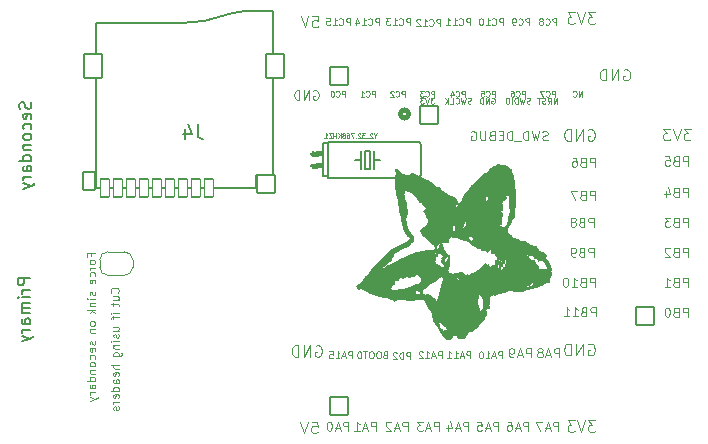
<source format=gbo>
G04 #@! TF.GenerationSoftware,KiCad,Pcbnew,(7.99.0-174-g31be74b8b3)*
G04 #@! TF.CreationDate,2023-07-10T17:09:23+02:00*
G04 #@! TF.ProjectId,HydraBus,48796472-6142-4757-932e-6b696361645f,1.0 Rev1.4*
G04 #@! TF.SameCoordinates,Original*
G04 #@! TF.FileFunction,Legend,Bot*
G04 #@! TF.FilePolarity,Positive*
%FSLAX46Y46*%
G04 Gerber Fmt 4.6, Leading zero omitted, Abs format (unit mm)*
G04 Created by KiCad (PCBNEW (7.99.0-174-g31be74b8b3)) date 2023-07-10 17:09:23*
%MOMM*%
%LPD*%
G01*
G04 APERTURE LIST*
G04 Aperture macros list*
%AMRoundRect*
0 Rectangle with rounded corners*
0 $1 Rounding radius*
0 $2 $3 $4 $5 $6 $7 $8 $9 X,Y pos of 4 corners*
0 Add a 4 corners polygon primitive as box body*
4,1,4,$2,$3,$4,$5,$6,$7,$8,$9,$2,$3,0*
0 Add four circle primitives for the rounded corners*
1,1,$1+$1,$2,$3*
1,1,$1+$1,$4,$5*
1,1,$1+$1,$6,$7*
1,1,$1+$1,$8,$9*
0 Add four rect primitives between the rounded corners*
20,1,$1+$1,$2,$3,$4,$5,0*
20,1,$1+$1,$4,$5,$6,$7,0*
20,1,$1+$1,$6,$7,$8,$9,0*
20,1,$1+$1,$8,$9,$2,$3,0*%
%AMFreePoly0*
4,1,35,0.535355,0.785355,0.550000,0.750000,0.550000,-0.750000,0.535355,-0.785355,0.500000,-0.800000,0.000000,-0.800000,-0.012286,-0.794911,-0.071157,-0.794911,-0.085244,-0.792886,-0.221795,-0.752791,-0.234740,-0.746879,-0.354462,-0.669938,-0.365217,-0.660618,-0.458414,-0.553063,-0.466109,-0.541091,-0.525228,-0.411637,-0.529237,-0.397982,-0.549491,-0.257116,-0.550000,-0.250000,-0.550000,0.250000,
-0.549491,0.257116,-0.529237,0.397982,-0.525228,0.411637,-0.466109,0.541091,-0.458414,0.553063,-0.365217,0.660618,-0.354462,0.669938,-0.234740,0.746879,-0.221795,0.752791,-0.085244,0.792886,-0.071157,0.794911,-0.012286,0.794911,0.000000,0.800000,0.500000,0.800000,0.535355,0.785355,0.535355,0.785355,$1*%
%AMFreePoly1*
4,1,35,0.012286,0.794911,0.071157,0.794911,0.085244,0.792886,0.221795,0.752791,0.234740,0.746879,0.354462,0.669938,0.365217,0.660618,0.458414,0.553063,0.466109,0.541091,0.525228,0.411637,0.529237,0.397982,0.549491,0.257116,0.550000,0.250000,0.550000,-0.250000,0.549491,-0.257116,0.529237,-0.397982,0.525228,-0.411637,0.466109,-0.541091,0.458414,-0.553063,0.365217,-0.660618,
0.354462,-0.669938,0.234740,-0.746879,0.221795,-0.752791,0.085244,-0.792886,0.071157,-0.794911,0.012286,-0.794911,0.000000,-0.800000,-0.500000,-0.800000,-0.535355,-0.785355,-0.550000,-0.750000,-0.550000,0.750000,-0.535355,0.785355,-0.500000,0.800000,0.000000,0.800000,0.012286,0.794911,0.012286,0.794911,$1*%
G04 Aperture macros list end*
%ADD10C,0.100000*%
%ADD11C,0.150000*%
%ADD12C,0.033866*%
%ADD13C,0.048768*%
%ADD14C,0.406400*%
%ADD15C,0.040640*%
%ADD16C,0.081280*%
%ADD17C,0.065024*%
%ADD18C,0.038608*%
%ADD19C,0.144780*%
%ADD20C,0.120000*%
%ADD21C,0.152400*%
%ADD22C,0.127000*%
%ADD23FreePoly0,180.000000*%
%ADD24FreePoly1,180.000000*%
%ADD25C,1.498600*%
%ADD26C,0.750000*%
%ADD27O,1.700000X1.100000*%
%ADD28O,2.200000X1.100000*%
%ADD29C,3.300000*%
%ADD30C,1.050000*%
%ADD31C,1.651000*%
%ADD32C,1.627000*%
%ADD33RoundRect,0.063500X0.750000X-0.750000X0.750000X0.750000X-0.750000X0.750000X-0.750000X-0.750000X0*%
%ADD34RoundRect,0.063500X-0.750000X-0.750000X0.750000X-0.750000X0.750000X0.750000X-0.750000X0.750000X0*%
%ADD35C,1.803400*%
%ADD36C,0.989000*%
%ADD37RoundRect,0.063500X0.762000X-1.016000X0.762000X1.016000X-0.762000X1.016000X-0.762000X-1.016000X0*%
%ADD38RoundRect,0.063500X0.762000X-0.762000X0.762000X0.762000X-0.762000X0.762000X-0.762000X-0.762000X0*%
%ADD39RoundRect,0.063500X0.508000X-0.762000X0.508000X0.762000X-0.508000X0.762000X-0.508000X-0.762000X0*%
%ADD40RoundRect,0.063500X0.381000X-0.762000X0.381000X0.762000X-0.381000X0.762000X-0.381000X-0.762000X0*%
G04 APERTURE END LIST*
D10*
X159547000Y-92133666D02*
X159580333Y-92100333D01*
X159580333Y-92100333D02*
X159613666Y-92000333D01*
X159613666Y-92000333D02*
X159613666Y-91933666D01*
X159613666Y-91933666D02*
X159580333Y-91833666D01*
X159580333Y-91833666D02*
X159513666Y-91767000D01*
X159513666Y-91767000D02*
X159447000Y-91733666D01*
X159447000Y-91733666D02*
X159313666Y-91700333D01*
X159313666Y-91700333D02*
X159213666Y-91700333D01*
X159213666Y-91700333D02*
X159080333Y-91733666D01*
X159080333Y-91733666D02*
X159013666Y-91767000D01*
X159013666Y-91767000D02*
X158947000Y-91833666D01*
X158947000Y-91833666D02*
X158913666Y-91933666D01*
X158913666Y-91933666D02*
X158913666Y-92000333D01*
X158913666Y-92000333D02*
X158947000Y-92100333D01*
X158947000Y-92100333D02*
X158980333Y-92133666D01*
X159147000Y-92733666D02*
X159613666Y-92733666D01*
X159147000Y-92433666D02*
X159513666Y-92433666D01*
X159513666Y-92433666D02*
X159580333Y-92467000D01*
X159580333Y-92467000D02*
X159613666Y-92533666D01*
X159613666Y-92533666D02*
X159613666Y-92633666D01*
X159613666Y-92633666D02*
X159580333Y-92700333D01*
X159580333Y-92700333D02*
X159547000Y-92733666D01*
X159147000Y-92966999D02*
X159147000Y-93233666D01*
X158913666Y-93066999D02*
X159513666Y-93066999D01*
X159513666Y-93066999D02*
X159580333Y-93100333D01*
X159580333Y-93100333D02*
X159613666Y-93166999D01*
X159613666Y-93166999D02*
X159613666Y-93233666D01*
X159613666Y-93886999D02*
X159147000Y-93886999D01*
X158913666Y-93886999D02*
X158947000Y-93853666D01*
X158947000Y-93853666D02*
X158980333Y-93886999D01*
X158980333Y-93886999D02*
X158947000Y-93920333D01*
X158947000Y-93920333D02*
X158913666Y-93886999D01*
X158913666Y-93886999D02*
X158980333Y-93886999D01*
X159147000Y-94120332D02*
X159147000Y-94386999D01*
X159613666Y-94220332D02*
X159013666Y-94220332D01*
X159013666Y-94220332D02*
X158947000Y-94253666D01*
X158947000Y-94253666D02*
X158913666Y-94320332D01*
X158913666Y-94320332D02*
X158913666Y-94386999D01*
X159147000Y-95340332D02*
X159613666Y-95340332D01*
X159147000Y-95040332D02*
X159513666Y-95040332D01*
X159513666Y-95040332D02*
X159580333Y-95073666D01*
X159580333Y-95073666D02*
X159613666Y-95140332D01*
X159613666Y-95140332D02*
X159613666Y-95240332D01*
X159613666Y-95240332D02*
X159580333Y-95306999D01*
X159580333Y-95306999D02*
X159547000Y-95340332D01*
X159580333Y-95640332D02*
X159613666Y-95706999D01*
X159613666Y-95706999D02*
X159613666Y-95840332D01*
X159613666Y-95840332D02*
X159580333Y-95906999D01*
X159580333Y-95906999D02*
X159513666Y-95940332D01*
X159513666Y-95940332D02*
X159480333Y-95940332D01*
X159480333Y-95940332D02*
X159413666Y-95906999D01*
X159413666Y-95906999D02*
X159380333Y-95840332D01*
X159380333Y-95840332D02*
X159380333Y-95740332D01*
X159380333Y-95740332D02*
X159347000Y-95673665D01*
X159347000Y-95673665D02*
X159280333Y-95640332D01*
X159280333Y-95640332D02*
X159247000Y-95640332D01*
X159247000Y-95640332D02*
X159180333Y-95673665D01*
X159180333Y-95673665D02*
X159147000Y-95740332D01*
X159147000Y-95740332D02*
X159147000Y-95840332D01*
X159147000Y-95840332D02*
X159180333Y-95906999D01*
X159613666Y-96240332D02*
X159147000Y-96240332D01*
X158913666Y-96240332D02*
X158947000Y-96206999D01*
X158947000Y-96206999D02*
X158980333Y-96240332D01*
X158980333Y-96240332D02*
X158947000Y-96273666D01*
X158947000Y-96273666D02*
X158913666Y-96240332D01*
X158913666Y-96240332D02*
X158980333Y-96240332D01*
X159147000Y-96573665D02*
X159613666Y-96573665D01*
X159213666Y-96573665D02*
X159180333Y-96606999D01*
X159180333Y-96606999D02*
X159147000Y-96673665D01*
X159147000Y-96673665D02*
X159147000Y-96773665D01*
X159147000Y-96773665D02*
X159180333Y-96840332D01*
X159180333Y-96840332D02*
X159247000Y-96873665D01*
X159247000Y-96873665D02*
X159613666Y-96873665D01*
X159147000Y-97506998D02*
X159713666Y-97506998D01*
X159713666Y-97506998D02*
X159780333Y-97473665D01*
X159780333Y-97473665D02*
X159813666Y-97440332D01*
X159813666Y-97440332D02*
X159847000Y-97373665D01*
X159847000Y-97373665D02*
X159847000Y-97273665D01*
X159847000Y-97273665D02*
X159813666Y-97206998D01*
X159580333Y-97506998D02*
X159613666Y-97440332D01*
X159613666Y-97440332D02*
X159613666Y-97306998D01*
X159613666Y-97306998D02*
X159580333Y-97240332D01*
X159580333Y-97240332D02*
X159547000Y-97206998D01*
X159547000Y-97206998D02*
X159480333Y-97173665D01*
X159480333Y-97173665D02*
X159280333Y-97173665D01*
X159280333Y-97173665D02*
X159213666Y-97206998D01*
X159213666Y-97206998D02*
X159180333Y-97240332D01*
X159180333Y-97240332D02*
X159147000Y-97306998D01*
X159147000Y-97306998D02*
X159147000Y-97440332D01*
X159147000Y-97440332D02*
X159180333Y-97506998D01*
X159613666Y-98260331D02*
X158913666Y-98260331D01*
X159613666Y-98560331D02*
X159247000Y-98560331D01*
X159247000Y-98560331D02*
X159180333Y-98526998D01*
X159180333Y-98526998D02*
X159147000Y-98460331D01*
X159147000Y-98460331D02*
X159147000Y-98360331D01*
X159147000Y-98360331D02*
X159180333Y-98293665D01*
X159180333Y-98293665D02*
X159213666Y-98260331D01*
X159580333Y-99160331D02*
X159613666Y-99093664D01*
X159613666Y-99093664D02*
X159613666Y-98960331D01*
X159613666Y-98960331D02*
X159580333Y-98893664D01*
X159580333Y-98893664D02*
X159513666Y-98860331D01*
X159513666Y-98860331D02*
X159247000Y-98860331D01*
X159247000Y-98860331D02*
X159180333Y-98893664D01*
X159180333Y-98893664D02*
X159147000Y-98960331D01*
X159147000Y-98960331D02*
X159147000Y-99093664D01*
X159147000Y-99093664D02*
X159180333Y-99160331D01*
X159180333Y-99160331D02*
X159247000Y-99193664D01*
X159247000Y-99193664D02*
X159313666Y-99193664D01*
X159313666Y-99193664D02*
X159380333Y-98860331D01*
X159613666Y-99793664D02*
X159247000Y-99793664D01*
X159247000Y-99793664D02*
X159180333Y-99760331D01*
X159180333Y-99760331D02*
X159147000Y-99693664D01*
X159147000Y-99693664D02*
X159147000Y-99560331D01*
X159147000Y-99560331D02*
X159180333Y-99493664D01*
X159580333Y-99793664D02*
X159613666Y-99726998D01*
X159613666Y-99726998D02*
X159613666Y-99560331D01*
X159613666Y-99560331D02*
X159580333Y-99493664D01*
X159580333Y-99493664D02*
X159513666Y-99460331D01*
X159513666Y-99460331D02*
X159447000Y-99460331D01*
X159447000Y-99460331D02*
X159380333Y-99493664D01*
X159380333Y-99493664D02*
X159347000Y-99560331D01*
X159347000Y-99560331D02*
X159347000Y-99726998D01*
X159347000Y-99726998D02*
X159313666Y-99793664D01*
X159613666Y-100426997D02*
X158913666Y-100426997D01*
X159580333Y-100426997D02*
X159613666Y-100360331D01*
X159613666Y-100360331D02*
X159613666Y-100226997D01*
X159613666Y-100226997D02*
X159580333Y-100160331D01*
X159580333Y-100160331D02*
X159547000Y-100126997D01*
X159547000Y-100126997D02*
X159480333Y-100093664D01*
X159480333Y-100093664D02*
X159280333Y-100093664D01*
X159280333Y-100093664D02*
X159213666Y-100126997D01*
X159213666Y-100126997D02*
X159180333Y-100160331D01*
X159180333Y-100160331D02*
X159147000Y-100226997D01*
X159147000Y-100226997D02*
X159147000Y-100360331D01*
X159147000Y-100360331D02*
X159180333Y-100426997D01*
X159580333Y-101026997D02*
X159613666Y-100960330D01*
X159613666Y-100960330D02*
X159613666Y-100826997D01*
X159613666Y-100826997D02*
X159580333Y-100760330D01*
X159580333Y-100760330D02*
X159513666Y-100726997D01*
X159513666Y-100726997D02*
X159247000Y-100726997D01*
X159247000Y-100726997D02*
X159180333Y-100760330D01*
X159180333Y-100760330D02*
X159147000Y-100826997D01*
X159147000Y-100826997D02*
X159147000Y-100960330D01*
X159147000Y-100960330D02*
X159180333Y-101026997D01*
X159180333Y-101026997D02*
X159247000Y-101060330D01*
X159247000Y-101060330D02*
X159313666Y-101060330D01*
X159313666Y-101060330D02*
X159380333Y-100726997D01*
X159613666Y-101360330D02*
X159147000Y-101360330D01*
X159280333Y-101360330D02*
X159213666Y-101393664D01*
X159213666Y-101393664D02*
X159180333Y-101426997D01*
X159180333Y-101426997D02*
X159147000Y-101493664D01*
X159147000Y-101493664D02*
X159147000Y-101560330D01*
X159580333Y-101760330D02*
X159613666Y-101826997D01*
X159613666Y-101826997D02*
X159613666Y-101960330D01*
X159613666Y-101960330D02*
X159580333Y-102026997D01*
X159580333Y-102026997D02*
X159513666Y-102060330D01*
X159513666Y-102060330D02*
X159480333Y-102060330D01*
X159480333Y-102060330D02*
X159413666Y-102026997D01*
X159413666Y-102026997D02*
X159380333Y-101960330D01*
X159380333Y-101960330D02*
X159380333Y-101860330D01*
X159380333Y-101860330D02*
X159347000Y-101793663D01*
X159347000Y-101793663D02*
X159280333Y-101760330D01*
X159280333Y-101760330D02*
X159247000Y-101760330D01*
X159247000Y-101760330D02*
X159180333Y-101793663D01*
X159180333Y-101793663D02*
X159147000Y-101860330D01*
X159147000Y-101860330D02*
X159147000Y-101960330D01*
X159147000Y-101960330D02*
X159180333Y-102026997D01*
D11*
X152134761Y-76009476D02*
X152182380Y-76152333D01*
X152182380Y-76152333D02*
X152182380Y-76390428D01*
X152182380Y-76390428D02*
X152134761Y-76485666D01*
X152134761Y-76485666D02*
X152087142Y-76533285D01*
X152087142Y-76533285D02*
X151991904Y-76580904D01*
X151991904Y-76580904D02*
X151896666Y-76580904D01*
X151896666Y-76580904D02*
X151801428Y-76533285D01*
X151801428Y-76533285D02*
X151753809Y-76485666D01*
X151753809Y-76485666D02*
X151706190Y-76390428D01*
X151706190Y-76390428D02*
X151658571Y-76199952D01*
X151658571Y-76199952D02*
X151610952Y-76104714D01*
X151610952Y-76104714D02*
X151563333Y-76057095D01*
X151563333Y-76057095D02*
X151468095Y-76009476D01*
X151468095Y-76009476D02*
X151372857Y-76009476D01*
X151372857Y-76009476D02*
X151277619Y-76057095D01*
X151277619Y-76057095D02*
X151230000Y-76104714D01*
X151230000Y-76104714D02*
X151182380Y-76199952D01*
X151182380Y-76199952D02*
X151182380Y-76438047D01*
X151182380Y-76438047D02*
X151230000Y-76580904D01*
X152134761Y-77390428D02*
X152182380Y-77295190D01*
X152182380Y-77295190D02*
X152182380Y-77104714D01*
X152182380Y-77104714D02*
X152134761Y-77009476D01*
X152134761Y-77009476D02*
X152039523Y-76961857D01*
X152039523Y-76961857D02*
X151658571Y-76961857D01*
X151658571Y-76961857D02*
X151563333Y-77009476D01*
X151563333Y-77009476D02*
X151515714Y-77104714D01*
X151515714Y-77104714D02*
X151515714Y-77295190D01*
X151515714Y-77295190D02*
X151563333Y-77390428D01*
X151563333Y-77390428D02*
X151658571Y-77438047D01*
X151658571Y-77438047D02*
X151753809Y-77438047D01*
X151753809Y-77438047D02*
X151849047Y-76961857D01*
X152134761Y-78295190D02*
X152182380Y-78199952D01*
X152182380Y-78199952D02*
X152182380Y-78009476D01*
X152182380Y-78009476D02*
X152134761Y-77914238D01*
X152134761Y-77914238D02*
X152087142Y-77866619D01*
X152087142Y-77866619D02*
X151991904Y-77819000D01*
X151991904Y-77819000D02*
X151706190Y-77819000D01*
X151706190Y-77819000D02*
X151610952Y-77866619D01*
X151610952Y-77866619D02*
X151563333Y-77914238D01*
X151563333Y-77914238D02*
X151515714Y-78009476D01*
X151515714Y-78009476D02*
X151515714Y-78199952D01*
X151515714Y-78199952D02*
X151563333Y-78295190D01*
X152182380Y-78866619D02*
X152134761Y-78771381D01*
X152134761Y-78771381D02*
X152087142Y-78723762D01*
X152087142Y-78723762D02*
X151991904Y-78676143D01*
X151991904Y-78676143D02*
X151706190Y-78676143D01*
X151706190Y-78676143D02*
X151610952Y-78723762D01*
X151610952Y-78723762D02*
X151563333Y-78771381D01*
X151563333Y-78771381D02*
X151515714Y-78866619D01*
X151515714Y-78866619D02*
X151515714Y-79009476D01*
X151515714Y-79009476D02*
X151563333Y-79104714D01*
X151563333Y-79104714D02*
X151610952Y-79152333D01*
X151610952Y-79152333D02*
X151706190Y-79199952D01*
X151706190Y-79199952D02*
X151991904Y-79199952D01*
X151991904Y-79199952D02*
X152087142Y-79152333D01*
X152087142Y-79152333D02*
X152134761Y-79104714D01*
X152134761Y-79104714D02*
X152182380Y-79009476D01*
X152182380Y-79009476D02*
X152182380Y-78866619D01*
X151515714Y-79628524D02*
X152182380Y-79628524D01*
X151610952Y-79628524D02*
X151563333Y-79676143D01*
X151563333Y-79676143D02*
X151515714Y-79771381D01*
X151515714Y-79771381D02*
X151515714Y-79914238D01*
X151515714Y-79914238D02*
X151563333Y-80009476D01*
X151563333Y-80009476D02*
X151658571Y-80057095D01*
X151658571Y-80057095D02*
X152182380Y-80057095D01*
X152182380Y-80961857D02*
X151182380Y-80961857D01*
X152134761Y-80961857D02*
X152182380Y-80866619D01*
X152182380Y-80866619D02*
X152182380Y-80676143D01*
X152182380Y-80676143D02*
X152134761Y-80580905D01*
X152134761Y-80580905D02*
X152087142Y-80533286D01*
X152087142Y-80533286D02*
X151991904Y-80485667D01*
X151991904Y-80485667D02*
X151706190Y-80485667D01*
X151706190Y-80485667D02*
X151610952Y-80533286D01*
X151610952Y-80533286D02*
X151563333Y-80580905D01*
X151563333Y-80580905D02*
X151515714Y-80676143D01*
X151515714Y-80676143D02*
X151515714Y-80866619D01*
X151515714Y-80866619D02*
X151563333Y-80961857D01*
X152182380Y-81866619D02*
X151658571Y-81866619D01*
X151658571Y-81866619D02*
X151563333Y-81819000D01*
X151563333Y-81819000D02*
X151515714Y-81723762D01*
X151515714Y-81723762D02*
X151515714Y-81533286D01*
X151515714Y-81533286D02*
X151563333Y-81438048D01*
X152134761Y-81866619D02*
X152182380Y-81771381D01*
X152182380Y-81771381D02*
X152182380Y-81533286D01*
X152182380Y-81533286D02*
X152134761Y-81438048D01*
X152134761Y-81438048D02*
X152039523Y-81390429D01*
X152039523Y-81390429D02*
X151944285Y-81390429D01*
X151944285Y-81390429D02*
X151849047Y-81438048D01*
X151849047Y-81438048D02*
X151801428Y-81533286D01*
X151801428Y-81533286D02*
X151801428Y-81771381D01*
X151801428Y-81771381D02*
X151753809Y-81866619D01*
X152182380Y-82342810D02*
X151515714Y-82342810D01*
X151706190Y-82342810D02*
X151610952Y-82390429D01*
X151610952Y-82390429D02*
X151563333Y-82438048D01*
X151563333Y-82438048D02*
X151515714Y-82533286D01*
X151515714Y-82533286D02*
X151515714Y-82628524D01*
X151515714Y-82866620D02*
X152182380Y-83104715D01*
X151515714Y-83342810D02*
X152182380Y-83104715D01*
X152182380Y-83104715D02*
X152420476Y-83009477D01*
X152420476Y-83009477D02*
X152468095Y-82961858D01*
X152468095Y-82961858D02*
X152515714Y-82866620D01*
X152055380Y-90916095D02*
X151055380Y-90916095D01*
X151055380Y-90916095D02*
X151055380Y-91297047D01*
X151055380Y-91297047D02*
X151103000Y-91392285D01*
X151103000Y-91392285D02*
X151150619Y-91439904D01*
X151150619Y-91439904D02*
X151245857Y-91487523D01*
X151245857Y-91487523D02*
X151388714Y-91487523D01*
X151388714Y-91487523D02*
X151483952Y-91439904D01*
X151483952Y-91439904D02*
X151531571Y-91392285D01*
X151531571Y-91392285D02*
X151579190Y-91297047D01*
X151579190Y-91297047D02*
X151579190Y-90916095D01*
X152055380Y-91916095D02*
X151388714Y-91916095D01*
X151579190Y-91916095D02*
X151483952Y-91963714D01*
X151483952Y-91963714D02*
X151436333Y-92011333D01*
X151436333Y-92011333D02*
X151388714Y-92106571D01*
X151388714Y-92106571D02*
X151388714Y-92201809D01*
X152055380Y-92535143D02*
X151388714Y-92535143D01*
X151055380Y-92535143D02*
X151103000Y-92487524D01*
X151103000Y-92487524D02*
X151150619Y-92535143D01*
X151150619Y-92535143D02*
X151103000Y-92582762D01*
X151103000Y-92582762D02*
X151055380Y-92535143D01*
X151055380Y-92535143D02*
X151150619Y-92535143D01*
X152055380Y-93011333D02*
X151388714Y-93011333D01*
X151483952Y-93011333D02*
X151436333Y-93058952D01*
X151436333Y-93058952D02*
X151388714Y-93154190D01*
X151388714Y-93154190D02*
X151388714Y-93297047D01*
X151388714Y-93297047D02*
X151436333Y-93392285D01*
X151436333Y-93392285D02*
X151531571Y-93439904D01*
X151531571Y-93439904D02*
X152055380Y-93439904D01*
X151531571Y-93439904D02*
X151436333Y-93487523D01*
X151436333Y-93487523D02*
X151388714Y-93582761D01*
X151388714Y-93582761D02*
X151388714Y-93725618D01*
X151388714Y-93725618D02*
X151436333Y-93820857D01*
X151436333Y-93820857D02*
X151531571Y-93868476D01*
X151531571Y-93868476D02*
X152055380Y-93868476D01*
X152055380Y-94773237D02*
X151531571Y-94773237D01*
X151531571Y-94773237D02*
X151436333Y-94725618D01*
X151436333Y-94725618D02*
X151388714Y-94630380D01*
X151388714Y-94630380D02*
X151388714Y-94439904D01*
X151388714Y-94439904D02*
X151436333Y-94344666D01*
X152007761Y-94773237D02*
X152055380Y-94677999D01*
X152055380Y-94677999D02*
X152055380Y-94439904D01*
X152055380Y-94439904D02*
X152007761Y-94344666D01*
X152007761Y-94344666D02*
X151912523Y-94297047D01*
X151912523Y-94297047D02*
X151817285Y-94297047D01*
X151817285Y-94297047D02*
X151722047Y-94344666D01*
X151722047Y-94344666D02*
X151674428Y-94439904D01*
X151674428Y-94439904D02*
X151674428Y-94677999D01*
X151674428Y-94677999D02*
X151626809Y-94773237D01*
X152055380Y-95249428D02*
X151388714Y-95249428D01*
X151579190Y-95249428D02*
X151483952Y-95297047D01*
X151483952Y-95297047D02*
X151436333Y-95344666D01*
X151436333Y-95344666D02*
X151388714Y-95439904D01*
X151388714Y-95439904D02*
X151388714Y-95535142D01*
X151388714Y-95773238D02*
X152055380Y-96011333D01*
X151388714Y-96249428D02*
X152055380Y-96011333D01*
X152055380Y-96011333D02*
X152293476Y-95916095D01*
X152293476Y-95916095D02*
X152341095Y-95868476D01*
X152341095Y-95868476D02*
X152388714Y-95773238D01*
D12*
G36*
X188676260Y-84137602D02*
G01*
X190568989Y-84137602D01*
X190569280Y-84150054D01*
X190570133Y-84162788D01*
X190571521Y-84175710D01*
X190573414Y-84188728D01*
X190575783Y-84201749D01*
X190578600Y-84214679D01*
X190581835Y-84227427D01*
X190585460Y-84239900D01*
X190589447Y-84252004D01*
X190593765Y-84263647D01*
X190598387Y-84274736D01*
X190603284Y-84285178D01*
X190608426Y-84294881D01*
X190613786Y-84303751D01*
X190619333Y-84311696D01*
X190625040Y-84318623D01*
X190631074Y-84324928D01*
X190637569Y-84331057D01*
X190644466Y-84336979D01*
X190651703Y-84342660D01*
X190659221Y-84348071D01*
X190666958Y-84353178D01*
X190674855Y-84357949D01*
X190682850Y-84362354D01*
X190690885Y-84366360D01*
X190698896Y-84369935D01*
X190706826Y-84373047D01*
X190714612Y-84375665D01*
X190722195Y-84377757D01*
X190729514Y-84379290D01*
X190736509Y-84380234D01*
X190743119Y-84380555D01*
X190746757Y-84380427D01*
X190750410Y-84380044D01*
X190754075Y-84379409D01*
X190757750Y-84378524D01*
X190761432Y-84377392D01*
X190765118Y-84376017D01*
X190768806Y-84374400D01*
X190772493Y-84372545D01*
X190776177Y-84370454D01*
X190779854Y-84368130D01*
X190783524Y-84365576D01*
X190787182Y-84362794D01*
X190790826Y-84359787D01*
X190794455Y-84356558D01*
X190798064Y-84353110D01*
X190801652Y-84349444D01*
X190808753Y-84341475D01*
X190815738Y-84332671D01*
X190822585Y-84323054D01*
X190829274Y-84312647D01*
X190835784Y-84301471D01*
X190842094Y-84289548D01*
X190848185Y-84276900D01*
X190854035Y-84263548D01*
X190854047Y-84263545D01*
X190860879Y-84246693D01*
X190866857Y-84230821D01*
X190871987Y-84215806D01*
X190876275Y-84201526D01*
X190879725Y-84187862D01*
X190882344Y-84174690D01*
X190884136Y-84161889D01*
X190885107Y-84149338D01*
X190885263Y-84136915D01*
X190884608Y-84124499D01*
X190883149Y-84111968D01*
X190880890Y-84099200D01*
X190877837Y-84086074D01*
X190873996Y-84072468D01*
X190869371Y-84058260D01*
X190863968Y-84043330D01*
X190859673Y-84032713D01*
X190854859Y-84022191D01*
X190849581Y-84011827D01*
X190843889Y-84001685D01*
X190837836Y-83991827D01*
X190831474Y-83982317D01*
X190824855Y-83973217D01*
X190818031Y-83964591D01*
X190811054Y-83956503D01*
X190803976Y-83949014D01*
X190796849Y-83942188D01*
X190789726Y-83936089D01*
X190782658Y-83930780D01*
X190775698Y-83926323D01*
X190768897Y-83922782D01*
X190762308Y-83920219D01*
X190758853Y-83919221D01*
X190755301Y-83918385D01*
X190747932Y-83917192D01*
X190740249Y-83916625D01*
X190732303Y-83916669D01*
X190724142Y-83917309D01*
X190715816Y-83918531D01*
X190707374Y-83920319D01*
X190698865Y-83922659D01*
X190690339Y-83925534D01*
X190681844Y-83928931D01*
X190673430Y-83932834D01*
X190665146Y-83937229D01*
X190657042Y-83942099D01*
X190649166Y-83947431D01*
X190641567Y-83953209D01*
X190634296Y-83959419D01*
X190626821Y-83966698D01*
X190619745Y-83974638D01*
X190613078Y-83983209D01*
X190606834Y-83992379D01*
X190601022Y-84002115D01*
X190595655Y-84012387D01*
X190590744Y-84023162D01*
X190586302Y-84034410D01*
X190582338Y-84046099D01*
X190578866Y-84058196D01*
X190575896Y-84070671D01*
X190573440Y-84083492D01*
X190571510Y-84096627D01*
X190570117Y-84110045D01*
X190569273Y-84123714D01*
X190568989Y-84137602D01*
X188676260Y-84137602D01*
X188676587Y-84135334D01*
X188678288Y-84125955D01*
X188680243Y-84117193D01*
X188682433Y-84109105D01*
X188684842Y-84101751D01*
X188687452Y-84095188D01*
X188690246Y-84089474D01*
X188693206Y-84084669D01*
X188696315Y-84080830D01*
X188699556Y-84078016D01*
X188701220Y-84077011D01*
X188702911Y-84076284D01*
X188704626Y-84075843D01*
X188706363Y-84075694D01*
X188708101Y-84075627D01*
X188709816Y-84075429D01*
X188711507Y-84075102D01*
X188713171Y-84074651D01*
X188714807Y-84074078D01*
X188716412Y-84073386D01*
X188717984Y-84072579D01*
X188719521Y-84071661D01*
X188721021Y-84070633D01*
X188722481Y-84069501D01*
X188723900Y-84068266D01*
X188725275Y-84066933D01*
X188726604Y-84065504D01*
X188727885Y-84063983D01*
X188729116Y-84062373D01*
X188730294Y-84060677D01*
X188731417Y-84058899D01*
X188732484Y-84057042D01*
X188733492Y-84055108D01*
X188734439Y-84053103D01*
X188735322Y-84051028D01*
X188736140Y-84048886D01*
X188736891Y-84046682D01*
X188737572Y-84044419D01*
X188738180Y-84042099D01*
X188738715Y-84039727D01*
X188739173Y-84037304D01*
X188739553Y-84034836D01*
X188739852Y-84032324D01*
X188740068Y-84029772D01*
X188740200Y-84027184D01*
X188740244Y-84024562D01*
X188740333Y-84021865D01*
X188740596Y-84019053D01*
X188741627Y-84013108D01*
X188743303Y-84006783D01*
X188745589Y-84000134D01*
X188748451Y-83993217D01*
X188751853Y-83986087D01*
X188755762Y-83978802D01*
X188760142Y-83971416D01*
X188764958Y-83963986D01*
X188770176Y-83956567D01*
X188775762Y-83949216D01*
X188781680Y-83941989D01*
X188787895Y-83934941D01*
X188794374Y-83928129D01*
X188801081Y-83921608D01*
X188807981Y-83915434D01*
X188814879Y-83909289D01*
X188821583Y-83902843D01*
X188828060Y-83896150D01*
X188834275Y-83889264D01*
X188840192Y-83882238D01*
X188845777Y-83875126D01*
X188850995Y-83867981D01*
X188855812Y-83860858D01*
X188860192Y-83853809D01*
X188864101Y-83846888D01*
X188867504Y-83840149D01*
X188870366Y-83833646D01*
X188872652Y-83827431D01*
X188874329Y-83821559D01*
X188875360Y-83816084D01*
X188875623Y-83813511D01*
X188875712Y-83811058D01*
X188876107Y-83805806D01*
X188877266Y-83799669D01*
X188879152Y-83792723D01*
X188881723Y-83785045D01*
X188884942Y-83776709D01*
X188888769Y-83767792D01*
X188893165Y-83758368D01*
X188898092Y-83748515D01*
X188903510Y-83738307D01*
X188909380Y-83727821D01*
X188915663Y-83717132D01*
X188922320Y-83706316D01*
X188929313Y-83695448D01*
X188936601Y-83684605D01*
X188944147Y-83673862D01*
X188951911Y-83663295D01*
X188971111Y-83639014D01*
X188996548Y-83608794D01*
X189027125Y-83573835D01*
X189061749Y-83535342D01*
X189099326Y-83494516D01*
X189138759Y-83452560D01*
X189178954Y-83410677D01*
X189218818Y-83370070D01*
X189257387Y-83330174D01*
X189293870Y-83290329D01*
X189327434Y-83251593D01*
X189357244Y-83215027D01*
X189382466Y-83181691D01*
X189393095Y-83166565D01*
X189402265Y-83152644D01*
X189409870Y-83140060D01*
X189415807Y-83128947D01*
X189419970Y-83119435D01*
X189422257Y-83111659D01*
X189423037Y-83108180D01*
X189424061Y-83104610D01*
X189425320Y-83100958D01*
X189426809Y-83097230D01*
X189430444Y-83089579D01*
X189434911Y-83081717D01*
X189440152Y-83073706D01*
X189446110Y-83065607D01*
X189452730Y-83057480D01*
X189459954Y-83049386D01*
X189467726Y-83041386D01*
X189475989Y-83033541D01*
X189484687Y-83025911D01*
X189493762Y-83018558D01*
X189503159Y-83011542D01*
X189512820Y-83004924D01*
X189522689Y-82998765D01*
X189532709Y-82993126D01*
X189543385Y-82987045D01*
X189555176Y-82979582D01*
X189567960Y-82970843D01*
X189581617Y-82960932D01*
X189596025Y-82949953D01*
X189611062Y-82938013D01*
X189626608Y-82925216D01*
X189642541Y-82911665D01*
X189675082Y-82882728D01*
X189707716Y-82852038D01*
X189723764Y-82836299D01*
X189739471Y-82820437D01*
X189754715Y-82804556D01*
X189769376Y-82788762D01*
X189842043Y-82710703D01*
X189937190Y-82610825D01*
X190042472Y-82501985D01*
X190145545Y-82397035D01*
X190193890Y-82347747D01*
X190240329Y-82299422D01*
X190283748Y-82253287D01*
X190323037Y-82210566D01*
X190357083Y-82172484D01*
X190384774Y-82140267D01*
X190404997Y-82115139D01*
X190411961Y-82105617D01*
X190416642Y-82098326D01*
X190418662Y-82095107D01*
X190421063Y-82091857D01*
X190423836Y-82088583D01*
X190426969Y-82085287D01*
X190430453Y-82081976D01*
X190434277Y-82078654D01*
X190442906Y-82071995D01*
X190452775Y-82065348D01*
X190463802Y-82058752D01*
X190475905Y-82052243D01*
X190489004Y-82045861D01*
X190503016Y-82039643D01*
X190517861Y-82033626D01*
X190533456Y-82027849D01*
X190549721Y-82022350D01*
X190566574Y-82017166D01*
X190583932Y-82012335D01*
X190601716Y-82007896D01*
X190619843Y-82003886D01*
X190638058Y-81999786D01*
X190656534Y-81994990D01*
X190675159Y-81989550D01*
X190693820Y-81983518D01*
X190712406Y-81976945D01*
X190730804Y-81969884D01*
X190748902Y-81962387D01*
X190766588Y-81954505D01*
X190783749Y-81946290D01*
X190800273Y-81937795D01*
X190816048Y-81929071D01*
X190830962Y-81920169D01*
X190844902Y-81911143D01*
X190857756Y-81902044D01*
X190869413Y-81892923D01*
X190879758Y-81883833D01*
X190888892Y-81874933D01*
X190897586Y-81865804D01*
X190905803Y-81856515D01*
X190913507Y-81847133D01*
X190920660Y-81837727D01*
X190927225Y-81828362D01*
X190933164Y-81819108D01*
X190938441Y-81810032D01*
X190943017Y-81801201D01*
X190946857Y-81792683D01*
X190949923Y-81784545D01*
X190952177Y-81776856D01*
X190953583Y-81769683D01*
X190953956Y-81766311D01*
X190954102Y-81763094D01*
X190954018Y-81760039D01*
X190953699Y-81757155D01*
X190953139Y-81754452D01*
X190952335Y-81751936D01*
X190950692Y-81747158D01*
X190949476Y-81742513D01*
X190949025Y-81740249D01*
X190948677Y-81738026D01*
X190948431Y-81735850D01*
X190948285Y-81733722D01*
X190948239Y-81731645D01*
X190948292Y-81729624D01*
X190948441Y-81727659D01*
X190948686Y-81725755D01*
X190949026Y-81723915D01*
X190949459Y-81722141D01*
X190949984Y-81720437D01*
X190950600Y-81718805D01*
X190951305Y-81717249D01*
X190952099Y-81715772D01*
X190952981Y-81714376D01*
X190953948Y-81713065D01*
X190955000Y-81711841D01*
X190956135Y-81710708D01*
X190957353Y-81709669D01*
X190958652Y-81708726D01*
X190960031Y-81707883D01*
X190961488Y-81707143D01*
X190963023Y-81706508D01*
X190964634Y-81705982D01*
X190966319Y-81705568D01*
X190968079Y-81705268D01*
X190969911Y-81705086D01*
X190971815Y-81705024D01*
X190973738Y-81704957D01*
X190975637Y-81704757D01*
X190977508Y-81704427D01*
X190979351Y-81703970D01*
X190981161Y-81703391D01*
X190982937Y-81702693D01*
X190984677Y-81701878D01*
X190986378Y-81700950D01*
X190988037Y-81699912D01*
X190989653Y-81698768D01*
X190991222Y-81697521D01*
X190992743Y-81696174D01*
X190994213Y-81694731D01*
X190995630Y-81693194D01*
X190996991Y-81691568D01*
X190998294Y-81689855D01*
X190999536Y-81688059D01*
X191000716Y-81686184D01*
X191001830Y-81684231D01*
X191002877Y-81682206D01*
X191003853Y-81680110D01*
X191004758Y-81677948D01*
X191005587Y-81675722D01*
X191006340Y-81673437D01*
X191007012Y-81671094D01*
X191007603Y-81668699D01*
X191008110Y-81666253D01*
X191008529Y-81663760D01*
X191008860Y-81661224D01*
X191009099Y-81658648D01*
X191009244Y-81656035D01*
X191009293Y-81653389D01*
X191009405Y-81650699D01*
X191009737Y-81647960D01*
X191010283Y-81645176D01*
X191011038Y-81642352D01*
X191011997Y-81639495D01*
X191013154Y-81636609D01*
X191014504Y-81633700D01*
X191016041Y-81630773D01*
X191017759Y-81627834D01*
X191019654Y-81624888D01*
X191021719Y-81621940D01*
X191023950Y-81618996D01*
X191028884Y-81613141D01*
X191034414Y-81607367D01*
X191040496Y-81601715D01*
X191047085Y-81596230D01*
X191054138Y-81590954D01*
X191061610Y-81585931D01*
X191069459Y-81581204D01*
X191077641Y-81576815D01*
X191086110Y-81572809D01*
X191094825Y-81569227D01*
X191103633Y-81565667D01*
X191112382Y-81561717D01*
X191121019Y-81557420D01*
X191129489Y-81552817D01*
X191137740Y-81547949D01*
X191145718Y-81542857D01*
X191153370Y-81537583D01*
X191160643Y-81532168D01*
X191167483Y-81526654D01*
X191173838Y-81521081D01*
X191179653Y-81515490D01*
X191184875Y-81509924D01*
X191189452Y-81504424D01*
X191193330Y-81499030D01*
X191196455Y-81493784D01*
X191198774Y-81488728D01*
X191199874Y-81486238D01*
X191201273Y-81483721D01*
X191202960Y-81481182D01*
X191204927Y-81478626D01*
X191207165Y-81476056D01*
X191209665Y-81473477D01*
X191212419Y-81470894D01*
X191215417Y-81468312D01*
X191218650Y-81465734D01*
X191222110Y-81463166D01*
X191229674Y-81458076D01*
X191238037Y-81453077D01*
X191247129Y-81448206D01*
X191256878Y-81443499D01*
X191267213Y-81438992D01*
X191278063Y-81434721D01*
X191289356Y-81430722D01*
X191301022Y-81427032D01*
X191312989Y-81423686D01*
X191325187Y-81420720D01*
X191337543Y-81418171D01*
X191363159Y-81412824D01*
X191389837Y-81406255D01*
X191416794Y-81398720D01*
X191443249Y-81390477D01*
X191468417Y-81381784D01*
X191491518Y-81372897D01*
X191511767Y-81364076D01*
X191520577Y-81359770D01*
X191528382Y-81355577D01*
X191535860Y-81351152D01*
X191543714Y-81346164D01*
X191551880Y-81340669D01*
X191560291Y-81334722D01*
X191568881Y-81328376D01*
X191577586Y-81321689D01*
X191595074Y-81307508D01*
X191612230Y-81292620D01*
X191620519Y-81285048D01*
X191628528Y-81277465D01*
X191636191Y-81269926D01*
X191643443Y-81262485D01*
X191650217Y-81255199D01*
X191656449Y-81248121D01*
X191665902Y-81237192D01*
X191674469Y-81227678D01*
X191682285Y-81219563D01*
X191685954Y-81216026D01*
X191689485Y-81212833D01*
X191692895Y-81209982D01*
X191696201Y-81207471D01*
X191699420Y-81205299D01*
X191702568Y-81203464D01*
X191705663Y-81201963D01*
X191708721Y-81200795D01*
X191711758Y-81199958D01*
X191714792Y-81199450D01*
X191717839Y-81199270D01*
X191720916Y-81199414D01*
X191724040Y-81199882D01*
X191727228Y-81200671D01*
X191730496Y-81201780D01*
X191733860Y-81203206D01*
X191737339Y-81204948D01*
X191740948Y-81207004D01*
X191744704Y-81209372D01*
X191748625Y-81212050D01*
X191752726Y-81215036D01*
X191757024Y-81218329D01*
X191766281Y-81225825D01*
X191776530Y-81234523D01*
X191783245Y-81240156D01*
X191790462Y-81245927D01*
X191806134Y-81257715D01*
X191823012Y-81269546D01*
X191840559Y-81281079D01*
X191858242Y-81291975D01*
X191875526Y-81301893D01*
X191883852Y-81306379D01*
X191891877Y-81310493D01*
X191899536Y-81314193D01*
X191906760Y-81317436D01*
X191914661Y-81320407D01*
X191924307Y-81323310D01*
X191935566Y-81326129D01*
X191948304Y-81328849D01*
X191962386Y-81331453D01*
X191977679Y-81333926D01*
X192011362Y-81338416D01*
X192048281Y-81342194D01*
X192087366Y-81345134D01*
X192127546Y-81347110D01*
X192167750Y-81347996D01*
X192199879Y-81348346D01*
X192228678Y-81349061D01*
X192254548Y-81350312D01*
X192277893Y-81352270D01*
X192299115Y-81355108D01*
X192318618Y-81358996D01*
X192336804Y-81364107D01*
X192345529Y-81367174D01*
X192354076Y-81370611D01*
X192362495Y-81374439D01*
X192370837Y-81378680D01*
X192387491Y-81388485D01*
X192404438Y-81400198D01*
X192422084Y-81413991D01*
X192440830Y-81430035D01*
X192461080Y-81448502D01*
X192507700Y-81493388D01*
X192522922Y-81508050D01*
X192538266Y-81522301D01*
X192553628Y-81536067D01*
X192568905Y-81549275D01*
X192583995Y-81561850D01*
X192598796Y-81573719D01*
X192613203Y-81584807D01*
X192627115Y-81595042D01*
X192640428Y-81604349D01*
X192653040Y-81612655D01*
X192664848Y-81619885D01*
X192675749Y-81625967D01*
X192685640Y-81630825D01*
X192694419Y-81634386D01*
X192701983Y-81636578D01*
X192708228Y-81637324D01*
X192713928Y-81637586D01*
X192719894Y-81638353D01*
X192726077Y-81639600D01*
X192732429Y-81641302D01*
X192738901Y-81643431D01*
X192745442Y-81645964D01*
X192752005Y-81648873D01*
X192758539Y-81652133D01*
X192764997Y-81655718D01*
X192771328Y-81659603D01*
X192777484Y-81663761D01*
X192783416Y-81668167D01*
X192789074Y-81672794D01*
X192794409Y-81677618D01*
X192799373Y-81682613D01*
X192803916Y-81687752D01*
X192806321Y-81690803D01*
X192808615Y-81694031D01*
X192812872Y-81700999D01*
X192816681Y-81708626D01*
X192820040Y-81716883D01*
X192822946Y-81725741D01*
X192825394Y-81735171D01*
X192827382Y-81745142D01*
X192828905Y-81755627D01*
X192829961Y-81766595D01*
X192830545Y-81778017D01*
X192830655Y-81789863D01*
X192830286Y-81802106D01*
X192829435Y-81814714D01*
X192828099Y-81827660D01*
X192826274Y-81840913D01*
X192823957Y-81854445D01*
X192821665Y-81867654D01*
X192819829Y-81880411D01*
X192818443Y-81892684D01*
X192817506Y-81904442D01*
X192817012Y-81915653D01*
X192816958Y-81926287D01*
X192817341Y-81936313D01*
X192818157Y-81945698D01*
X192819402Y-81954413D01*
X192821073Y-81962426D01*
X192823166Y-81969705D01*
X192825678Y-81976220D01*
X192828605Y-81981940D01*
X192831943Y-81986833D01*
X192835689Y-81990868D01*
X192839838Y-81994014D01*
X192841864Y-81995412D01*
X192844042Y-81997200D01*
X192848832Y-82001897D01*
X192854153Y-82008012D01*
X192859951Y-82015454D01*
X192866171Y-82024128D01*
X192872758Y-82033943D01*
X192879657Y-82044806D01*
X192886814Y-82056624D01*
X192894173Y-82069306D01*
X192901681Y-82082757D01*
X192909283Y-82096886D01*
X192916923Y-82111600D01*
X192924548Y-82126807D01*
X192932101Y-82142413D01*
X192939530Y-82158327D01*
X192946778Y-82174455D01*
X192953967Y-82191536D01*
X192960861Y-82209441D01*
X192967430Y-82228036D01*
X192973647Y-82247189D01*
X192979482Y-82266764D01*
X192984908Y-82286629D01*
X192989895Y-82306649D01*
X192994415Y-82326691D01*
X192998440Y-82346620D01*
X193001941Y-82366304D01*
X193004889Y-82385607D01*
X193007256Y-82404397D01*
X193009013Y-82422539D01*
X193010133Y-82439900D01*
X193010586Y-82456345D01*
X193010343Y-82471742D01*
X193009979Y-82486258D01*
X193010072Y-82500836D01*
X193010605Y-82515381D01*
X193011556Y-82529798D01*
X193012905Y-82543990D01*
X193014634Y-82557863D01*
X193016721Y-82571321D01*
X193019148Y-82584268D01*
X193021894Y-82596610D01*
X193024939Y-82608249D01*
X193028264Y-82619092D01*
X193031848Y-82629042D01*
X193035672Y-82638004D01*
X193039716Y-82645882D01*
X193043959Y-82652581D01*
X193048383Y-82658006D01*
X193051094Y-82661212D01*
X193053728Y-82665033D01*
X193056287Y-82669470D01*
X193058769Y-82674523D01*
X193063506Y-82686484D01*
X193067941Y-82700922D01*
X193072073Y-82717844D01*
X193075905Y-82737258D01*
X193079437Y-82759170D01*
X193082670Y-82783588D01*
X193085605Y-82810518D01*
X193088243Y-82839967D01*
X193090584Y-82871943D01*
X193092630Y-82906453D01*
X193094382Y-82943503D01*
X193095840Y-82983100D01*
X193097006Y-83025252D01*
X193097880Y-83069966D01*
X193099739Y-83144291D01*
X193102809Y-83215242D01*
X193106928Y-83281152D01*
X193111934Y-83340352D01*
X193117666Y-83391174D01*
X193123962Y-83431950D01*
X193127271Y-83448049D01*
X193130660Y-83461011D01*
X193134109Y-83470627D01*
X193137598Y-83476689D01*
X193139447Y-83479630D01*
X193141256Y-83483936D01*
X193144753Y-83496529D01*
X193148076Y-83514247D01*
X193151216Y-83536868D01*
X193154160Y-83564169D01*
X193156897Y-83595928D01*
X193161703Y-83671935D01*
X193165544Y-83763112D01*
X193168328Y-83867685D01*
X193169964Y-83983876D01*
X193170359Y-84109910D01*
X193167667Y-84342606D01*
X193161389Y-84538305D01*
X193157187Y-84615855D01*
X193152427Y-84676447D01*
X193147220Y-84717508D01*
X193144484Y-84729912D01*
X193141678Y-84736470D01*
X193140256Y-84738546D01*
X193138825Y-84741238D01*
X193135949Y-84748396D01*
X193133070Y-84757799D01*
X193130206Y-84769303D01*
X193127377Y-84782762D01*
X193124602Y-84798033D01*
X193121901Y-84814971D01*
X193119293Y-84833430D01*
X193114431Y-84874335D01*
X193110172Y-84919591D01*
X193106670Y-84968040D01*
X193104078Y-85018525D01*
X193101495Y-85068652D01*
X193098018Y-85116075D01*
X193093800Y-85159709D01*
X193088992Y-85198469D01*
X193083748Y-85231270D01*
X193078219Y-85257027D01*
X193075395Y-85266926D01*
X193072557Y-85274656D01*
X193069725Y-85280082D01*
X193066917Y-85283070D01*
X193065560Y-85284219D01*
X193064279Y-85285931D01*
X193063075Y-85288189D01*
X193061949Y-85290980D01*
X193059927Y-85298094D01*
X193058216Y-85307152D01*
X193056819Y-85318031D01*
X193055737Y-85330606D01*
X193054972Y-85344756D01*
X193054526Y-85360358D01*
X193054403Y-85377289D01*
X193054602Y-85395426D01*
X193055128Y-85414647D01*
X193055982Y-85434828D01*
X193057165Y-85455847D01*
X193058681Y-85477581D01*
X193060531Y-85499908D01*
X193062717Y-85522703D01*
X193067960Y-85578450D01*
X193071217Y-85624552D01*
X193072458Y-85661428D01*
X193072313Y-85676536D01*
X193071652Y-85689493D01*
X193070471Y-85700353D01*
X193068766Y-85709166D01*
X193066533Y-85715986D01*
X193063769Y-85720863D01*
X193062187Y-85722590D01*
X193060469Y-85723851D01*
X193058618Y-85724653D01*
X193056630Y-85725002D01*
X193052248Y-85724367D01*
X193047318Y-85721998D01*
X193045189Y-85720904D01*
X193042836Y-85720108D01*
X193040266Y-85719606D01*
X193037487Y-85719392D01*
X193034508Y-85719461D01*
X193031336Y-85719809D01*
X193027980Y-85720430D01*
X193024448Y-85721318D01*
X193020747Y-85722470D01*
X193016886Y-85723880D01*
X193012872Y-85725543D01*
X193008714Y-85727453D01*
X192999998Y-85731997D01*
X192990801Y-85737472D01*
X192981187Y-85743837D01*
X192971221Y-85751052D01*
X192960968Y-85759075D01*
X192950490Y-85767867D01*
X192939854Y-85777387D01*
X192929122Y-85787595D01*
X192918359Y-85798449D01*
X192907630Y-85809910D01*
X192897291Y-85821583D01*
X192887231Y-85833536D01*
X192877504Y-85845682D01*
X192868162Y-85857933D01*
X192859257Y-85870202D01*
X192850841Y-85882400D01*
X192842968Y-85894439D01*
X192835691Y-85906232D01*
X192829060Y-85917692D01*
X192823129Y-85928729D01*
X192817951Y-85939257D01*
X192813578Y-85949188D01*
X192810062Y-85958433D01*
X192807457Y-85966906D01*
X192805814Y-85974518D01*
X192805186Y-85981181D01*
X192804954Y-85987569D01*
X192804422Y-85994376D01*
X192803604Y-86001543D01*
X192802518Y-86009008D01*
X192801180Y-86016710D01*
X192799606Y-86024589D01*
X192797813Y-86032583D01*
X192795816Y-86040633D01*
X192793633Y-86048677D01*
X192791280Y-86056654D01*
X192788773Y-86064504D01*
X192786129Y-86072166D01*
X192783364Y-86079579D01*
X192780494Y-86086681D01*
X192777536Y-86093414D01*
X192774506Y-86099714D01*
X192720230Y-86209203D01*
X192631409Y-86389839D01*
X192608092Y-86436637D01*
X192585304Y-86480934D01*
X192563617Y-86521717D01*
X192543605Y-86557969D01*
X192525841Y-86588675D01*
X192510897Y-86612821D01*
X192499346Y-86629391D01*
X192495022Y-86634518D01*
X192491761Y-86637370D01*
X192490415Y-86638438D01*
X192489086Y-86639960D01*
X192487777Y-86641924D01*
X192486487Y-86644318D01*
X192483977Y-86650342D01*
X192481569Y-86657932D01*
X192479276Y-86666986D01*
X192477113Y-86677405D01*
X192475091Y-86689086D01*
X192473226Y-86701928D01*
X192471530Y-86715831D01*
X192470016Y-86730694D01*
X192468699Y-86746416D01*
X192467591Y-86762895D01*
X192466706Y-86780031D01*
X192466057Y-86797723D01*
X192465658Y-86815870D01*
X192465522Y-86834370D01*
X192465725Y-86861100D01*
X192466378Y-86885741D01*
X192467542Y-86908489D01*
X192469280Y-86929537D01*
X192471655Y-86949080D01*
X192474730Y-86967311D01*
X192478566Y-86984426D01*
X192483228Y-87000618D01*
X192488777Y-87016081D01*
X192495276Y-87031010D01*
X192502787Y-87045599D01*
X192511375Y-87060041D01*
X192521100Y-87074532D01*
X192532026Y-87089266D01*
X192544215Y-87104436D01*
X192557731Y-87120237D01*
X192568003Y-87131509D01*
X192578628Y-87142334D01*
X192589543Y-87152675D01*
X192600685Y-87162491D01*
X192611990Y-87171745D01*
X192623395Y-87180397D01*
X192634838Y-87188410D01*
X192646254Y-87195743D01*
X192657581Y-87202359D01*
X192668756Y-87208219D01*
X192679714Y-87213283D01*
X192690394Y-87217514D01*
X192700732Y-87220872D01*
X192710665Y-87223318D01*
X192720130Y-87224814D01*
X192729062Y-87225322D01*
X192737015Y-87225495D01*
X192744535Y-87226002D01*
X192751593Y-87226827D01*
X192758158Y-87227952D01*
X192764200Y-87229360D01*
X192769689Y-87231034D01*
X192774596Y-87232957D01*
X192778890Y-87235111D01*
X192782542Y-87237481D01*
X192784117Y-87238741D01*
X192785521Y-87240048D01*
X192786748Y-87241400D01*
X192787797Y-87242795D01*
X192788662Y-87244231D01*
X192789340Y-87245706D01*
X192789828Y-87247217D01*
X192790121Y-87248763D01*
X192790216Y-87250341D01*
X192790109Y-87251949D01*
X192789796Y-87253586D01*
X192789274Y-87255248D01*
X192788538Y-87256933D01*
X192787586Y-87258641D01*
X192786687Y-87260504D01*
X192786107Y-87262652D01*
X192785841Y-87265075D01*
X192785882Y-87267763D01*
X192786224Y-87270707D01*
X192786860Y-87273896D01*
X192787784Y-87277321D01*
X192788990Y-87280973D01*
X192792222Y-87288915D01*
X192796506Y-87297644D01*
X192801790Y-87307083D01*
X192808025Y-87317152D01*
X192815160Y-87327774D01*
X192823144Y-87338871D01*
X192831927Y-87350364D01*
X192841458Y-87362176D01*
X192851687Y-87374227D01*
X192862564Y-87386440D01*
X192874037Y-87398737D01*
X192886057Y-87411039D01*
X192901402Y-87426023D01*
X192916402Y-87439931D01*
X192931087Y-87452778D01*
X192945483Y-87464580D01*
X192959619Y-87475351D01*
X192973522Y-87485106D01*
X192987220Y-87493861D01*
X193000741Y-87501630D01*
X193014112Y-87508428D01*
X193027361Y-87514272D01*
X193040517Y-87519175D01*
X193053606Y-87523153D01*
X193066657Y-87526220D01*
X193079697Y-87528393D01*
X193092755Y-87529685D01*
X193105857Y-87530113D01*
X193116227Y-87530289D01*
X193126520Y-87530804D01*
X193136672Y-87531642D01*
X193146622Y-87532786D01*
X193156307Y-87534217D01*
X193165665Y-87535918D01*
X193174633Y-87537873D01*
X193183149Y-87540063D01*
X193191151Y-87542472D01*
X193198576Y-87545082D01*
X193205362Y-87547876D01*
X193211446Y-87550836D01*
X193216767Y-87553945D01*
X193221261Y-87557186D01*
X193224867Y-87560541D01*
X193227521Y-87563994D01*
X193228681Y-87565731D01*
X193229996Y-87567446D01*
X193231461Y-87569137D01*
X193233070Y-87570801D01*
X193234818Y-87572437D01*
X193236699Y-87574042D01*
X193238708Y-87575614D01*
X193240839Y-87577151D01*
X193245445Y-87580111D01*
X193250473Y-87582905D01*
X193255878Y-87585515D01*
X193261617Y-87587924D01*
X193267644Y-87590114D01*
X193273915Y-87592069D01*
X193280386Y-87593771D01*
X193287013Y-87595202D01*
X193293750Y-87596345D01*
X193300555Y-87597183D01*
X193307381Y-87597698D01*
X193314185Y-87597874D01*
X193320882Y-87598050D01*
X193327392Y-87598565D01*
X193333679Y-87599404D01*
X193339711Y-87600547D01*
X193345454Y-87601978D01*
X193350875Y-87603679D01*
X193355939Y-87605634D01*
X193360613Y-87607824D01*
X193364863Y-87610233D01*
X193368656Y-87612843D01*
X193371957Y-87615637D01*
X193374734Y-87618597D01*
X193375915Y-87620134D01*
X193376952Y-87621706D01*
X193377842Y-87623311D01*
X193378579Y-87624947D01*
X193379159Y-87626612D01*
X193379579Y-87628303D01*
X193379834Y-87630018D01*
X193379920Y-87631755D01*
X193380009Y-87633492D01*
X193380271Y-87635207D01*
X193380704Y-87636898D01*
X193381303Y-87638562D01*
X193382062Y-87640198D01*
X193382979Y-87641803D01*
X193384048Y-87643375D01*
X193385265Y-87644912D01*
X193386626Y-87646412D01*
X193388126Y-87647873D01*
X193389762Y-87649291D01*
X193391529Y-87650666D01*
X193393422Y-87651995D01*
X193395437Y-87653276D01*
X193397570Y-87654507D01*
X193399817Y-87655685D01*
X193402172Y-87656809D01*
X193404633Y-87657876D01*
X193407194Y-87658883D01*
X193409851Y-87659830D01*
X193412600Y-87660714D01*
X193415436Y-87661532D01*
X193418355Y-87662282D01*
X193421353Y-87662963D01*
X193424426Y-87663572D01*
X193427568Y-87664106D01*
X193430776Y-87664564D01*
X193434046Y-87664944D01*
X193437372Y-87665243D01*
X193440752Y-87665460D01*
X193444179Y-87665591D01*
X193447651Y-87665635D01*
X193454548Y-87665835D01*
X193461253Y-87666421D01*
X193467730Y-87667373D01*
X193473945Y-87668672D01*
X193479862Y-87670298D01*
X193485447Y-87672231D01*
X193490665Y-87674452D01*
X193495481Y-87676940D01*
X193499861Y-87679676D01*
X193503770Y-87682641D01*
X193507173Y-87685814D01*
X193510035Y-87689175D01*
X193511253Y-87690921D01*
X193512322Y-87692706D01*
X193513239Y-87694529D01*
X193513999Y-87696386D01*
X193514597Y-87698276D01*
X193515030Y-87700196D01*
X193515293Y-87702143D01*
X193515381Y-87704115D01*
X193515524Y-87706497D01*
X193515953Y-87708760D01*
X193516670Y-87710905D01*
X193517674Y-87712931D01*
X193518967Y-87714838D01*
X193520550Y-87716627D01*
X193522424Y-87718298D01*
X193524589Y-87719851D01*
X193527047Y-87721285D01*
X193529798Y-87722602D01*
X193532843Y-87723801D01*
X193536184Y-87724882D01*
X193539820Y-87725845D01*
X193543753Y-87726691D01*
X193547984Y-87727419D01*
X193552513Y-87728030D01*
X193557342Y-87728524D01*
X193562471Y-87728900D01*
X193567902Y-87729159D01*
X193573634Y-87729301D01*
X193579670Y-87729327D01*
X193586009Y-87729235D01*
X193592653Y-87729027D01*
X193599603Y-87728702D01*
X193614423Y-87727703D01*
X193630476Y-87726238D01*
X193647769Y-87724309D01*
X193666309Y-87721916D01*
X193682882Y-87719824D01*
X193698939Y-87718149D01*
X193714424Y-87716887D01*
X193729283Y-87716033D01*
X193743461Y-87715584D01*
X193756904Y-87715534D01*
X193769555Y-87715879D01*
X193781360Y-87716615D01*
X193792264Y-87717738D01*
X193802212Y-87719242D01*
X193811149Y-87721124D01*
X193819020Y-87723378D01*
X193825770Y-87726001D01*
X193831345Y-87728988D01*
X193835688Y-87732335D01*
X193838746Y-87736036D01*
X193839900Y-87737805D01*
X193841140Y-87739517D01*
X193842463Y-87741172D01*
X193843863Y-87742768D01*
X193845338Y-87744303D01*
X193846883Y-87745777D01*
X193848495Y-87747187D01*
X193850169Y-87748533D01*
X193851903Y-87749813D01*
X193853691Y-87751026D01*
X193855531Y-87752170D01*
X193857418Y-87753244D01*
X193859348Y-87754246D01*
X193861318Y-87755176D01*
X193863324Y-87756032D01*
X193865361Y-87756812D01*
X193867427Y-87757515D01*
X193869516Y-87758139D01*
X193871626Y-87758684D01*
X193873753Y-87759148D01*
X193875891Y-87759529D01*
X193878039Y-87759826D01*
X193880191Y-87760038D01*
X193882345Y-87760163D01*
X193884495Y-87760200D01*
X193886639Y-87760148D01*
X193888772Y-87760005D01*
X193890891Y-87759769D01*
X193892991Y-87759440D01*
X193895069Y-87759016D01*
X193897121Y-87758496D01*
X193899143Y-87757878D01*
X193901218Y-87757317D01*
X193903428Y-87756969D01*
X193905766Y-87756827D01*
X193908225Y-87756888D01*
X193910798Y-87757148D01*
X193913480Y-87757602D01*
X193916264Y-87758246D01*
X193919144Y-87759077D01*
X193922113Y-87760089D01*
X193925164Y-87761279D01*
X193931488Y-87764175D01*
X193938065Y-87767730D01*
X193944843Y-87771911D01*
X193951770Y-87776683D01*
X193958795Y-87782014D01*
X193965865Y-87787869D01*
X193972930Y-87794214D01*
X193979938Y-87801016D01*
X193986836Y-87808241D01*
X193993573Y-87815855D01*
X194000098Y-87823823D01*
X194006719Y-87831861D01*
X194013747Y-87839674D01*
X194021119Y-87847221D01*
X194028774Y-87854462D01*
X194036650Y-87861356D01*
X194044686Y-87867863D01*
X194052820Y-87873942D01*
X194060990Y-87879553D01*
X194069135Y-87884655D01*
X194077193Y-87889208D01*
X194085102Y-87893172D01*
X194092800Y-87896506D01*
X194100226Y-87899169D01*
X194107319Y-87901122D01*
X194114016Y-87902323D01*
X194117196Y-87902629D01*
X194120255Y-87902733D01*
X194123387Y-87902864D01*
X194126783Y-87903253D01*
X194134321Y-87904778D01*
X194142779Y-87907258D01*
X194152067Y-87910641D01*
X194162096Y-87914875D01*
X194172776Y-87919909D01*
X194184016Y-87925692D01*
X194195728Y-87932173D01*
X194207821Y-87939299D01*
X194220205Y-87947020D01*
X194232791Y-87955284D01*
X194245489Y-87964040D01*
X194258208Y-87973237D01*
X194270860Y-87982822D01*
X194283354Y-87992746D01*
X194295600Y-88002955D01*
X194307929Y-88013172D01*
X194320667Y-88023117D01*
X194333717Y-88032736D01*
X194346981Y-88041980D01*
X194360359Y-88050794D01*
X194373755Y-88059128D01*
X194387069Y-88066928D01*
X194400204Y-88074144D01*
X194413062Y-88080722D01*
X194425544Y-88086611D01*
X194437552Y-88091759D01*
X194448989Y-88096113D01*
X194459755Y-88099622D01*
X194469753Y-88102233D01*
X194478885Y-88103895D01*
X194487052Y-88104555D01*
X194494719Y-88104877D01*
X194502385Y-88105534D01*
X194510000Y-88106506D01*
X194517515Y-88107777D01*
X194524882Y-88109327D01*
X194532052Y-88111141D01*
X194538976Y-88113199D01*
X194545606Y-88115484D01*
X194551892Y-88117978D01*
X194557786Y-88120663D01*
X194563239Y-88123521D01*
X194568203Y-88126536D01*
X194572628Y-88129688D01*
X194576466Y-88132960D01*
X194579667Y-88136334D01*
X194582184Y-88139793D01*
X194583451Y-88141530D01*
X194585084Y-88143245D01*
X194587073Y-88144936D01*
X194589406Y-88146601D01*
X194592073Y-88148237D01*
X194595064Y-88149842D01*
X194601970Y-88152951D01*
X194610039Y-88155911D01*
X194619185Y-88158705D01*
X194629321Y-88161315D01*
X194640360Y-88163723D01*
X194652216Y-88165914D01*
X194664803Y-88167869D01*
X194678034Y-88169570D01*
X194691822Y-88171001D01*
X194706083Y-88172144D01*
X194720728Y-88172982D01*
X194735672Y-88173498D01*
X194750828Y-88173674D01*
X194775019Y-88173782D01*
X194796502Y-88174185D01*
X194815469Y-88174998D01*
X194832113Y-88176335D01*
X194846628Y-88178313D01*
X194859205Y-88181046D01*
X194864828Y-88182731D01*
X194870038Y-88184649D01*
X194874861Y-88186813D01*
X194879320Y-88189238D01*
X194883439Y-88191938D01*
X194887242Y-88194928D01*
X194890754Y-88198222D01*
X194893999Y-88201835D01*
X194897000Y-88205780D01*
X194899782Y-88210073D01*
X194902369Y-88214728D01*
X194904786Y-88219758D01*
X194909201Y-88231006D01*
X194913222Y-88243930D01*
X194917041Y-88258648D01*
X194920850Y-88275273D01*
X194923946Y-88288303D01*
X194927307Y-88300353D01*
X194930949Y-88311440D01*
X194934891Y-88321586D01*
X194939149Y-88330808D01*
X194943741Y-88339126D01*
X194948684Y-88346561D01*
X194951292Y-88349953D01*
X194953995Y-88353130D01*
X194956794Y-88356097D01*
X194959692Y-88358855D01*
X194962691Y-88361406D01*
X194965792Y-88363753D01*
X194968999Y-88365898D01*
X194972313Y-88367844D01*
X194975736Y-88369593D01*
X194979271Y-88371148D01*
X194982920Y-88372511D01*
X194986685Y-88373684D01*
X194990568Y-88374670D01*
X194994571Y-88375471D01*
X195002946Y-88376530D01*
X195011829Y-88376878D01*
X195020294Y-88377065D01*
X195028021Y-88377630D01*
X195035013Y-88378577D01*
X195038235Y-88379195D01*
X195041275Y-88379911D01*
X195044133Y-88380724D01*
X195046811Y-88381635D01*
X195049308Y-88382645D01*
X195051625Y-88383755D01*
X195053763Y-88384964D01*
X195055721Y-88386274D01*
X195057502Y-88387685D01*
X195059105Y-88389198D01*
X195060530Y-88390813D01*
X195061779Y-88392531D01*
X195062852Y-88394351D01*
X195063749Y-88396276D01*
X195064470Y-88398305D01*
X195065017Y-88400439D01*
X195065391Y-88402679D01*
X195065590Y-88405025D01*
X195065617Y-88407477D01*
X195065471Y-88410036D01*
X195065153Y-88412703D01*
X195064663Y-88415479D01*
X195064003Y-88418363D01*
X195063172Y-88421357D01*
X195061002Y-88427675D01*
X195059118Y-88433116D01*
X195057484Y-88438922D01*
X195056102Y-88445040D01*
X195054972Y-88451417D01*
X195054092Y-88458002D01*
X195053464Y-88464743D01*
X195053087Y-88471588D01*
X195052962Y-88478484D01*
X195053087Y-88485380D01*
X195053464Y-88492224D01*
X195054092Y-88498964D01*
X195054972Y-88505548D01*
X195056102Y-88511923D01*
X195057484Y-88518038D01*
X195059118Y-88523841D01*
X195061002Y-88529280D01*
X195062085Y-88531886D01*
X195063320Y-88534458D01*
X195064703Y-88536994D01*
X195066226Y-88539490D01*
X195067886Y-88541943D01*
X195069677Y-88544350D01*
X195071593Y-88546708D01*
X195073630Y-88549013D01*
X195075781Y-88551261D01*
X195078041Y-88553451D01*
X195080406Y-88555578D01*
X195082869Y-88557639D01*
X195085425Y-88559632D01*
X195088070Y-88561552D01*
X195090797Y-88563397D01*
X195093601Y-88565163D01*
X195096478Y-88566847D01*
X195099420Y-88568447D01*
X195102424Y-88569957D01*
X195105484Y-88571376D01*
X195108595Y-88572701D01*
X195111750Y-88573927D01*
X195114945Y-88575051D01*
X195118174Y-88576071D01*
X195121433Y-88576984D01*
X195124715Y-88577785D01*
X195128016Y-88578471D01*
X195131329Y-88579040D01*
X195134650Y-88579489D01*
X195137973Y-88579813D01*
X195141293Y-88580010D01*
X195144605Y-88580076D01*
X195151132Y-88580209D01*
X195157477Y-88580599D01*
X195163607Y-88581232D01*
X195169489Y-88582096D01*
X195175089Y-88583178D01*
X195180376Y-88584464D01*
X195185316Y-88585941D01*
X195189875Y-88587597D01*
X195194022Y-88589417D01*
X195197723Y-88591389D01*
X195200944Y-88593500D01*
X195203654Y-88595737D01*
X195205820Y-88598086D01*
X195206688Y-88599299D01*
X195207407Y-88600535D01*
X195207974Y-88601792D01*
X195208384Y-88603070D01*
X195208633Y-88604365D01*
X195208716Y-88605678D01*
X195208848Y-88607048D01*
X195209240Y-88608517D01*
X195209884Y-88610080D01*
X195210775Y-88611732D01*
X195211906Y-88613468D01*
X195213271Y-88615285D01*
X195214863Y-88617177D01*
X195216675Y-88619141D01*
X195218702Y-88621171D01*
X195220937Y-88623264D01*
X195226003Y-88627617D01*
X195231824Y-88632166D01*
X195238346Y-88636873D01*
X195245518Y-88641703D01*
X195253288Y-88646620D01*
X195261606Y-88651587D01*
X195270418Y-88656570D01*
X195279674Y-88661531D01*
X195289321Y-88666434D01*
X195299308Y-88671245D01*
X195309583Y-88675926D01*
X195320213Y-88680362D01*
X195331241Y-88684453D01*
X195342582Y-88688186D01*
X195354147Y-88691550D01*
X195365851Y-88694534D01*
X195377606Y-88697124D01*
X195389326Y-88699310D01*
X195400924Y-88701080D01*
X195412312Y-88702422D01*
X195423405Y-88703325D01*
X195434115Y-88703776D01*
X195444356Y-88703763D01*
X195454041Y-88703275D01*
X195463082Y-88702301D01*
X195471394Y-88700828D01*
X195478889Y-88698845D01*
X195488218Y-88696147D01*
X195496956Y-88694188D01*
X195501114Y-88693491D01*
X195505138Y-88692987D01*
X195509032Y-88692677D01*
X195512801Y-88692565D01*
X195516450Y-88692652D01*
X195519982Y-88692942D01*
X195523404Y-88693436D01*
X195526718Y-88694138D01*
X195529931Y-88695050D01*
X195533045Y-88696174D01*
X195536067Y-88697512D01*
X195539000Y-88699069D01*
X195541849Y-88700845D01*
X195544619Y-88702843D01*
X195547314Y-88705067D01*
X195549939Y-88707518D01*
X195552498Y-88710199D01*
X195554996Y-88713113D01*
X195557438Y-88716262D01*
X195559828Y-88719648D01*
X195562170Y-88723274D01*
X195564470Y-88727143D01*
X195568960Y-88735620D01*
X195573334Y-88745097D01*
X195577628Y-88755595D01*
X195581175Y-88764015D01*
X195585521Y-88773035D01*
X195590604Y-88782572D01*
X195596364Y-88792544D01*
X195602740Y-88802868D01*
X195609672Y-88813464D01*
X195617099Y-88824247D01*
X195624960Y-88835135D01*
X195633194Y-88846048D01*
X195641741Y-88856901D01*
X195650540Y-88867613D01*
X195659530Y-88878101D01*
X195668651Y-88888284D01*
X195677841Y-88898078D01*
X195687041Y-88907402D01*
X195696189Y-88916173D01*
X195705180Y-88924682D01*
X195713919Y-88933237D01*
X195722360Y-88941782D01*
X195730459Y-88950260D01*
X195738170Y-88958614D01*
X195745448Y-88966789D01*
X195752247Y-88974727D01*
X195758523Y-88982374D01*
X195764230Y-88989671D01*
X195769323Y-88996562D01*
X195773756Y-89002992D01*
X195777485Y-89008904D01*
X195780464Y-89014241D01*
X195782647Y-89018947D01*
X195783991Y-89022966D01*
X195784333Y-89024699D01*
X195784449Y-89026240D01*
X195784385Y-89027672D01*
X195784197Y-89029085D01*
X195783887Y-89030479D01*
X195783458Y-89031852D01*
X195782914Y-89033200D01*
X195782257Y-89034524D01*
X195781491Y-89035821D01*
X195780619Y-89037089D01*
X195779644Y-89038326D01*
X195778569Y-89039531D01*
X195777397Y-89040702D01*
X195776131Y-89041837D01*
X195774775Y-89042934D01*
X195773331Y-89043991D01*
X195771803Y-89045007D01*
X195770194Y-89045980D01*
X195768506Y-89046908D01*
X195766743Y-89047789D01*
X195764909Y-89048622D01*
X195763006Y-89049404D01*
X195761037Y-89050133D01*
X195759005Y-89050809D01*
X195756914Y-89051429D01*
X195754766Y-89051992D01*
X195752566Y-89052495D01*
X195750315Y-89052936D01*
X195748017Y-89053315D01*
X195745675Y-89053629D01*
X195743293Y-89053876D01*
X195740873Y-89054055D01*
X195738418Y-89054164D01*
X195735932Y-89054200D01*
X195733420Y-89054281D01*
X195730889Y-89054521D01*
X195728343Y-89054915D01*
X195725787Y-89055460D01*
X195723225Y-89056151D01*
X195720662Y-89056986D01*
X195718102Y-89057960D01*
X195715549Y-89059068D01*
X195713008Y-89060308D01*
X195710483Y-89061675D01*
X195705498Y-89064773D01*
X195700630Y-89068333D01*
X195695914Y-89072323D01*
X195691383Y-89076710D01*
X195687075Y-89081463D01*
X195683022Y-89086550D01*
X195679261Y-89091941D01*
X195675827Y-89097603D01*
X195672753Y-89103505D01*
X195670075Y-89109615D01*
X195668896Y-89112738D01*
X195667829Y-89115901D01*
X195666724Y-89119916D01*
X195665916Y-89124075D01*
X195665404Y-89128381D01*
X195665191Y-89132836D01*
X195665277Y-89137440D01*
X195665663Y-89142196D01*
X195666350Y-89147106D01*
X195667339Y-89152171D01*
X195668630Y-89157392D01*
X195670226Y-89162773D01*
X195672126Y-89168313D01*
X195674331Y-89174016D01*
X195679664Y-89185914D01*
X195686230Y-89198481D01*
X195694037Y-89211730D01*
X195703093Y-89225675D01*
X195713406Y-89240331D01*
X195724983Y-89255710D01*
X195737831Y-89271826D01*
X195751958Y-89288693D01*
X195767372Y-89306325D01*
X195784080Y-89324736D01*
X195811365Y-89355167D01*
X195836821Y-89385249D01*
X195859889Y-89414201D01*
X195880013Y-89441245D01*
X195888797Y-89453808D01*
X195896635Y-89465602D01*
X195903458Y-89476528D01*
X195909198Y-89486491D01*
X195913783Y-89495392D01*
X195917144Y-89503134D01*
X195919212Y-89509619D01*
X195919916Y-89514750D01*
X195920005Y-89516978D01*
X195920268Y-89519233D01*
X195920701Y-89521510D01*
X195921299Y-89523807D01*
X195922058Y-89526119D01*
X195922975Y-89528442D01*
X195924044Y-89530771D01*
X195925261Y-89533103D01*
X195926622Y-89535434D01*
X195928123Y-89537758D01*
X195929758Y-89540073D01*
X195931525Y-89542374D01*
X195933418Y-89544657D01*
X195935433Y-89546918D01*
X195939813Y-89551357D01*
X195944629Y-89555657D01*
X195949847Y-89559787D01*
X195955432Y-89563713D01*
X195961349Y-89567402D01*
X195967564Y-89570821D01*
X195974042Y-89573938D01*
X195980748Y-89576718D01*
X195984175Y-89577972D01*
X195987647Y-89579130D01*
X195991596Y-89580472D01*
X195995440Y-89581953D01*
X195999178Y-89583571D01*
X196002809Y-89585324D01*
X196006331Y-89587210D01*
X196009744Y-89589228D01*
X196013044Y-89591374D01*
X196016233Y-89593648D01*
X196019307Y-89596047D01*
X196022265Y-89598568D01*
X196025107Y-89601211D01*
X196027830Y-89603972D01*
X196030434Y-89606850D01*
X196032917Y-89609843D01*
X196035278Y-89612949D01*
X196037515Y-89616165D01*
X196039627Y-89619490D01*
X196041612Y-89622921D01*
X196043470Y-89626458D01*
X196045199Y-89630096D01*
X196046797Y-89633835D01*
X196048264Y-89637673D01*
X196049597Y-89641607D01*
X196050796Y-89645635D01*
X196051859Y-89649756D01*
X196052784Y-89653967D01*
X196053571Y-89658266D01*
X196054218Y-89662651D01*
X196054723Y-89667121D01*
X196055086Y-89671672D01*
X196055305Y-89676304D01*
X196055378Y-89681013D01*
X196055554Y-89689310D01*
X196056069Y-89697588D01*
X196056907Y-89705794D01*
X196058050Y-89713876D01*
X196059481Y-89721784D01*
X196061183Y-89729463D01*
X196063138Y-89736864D01*
X196065328Y-89743933D01*
X196067737Y-89750619D01*
X196070347Y-89756870D01*
X196073141Y-89762634D01*
X196076101Y-89767859D01*
X196079210Y-89772493D01*
X196082451Y-89776483D01*
X196085806Y-89779779D01*
X196089258Y-89782329D01*
X196090996Y-89783533D01*
X196092711Y-89784981D01*
X196094402Y-89786665D01*
X196096066Y-89788578D01*
X196097702Y-89790711D01*
X196099307Y-89793056D01*
X196102416Y-89798355D01*
X196105376Y-89804411D01*
X196108170Y-89811164D01*
X196110780Y-89818550D01*
X196113189Y-89826508D01*
X196115379Y-89834976D01*
X196117334Y-89843892D01*
X196119035Y-89853194D01*
X196120466Y-89862820D01*
X196121610Y-89872707D01*
X196122448Y-89882795D01*
X196122963Y-89893020D01*
X196123139Y-89903322D01*
X196123355Y-89913860D01*
X196123988Y-89924780D01*
X196125017Y-89935997D01*
X196126421Y-89947425D01*
X196128178Y-89958978D01*
X196130267Y-89970572D01*
X196132666Y-89982121D01*
X196135354Y-89993540D01*
X196138311Y-90004743D01*
X196141513Y-90015644D01*
X196144940Y-90026158D01*
X196148572Y-90036200D01*
X196152385Y-90045685D01*
X196156359Y-90054526D01*
X196160472Y-90062639D01*
X196164704Y-90069938D01*
X196170268Y-90079314D01*
X196175113Y-90088514D01*
X196179239Y-90097609D01*
X196182648Y-90106665D01*
X196185343Y-90115754D01*
X196187324Y-90124943D01*
X196188048Y-90129596D01*
X196188594Y-90134301D01*
X196189155Y-90143897D01*
X196189007Y-90153801D01*
X196188154Y-90164080D01*
X196186596Y-90174805D01*
X196184336Y-90186043D01*
X196181375Y-90197864D01*
X196177715Y-90210336D01*
X196173358Y-90223529D01*
X196168305Y-90237510D01*
X196162946Y-90252124D01*
X196158361Y-90265572D01*
X196154559Y-90277939D01*
X196151545Y-90289312D01*
X196149325Y-90299774D01*
X196147907Y-90309413D01*
X196147297Y-90318312D01*
X196147500Y-90326558D01*
X196147910Y-90330463D01*
X196148525Y-90334237D01*
X196149347Y-90337889D01*
X196150377Y-90341432D01*
X196151615Y-90344876D01*
X196153062Y-90348231D01*
X196156588Y-90354717D01*
X196160961Y-90360978D01*
X196166187Y-90367097D01*
X196172272Y-90373161D01*
X196179224Y-90379255D01*
X196181729Y-90381458D01*
X196184179Y-90383858D01*
X196186571Y-90386450D01*
X196188904Y-90389224D01*
X196193379Y-90395285D01*
X196197584Y-90401978D01*
X196201498Y-90409235D01*
X196205100Y-90416992D01*
X196208370Y-90425182D01*
X196211288Y-90433740D01*
X196213831Y-90442600D01*
X196215981Y-90451696D01*
X196217717Y-90460963D01*
X196219017Y-90470334D01*
X196219862Y-90479744D01*
X196220230Y-90489128D01*
X196220101Y-90498419D01*
X196219456Y-90507551D01*
X196218305Y-90516781D01*
X196216688Y-90526355D01*
X196214635Y-90536198D01*
X196212174Y-90546235D01*
X196209337Y-90556391D01*
X196206151Y-90566590D01*
X196202648Y-90576756D01*
X196198857Y-90586816D01*
X196194806Y-90596693D01*
X196190527Y-90606313D01*
X196186049Y-90615599D01*
X196181401Y-90624477D01*
X196176613Y-90632871D01*
X196171715Y-90640706D01*
X196166737Y-90647907D01*
X196161707Y-90654399D01*
X196156849Y-90660437D01*
X196152377Y-90666305D01*
X196148304Y-90671973D01*
X196144642Y-90677412D01*
X196141403Y-90682589D01*
X196138600Y-90687476D01*
X196136246Y-90692042D01*
X196134352Y-90696256D01*
X196132931Y-90700088D01*
X196131996Y-90703508D01*
X196131558Y-90706484D01*
X196131530Y-90707797D01*
X196131630Y-90708988D01*
X196131862Y-90710053D01*
X196132225Y-90710988D01*
X196132722Y-90711790D01*
X196133355Y-90712455D01*
X196134124Y-90712978D01*
X196135032Y-90713357D01*
X196136080Y-90713587D01*
X196137269Y-90713664D01*
X196138428Y-90713800D01*
X196139382Y-90714202D01*
X196140132Y-90714865D01*
X196140683Y-90715781D01*
X196141037Y-90716944D01*
X196141198Y-90718347D01*
X196141169Y-90719984D01*
X196140952Y-90721848D01*
X196140552Y-90723932D01*
X196139971Y-90726229D01*
X196139213Y-90728734D01*
X196138280Y-90731439D01*
X196135904Y-90737424D01*
X196132869Y-90744130D01*
X196129200Y-90751505D01*
X196124923Y-90759495D01*
X196120063Y-90768047D01*
X196114646Y-90777109D01*
X196108696Y-90786626D01*
X196102240Y-90796546D01*
X196095303Y-90806815D01*
X196087910Y-90817381D01*
X196078186Y-90831456D01*
X196069393Y-90845091D01*
X196061515Y-90858351D01*
X196054534Y-90871298D01*
X196048435Y-90883996D01*
X196043202Y-90896508D01*
X196038819Y-90908899D01*
X196035269Y-90921232D01*
X196032536Y-90933570D01*
X196030603Y-90945977D01*
X196029456Y-90958517D01*
X196029077Y-90971253D01*
X196029451Y-90984248D01*
X196030561Y-90997567D01*
X196032391Y-91011273D01*
X196034925Y-91025429D01*
X196036920Y-91036582D01*
X196038470Y-91047808D01*
X196039582Y-91059040D01*
X196040264Y-91070212D01*
X196040523Y-91081259D01*
X196040367Y-91092115D01*
X196039804Y-91102714D01*
X196038841Y-91112991D01*
X196037485Y-91122880D01*
X196035745Y-91132315D01*
X196033627Y-91141230D01*
X196031140Y-91149560D01*
X196028291Y-91157240D01*
X196025087Y-91164202D01*
X196021536Y-91170383D01*
X196017646Y-91175715D01*
X196015572Y-91178071D01*
X196013285Y-91180398D01*
X196008107Y-91184948D01*
X196002178Y-91189343D01*
X195995565Y-91193560D01*
X195988336Y-91197574D01*
X195980557Y-91201363D01*
X195972296Y-91204903D01*
X195963618Y-91208169D01*
X195954592Y-91211140D01*
X195945283Y-91213790D01*
X195935760Y-91216098D01*
X195926088Y-91218039D01*
X195916335Y-91219589D01*
X195906567Y-91220725D01*
X195896852Y-91221424D01*
X195887256Y-91221663D01*
X195877308Y-91221937D01*
X195866559Y-91222744D01*
X195855110Y-91224055D01*
X195843063Y-91225843D01*
X195830519Y-91228080D01*
X195817582Y-91230741D01*
X195804351Y-91233797D01*
X195790929Y-91237221D01*
X195777418Y-91240987D01*
X195763918Y-91245066D01*
X195750533Y-91249432D01*
X195737364Y-91254058D01*
X195724512Y-91258916D01*
X195712079Y-91263978D01*
X195700167Y-91269219D01*
X195688877Y-91274611D01*
X195667186Y-91285850D01*
X195646228Y-91297501D01*
X195626514Y-91309228D01*
X195608555Y-91320690D01*
X195592860Y-91331549D01*
X195586022Y-91336647D01*
X195579941Y-91341468D01*
X195574681Y-91345969D01*
X195570307Y-91350108D01*
X195566881Y-91353842D01*
X195564469Y-91357130D01*
X195563394Y-91358717D01*
X195562058Y-91360420D01*
X195558635Y-91364156D01*
X195554261Y-91368296D01*
X195549002Y-91372798D01*
X195542922Y-91377619D01*
X195536083Y-91382718D01*
X195528550Y-91388051D01*
X195520387Y-91393577D01*
X195511658Y-91399253D01*
X195502426Y-91405038D01*
X195492756Y-91410889D01*
X195482711Y-91416763D01*
X195472354Y-91422619D01*
X195461751Y-91428414D01*
X195450964Y-91434106D01*
X195440058Y-91439653D01*
X195417914Y-91450288D01*
X195395663Y-91460210D01*
X195373903Y-91469202D01*
X195353238Y-91477045D01*
X195334267Y-91483524D01*
X195317593Y-91488420D01*
X195310304Y-91490207D01*
X195303814Y-91491517D01*
X195298199Y-91492323D01*
X195293534Y-91492598D01*
X195288868Y-91492874D01*
X195283245Y-91493684D01*
X195276740Y-91495002D01*
X195269430Y-91496799D01*
X195261389Y-91499049D01*
X195252693Y-91501725D01*
X195243418Y-91504798D01*
X195233639Y-91508243D01*
X195212873Y-91516135D01*
X195190997Y-91525183D01*
X195168618Y-91535171D01*
X195157428Y-91540448D01*
X195146338Y-91545878D01*
X195135458Y-91551443D01*
X195124883Y-91557113D01*
X195114668Y-91562850D01*
X195104868Y-91568612D01*
X195095537Y-91574359D01*
X195086730Y-91580050D01*
X195078502Y-91585645D01*
X195070907Y-91591104D01*
X195064001Y-91596385D01*
X195057838Y-91601449D01*
X195052473Y-91606255D01*
X195047961Y-91610762D01*
X195044356Y-91614930D01*
X195041713Y-91618719D01*
X195040087Y-91622087D01*
X195039673Y-91623601D01*
X195039533Y-91624995D01*
X195039333Y-91626301D01*
X195038741Y-91627554D01*
X195037766Y-91628755D01*
X195036419Y-91629903D01*
X195034707Y-91630997D01*
X195032643Y-91632035D01*
X195030235Y-91633018D01*
X195027492Y-91633944D01*
X195021045Y-91635624D01*
X195013380Y-91637068D01*
X195004575Y-91638271D01*
X194994708Y-91639226D01*
X194983858Y-91639926D01*
X194972102Y-91640367D01*
X194959519Y-91640541D01*
X194946187Y-91640442D01*
X194932185Y-91640065D01*
X194917590Y-91639402D01*
X194902481Y-91638448D01*
X194886936Y-91637196D01*
X194867015Y-91635580D01*
X194848517Y-91634427D01*
X194831402Y-91633746D01*
X194815628Y-91633545D01*
X194801154Y-91633831D01*
X194787939Y-91634615D01*
X194775940Y-91635903D01*
X194765117Y-91637705D01*
X194755429Y-91640028D01*
X194746835Y-91642881D01*
X194739292Y-91646272D01*
X194732759Y-91650210D01*
X194727196Y-91654703D01*
X194722561Y-91659759D01*
X194718813Y-91665387D01*
X194715909Y-91671595D01*
X194714778Y-91674296D01*
X194713493Y-91676899D01*
X194712058Y-91679403D01*
X194710475Y-91681808D01*
X194708747Y-91684111D01*
X194706879Y-91686314D01*
X194704871Y-91688413D01*
X194702729Y-91690409D01*
X194700453Y-91692300D01*
X194698049Y-91694085D01*
X194695518Y-91695764D01*
X194692863Y-91697334D01*
X194690088Y-91698796D01*
X194687196Y-91700147D01*
X194684189Y-91701388D01*
X194681071Y-91702517D01*
X194677844Y-91703533D01*
X194674512Y-91704435D01*
X194671077Y-91705222D01*
X194667543Y-91705892D01*
X194663913Y-91706446D01*
X194660189Y-91706882D01*
X194656374Y-91707198D01*
X194652473Y-91707394D01*
X194648487Y-91707469D01*
X194644419Y-91707422D01*
X194640273Y-91707252D01*
X194636052Y-91706957D01*
X194631758Y-91706537D01*
X194627395Y-91705991D01*
X194622966Y-91705317D01*
X194618473Y-91704515D01*
X194610306Y-91703167D01*
X194602136Y-91702235D01*
X194594013Y-91701707D01*
X194585991Y-91701573D01*
X194578122Y-91701821D01*
X194570457Y-91702439D01*
X194563049Y-91703416D01*
X194555951Y-91704740D01*
X194549215Y-91706400D01*
X194542892Y-91708386D01*
X194537035Y-91710684D01*
X194531697Y-91713284D01*
X194526929Y-91716175D01*
X194522784Y-91719345D01*
X194519314Y-91722782D01*
X194517849Y-91724597D01*
X194516572Y-91726475D01*
X194515292Y-91728376D01*
X194513819Y-91730253D01*
X194512161Y-91732103D01*
X194510323Y-91733924D01*
X194508313Y-91735714D01*
X194506136Y-91737469D01*
X194503800Y-91739188D01*
X194501312Y-91740869D01*
X194495903Y-91744106D01*
X194489962Y-91747160D01*
X194483543Y-91750013D01*
X194476698Y-91752645D01*
X194469482Y-91755039D01*
X194461946Y-91757174D01*
X194454144Y-91759033D01*
X194446129Y-91760596D01*
X194437954Y-91761845D01*
X194429673Y-91762760D01*
X194421337Y-91763323D01*
X194413001Y-91763514D01*
X194404675Y-91763690D01*
X194396369Y-91764206D01*
X194388135Y-91765044D01*
X194380027Y-91766187D01*
X194372095Y-91767618D01*
X194364391Y-91769320D01*
X194356969Y-91771274D01*
X194349880Y-91773465D01*
X194343175Y-91775874D01*
X194336908Y-91778484D01*
X194331130Y-91781277D01*
X194325894Y-91784237D01*
X194321250Y-91787347D01*
X194317253Y-91790588D01*
X194313952Y-91793943D01*
X194311402Y-91797395D01*
X194310179Y-91799132D01*
X194308674Y-91800847D01*
X194306897Y-91802538D01*
X194304857Y-91804203D01*
X194302562Y-91805838D01*
X194300021Y-91807444D01*
X194294234Y-91810553D01*
X194287566Y-91813513D01*
X194280086Y-91816307D01*
X194271865Y-91818917D01*
X194262971Y-91821325D01*
X194253474Y-91823516D01*
X194243443Y-91825471D01*
X194232947Y-91827172D01*
X194222057Y-91828603D01*
X194210841Y-91829746D01*
X194199369Y-91830584D01*
X194187710Y-91831100D01*
X194175934Y-91831276D01*
X194164158Y-91831451D01*
X194152499Y-91831967D01*
X194141026Y-91832805D01*
X194129809Y-91833948D01*
X194118918Y-91835379D01*
X194108423Y-91837081D01*
X194098391Y-91839036D01*
X194088894Y-91841226D01*
X194080000Y-91843635D01*
X194071778Y-91846245D01*
X194064299Y-91849039D01*
X194057632Y-91851999D01*
X194051846Y-91855108D01*
X194047011Y-91858349D01*
X194043196Y-91861704D01*
X194040470Y-91865156D01*
X194039315Y-91866894D01*
X194038012Y-91868609D01*
X194036567Y-91870299D01*
X194034986Y-91871964D01*
X194033274Y-91873600D01*
X194031436Y-91875205D01*
X194027404Y-91878314D01*
X194022933Y-91881274D01*
X194018066Y-91884068D01*
X194012845Y-91886678D01*
X194007314Y-91889087D01*
X194001514Y-91891277D01*
X193995489Y-91893232D01*
X193989282Y-91894933D01*
X193982935Y-91896364D01*
X193976492Y-91897508D01*
X193969994Y-91898346D01*
X193963485Y-91898861D01*
X193957007Y-91899037D01*
X193949920Y-91899419D01*
X193941624Y-91900541D01*
X193932225Y-91902365D01*
X193921823Y-91904852D01*
X193910523Y-91907966D01*
X193898427Y-91911669D01*
X193885638Y-91915922D01*
X193872259Y-91920689D01*
X193858392Y-91925931D01*
X193844141Y-91931611D01*
X193829609Y-91937692D01*
X193814898Y-91944134D01*
X193800112Y-91950901D01*
X193785353Y-91957955D01*
X193770723Y-91965259D01*
X193756327Y-91972774D01*
X193735730Y-91983596D01*
X193716806Y-91993146D01*
X193699402Y-92001446D01*
X193683363Y-92008522D01*
X193668536Y-92014397D01*
X193654767Y-92019096D01*
X193641903Y-92022643D01*
X193629790Y-92025062D01*
X193618273Y-92026378D01*
X193607200Y-92026615D01*
X193596416Y-92025797D01*
X193585768Y-92023948D01*
X193575103Y-92021093D01*
X193564266Y-92017256D01*
X193553103Y-92012461D01*
X193541462Y-92006733D01*
X193532244Y-92002606D01*
X193521065Y-91998723D01*
X193508057Y-91995097D01*
X193493351Y-91991740D01*
X193477079Y-91988666D01*
X193459373Y-91985887D01*
X193440366Y-91983415D01*
X193420189Y-91981263D01*
X193398974Y-91979444D01*
X193376853Y-91977971D01*
X193353959Y-91976856D01*
X193330422Y-91976111D01*
X193306375Y-91975750D01*
X193281950Y-91975785D01*
X193257278Y-91976229D01*
X193232493Y-91977095D01*
X193177915Y-91978835D01*
X193130069Y-91979018D01*
X193088967Y-91977645D01*
X193070949Y-91976376D01*
X193054621Y-91974719D01*
X193039985Y-91972675D01*
X193027043Y-91970243D01*
X193015796Y-91967424D01*
X193006246Y-91964219D01*
X192998393Y-91960627D01*
X192992240Y-91956649D01*
X192987788Y-91952285D01*
X192985038Y-91947535D01*
X192983894Y-91945203D01*
X192982281Y-91942938D01*
X192980203Y-91940742D01*
X192977663Y-91938615D01*
X192974667Y-91936558D01*
X192971217Y-91934571D01*
X192967318Y-91932655D01*
X192962975Y-91930811D01*
X192958190Y-91929039D01*
X192952969Y-91927340D01*
X192941234Y-91924164D01*
X192927800Y-91921287D01*
X192912702Y-91918715D01*
X192895971Y-91916451D01*
X192877641Y-91914503D01*
X192857745Y-91912874D01*
X192836314Y-91911569D01*
X192813382Y-91910594D01*
X192788981Y-91909954D01*
X192763144Y-91909653D01*
X192735905Y-91909697D01*
X192677872Y-91910764D01*
X192628207Y-91913115D01*
X192606390Y-91914794D01*
X192586518Y-91916822D01*
X192568543Y-91919206D01*
X192552416Y-91921956D01*
X192538088Y-91925081D01*
X192525511Y-91928590D01*
X192514634Y-91932492D01*
X192505411Y-91936796D01*
X192497791Y-91941512D01*
X192491727Y-91946647D01*
X192487168Y-91952211D01*
X192484067Y-91958214D01*
X192483101Y-91960576D01*
X192482048Y-91962849D01*
X192480913Y-91965029D01*
X192479700Y-91967115D01*
X192478411Y-91969107D01*
X192477050Y-91971002D01*
X192475621Y-91972799D01*
X192474128Y-91974496D01*
X192472574Y-91976093D01*
X192470963Y-91977587D01*
X192469298Y-91978977D01*
X192467582Y-91980261D01*
X192465820Y-91981438D01*
X192464016Y-91982507D01*
X192462171Y-91983466D01*
X192460291Y-91984314D01*
X192458379Y-91985048D01*
X192456438Y-91985668D01*
X192454472Y-91986172D01*
X192452484Y-91986559D01*
X192450478Y-91986826D01*
X192448458Y-91986974D01*
X192446428Y-91986999D01*
X192444390Y-91986901D01*
X192442348Y-91986678D01*
X192440306Y-91986328D01*
X192438268Y-91985851D01*
X192436237Y-91985244D01*
X192434217Y-91984506D01*
X192432211Y-91983636D01*
X192430223Y-91982632D01*
X192428257Y-91981492D01*
X192426278Y-91980351D01*
X192424252Y-91979340D01*
X192422182Y-91978458D01*
X192420074Y-91977705D01*
X192417931Y-91977079D01*
X192415757Y-91976579D01*
X192413557Y-91976202D01*
X192411336Y-91975949D01*
X192409096Y-91975817D01*
X192406843Y-91975806D01*
X192404580Y-91975914D01*
X192402312Y-91976139D01*
X192400044Y-91976481D01*
X192397778Y-91976938D01*
X192395521Y-91977508D01*
X192393275Y-91978192D01*
X192391044Y-91978986D01*
X192388835Y-91979890D01*
X192386649Y-91980902D01*
X192384492Y-91982021D01*
X192382369Y-91983247D01*
X192380282Y-91984577D01*
X192378236Y-91986010D01*
X192376237Y-91987545D01*
X192374286Y-91989180D01*
X192372390Y-91990915D01*
X192370553Y-91992748D01*
X192368777Y-91994677D01*
X192367068Y-91996702D01*
X192365431Y-91998820D01*
X192363868Y-92001031D01*
X192362385Y-92003334D01*
X192360695Y-92005830D01*
X192358757Y-92008253D01*
X192356576Y-92010604D01*
X192354159Y-92012880D01*
X192351510Y-92015080D01*
X192348637Y-92017203D01*
X192345544Y-92019246D01*
X192342238Y-92021209D01*
X192338723Y-92023091D01*
X192335007Y-92024889D01*
X192326990Y-92028230D01*
X192318234Y-92031220D01*
X192308785Y-92033849D01*
X192298689Y-92036106D01*
X192287992Y-92037977D01*
X192276740Y-92039453D01*
X192264979Y-92040522D01*
X192252756Y-92041172D01*
X192240116Y-92041392D01*
X192227105Y-92041170D01*
X192213770Y-92040495D01*
X192201481Y-92039847D01*
X192189537Y-92039573D01*
X192178000Y-92039659D01*
X192166930Y-92040092D01*
X192156391Y-92040858D01*
X192146443Y-92041943D01*
X192137150Y-92043333D01*
X192128572Y-92045015D01*
X192120771Y-92046974D01*
X192113810Y-92049196D01*
X192107750Y-92051669D01*
X192102653Y-92054377D01*
X192098581Y-92057308D01*
X192095596Y-92060447D01*
X192094531Y-92062091D01*
X192093760Y-92063781D01*
X192093292Y-92065517D01*
X192093134Y-92067296D01*
X192093051Y-92069085D01*
X192092804Y-92070852D01*
X192092398Y-92072593D01*
X192091837Y-92074308D01*
X192091124Y-92075994D01*
X192090264Y-92077647D01*
X192089261Y-92079268D01*
X192088119Y-92080851D01*
X192086841Y-92082397D01*
X192085433Y-92083902D01*
X192083898Y-92085365D01*
X192082240Y-92086782D01*
X192080463Y-92088152D01*
X192078571Y-92089472D01*
X192076569Y-92090741D01*
X192074460Y-92091956D01*
X192072249Y-92093114D01*
X192069939Y-92094214D01*
X192067535Y-92095253D01*
X192065041Y-92096230D01*
X192062460Y-92097141D01*
X192059797Y-92097984D01*
X192057056Y-92098758D01*
X192054241Y-92099460D01*
X192051356Y-92100088D01*
X192048406Y-92100639D01*
X192045393Y-92101112D01*
X192042323Y-92101504D01*
X192039198Y-92101812D01*
X192036025Y-92102036D01*
X192032805Y-92102171D01*
X192029545Y-92102217D01*
X192022865Y-92102463D01*
X192015972Y-92103184D01*
X192008918Y-92104356D01*
X192001757Y-92105956D01*
X191994540Y-92107957D01*
X191987321Y-92110338D01*
X191980153Y-92113072D01*
X191973088Y-92116137D01*
X191966178Y-92119507D01*
X191959478Y-92123158D01*
X191953040Y-92127067D01*
X191946916Y-92131208D01*
X191941159Y-92135558D01*
X191935823Y-92140092D01*
X191930959Y-92144787D01*
X191926621Y-92149617D01*
X191924012Y-92152594D01*
X191921240Y-92155435D01*
X191918301Y-92158141D01*
X191915196Y-92160711D01*
X191911921Y-92163147D01*
X191908475Y-92165448D01*
X191904857Y-92167614D01*
X191901065Y-92169647D01*
X191897096Y-92171546D01*
X191892949Y-92173312D01*
X191888622Y-92174945D01*
X191884114Y-92176444D01*
X191879423Y-92177812D01*
X191874547Y-92179047D01*
X191869485Y-92180150D01*
X191864233Y-92181122D01*
X191853158Y-92182671D01*
X191841308Y-92183698D01*
X191828669Y-92184205D01*
X191815227Y-92184194D01*
X191800967Y-92183667D01*
X191785876Y-92182627D01*
X191769940Y-92181076D01*
X191753144Y-92179017D01*
X191737159Y-92177025D01*
X191722155Y-92175474D01*
X191708140Y-92174361D01*
X191695119Y-92173687D01*
X191683101Y-92173449D01*
X191672091Y-92173648D01*
X191662097Y-92174280D01*
X191653126Y-92175346D01*
X191645184Y-92176845D01*
X191638279Y-92178774D01*
X191632417Y-92181133D01*
X191627606Y-92183921D01*
X191623851Y-92187137D01*
X191622373Y-92188904D01*
X191621161Y-92190778D01*
X191620217Y-92192759D01*
X191619542Y-92194845D01*
X191619136Y-92197038D01*
X191619001Y-92199336D01*
X191618921Y-92201300D01*
X191618684Y-92203240D01*
X191618295Y-92205152D01*
X191617756Y-92207034D01*
X191617072Y-92208884D01*
X191616247Y-92210700D01*
X191615285Y-92212478D01*
X191614189Y-92214216D01*
X191612964Y-92215912D01*
X191611613Y-92217564D01*
X191610141Y-92219169D01*
X191608551Y-92220724D01*
X191606847Y-92222227D01*
X191605033Y-92223676D01*
X191603113Y-92225068D01*
X191601090Y-92226401D01*
X191598970Y-92227672D01*
X191596756Y-92228879D01*
X191594451Y-92230019D01*
X191592059Y-92231090D01*
X191589585Y-92232089D01*
X191587032Y-92233015D01*
X191584405Y-92233863D01*
X191581707Y-92234633D01*
X191578942Y-92235322D01*
X191576114Y-92235927D01*
X191573227Y-92236445D01*
X191570285Y-92236875D01*
X191567291Y-92237213D01*
X191564250Y-92237458D01*
X191561166Y-92237607D01*
X191558042Y-92237657D01*
X191551623Y-92237868D01*
X191544969Y-92238486D01*
X191538134Y-92239491D01*
X191531169Y-92240863D01*
X191524126Y-92242579D01*
X191517058Y-92244620D01*
X191510017Y-92246965D01*
X191503054Y-92249592D01*
X191496222Y-92252481D01*
X191489573Y-92255612D01*
X191483160Y-92258963D01*
X191477033Y-92262514D01*
X191471246Y-92266243D01*
X191465851Y-92270131D01*
X191460899Y-92274156D01*
X191456443Y-92278297D01*
X191450779Y-92283852D01*
X191445624Y-92288666D01*
X191440958Y-92292740D01*
X191436761Y-92296073D01*
X191434833Y-92297461D01*
X191433014Y-92298665D01*
X191431303Y-92299683D01*
X191429697Y-92300517D01*
X191428193Y-92301165D01*
X191426790Y-92301628D01*
X191425483Y-92301905D01*
X191424272Y-92301998D01*
X191423154Y-92301905D01*
X191422125Y-92301628D01*
X191421185Y-92301165D01*
X191420329Y-92300517D01*
X191419556Y-92299683D01*
X191418864Y-92298665D01*
X191418249Y-92297461D01*
X191417709Y-92296073D01*
X191417242Y-92294499D01*
X191416845Y-92292740D01*
X191416516Y-92290796D01*
X191416253Y-92288666D01*
X191415912Y-92283852D01*
X191415803Y-92278297D01*
X191415719Y-92276213D01*
X191415471Y-92274156D01*
X191415063Y-92272128D01*
X191414498Y-92270131D01*
X191413782Y-92268169D01*
X191412917Y-92266243D01*
X191411909Y-92264358D01*
X191410760Y-92262514D01*
X191409476Y-92260715D01*
X191408061Y-92258963D01*
X191406518Y-92257261D01*
X191404852Y-92255612D01*
X191403066Y-92254018D01*
X191401165Y-92252481D01*
X191399153Y-92251005D01*
X191397035Y-92249592D01*
X191394813Y-92248244D01*
X191392493Y-92246965D01*
X191390078Y-92245756D01*
X191387572Y-92244620D01*
X191384980Y-92243560D01*
X191382306Y-92242579D01*
X191379553Y-92241679D01*
X191376727Y-92240863D01*
X191373830Y-92240132D01*
X191370868Y-92239491D01*
X191367843Y-92238942D01*
X191364761Y-92238486D01*
X191361626Y-92238127D01*
X191358441Y-92237868D01*
X191355210Y-92237710D01*
X191351938Y-92237657D01*
X191345004Y-92237880D01*
X191337421Y-92238533D01*
X191329265Y-92239596D01*
X191320611Y-92241045D01*
X191311534Y-92242859D01*
X191302110Y-92245016D01*
X191292413Y-92247494D01*
X191282519Y-92250271D01*
X191272502Y-92253324D01*
X191262439Y-92256633D01*
X191252405Y-92260174D01*
X191242473Y-92263926D01*
X191232721Y-92267867D01*
X191223223Y-92271975D01*
X191214054Y-92276228D01*
X191205289Y-92280604D01*
X191196299Y-92285451D01*
X191186468Y-92291080D01*
X191164674Y-92304416D01*
X191140687Y-92320064D01*
X191115286Y-92337479D01*
X191089252Y-92356114D01*
X191063366Y-92375424D01*
X191038406Y-92394863D01*
X191015153Y-92413884D01*
X191002917Y-92424544D01*
X190991323Y-92435383D01*
X190980392Y-92446368D01*
X190970142Y-92457465D01*
X190960596Y-92468642D01*
X190951773Y-92479867D01*
X190943693Y-92491105D01*
X190936378Y-92502324D01*
X190929846Y-92513491D01*
X190924120Y-92524574D01*
X190919218Y-92535539D01*
X190915162Y-92546353D01*
X190911972Y-92556983D01*
X190909668Y-92567397D01*
X190908271Y-92577561D01*
X190907801Y-92587443D01*
X190908040Y-92596014D01*
X190908743Y-92604524D01*
X190909884Y-92612922D01*
X190911442Y-92621157D01*
X190913391Y-92629177D01*
X190915709Y-92636929D01*
X190918372Y-92644363D01*
X190921356Y-92651426D01*
X190924637Y-92658067D01*
X190928193Y-92664234D01*
X190931998Y-92669875D01*
X190936031Y-92674939D01*
X190940267Y-92679373D01*
X190944682Y-92683127D01*
X190949253Y-92686147D01*
X190951589Y-92687367D01*
X190953956Y-92688383D01*
X190956804Y-92689619D01*
X190959545Y-92691100D01*
X190962177Y-92692825D01*
X190964701Y-92694796D01*
X190967118Y-92697012D01*
X190969427Y-92699475D01*
X190971629Y-92702183D01*
X190973723Y-92705139D01*
X190975709Y-92708341D01*
X190977588Y-92711790D01*
X190979360Y-92715487D01*
X190981025Y-92719432D01*
X190982583Y-92723626D01*
X190984034Y-92728068D01*
X190985377Y-92732759D01*
X190986614Y-92737699D01*
X190987745Y-92742889D01*
X190988769Y-92748329D01*
X190989686Y-92754019D01*
X190990496Y-92759960D01*
X190991201Y-92766151D01*
X190991799Y-92772595D01*
X190992677Y-92786236D01*
X190993131Y-92800887D01*
X190993162Y-92816550D01*
X190992770Y-92833228D01*
X190991956Y-92850923D01*
X190990628Y-92870034D01*
X190988848Y-92888096D01*
X190986594Y-92905161D01*
X190983846Y-92921282D01*
X190980579Y-92936512D01*
X190976773Y-92950902D01*
X190972405Y-92964506D01*
X190967453Y-92977376D01*
X190961895Y-92989565D01*
X190955709Y-93001124D01*
X190948874Y-93012107D01*
X190941366Y-93022565D01*
X190933164Y-93032553D01*
X190924246Y-93042121D01*
X190914589Y-93051322D01*
X190904172Y-93060209D01*
X190892091Y-93070135D01*
X190881492Y-93079190D01*
X190872350Y-93087463D01*
X190864638Y-93095042D01*
X190861312Y-93098598D01*
X190858334Y-93102014D01*
X190855701Y-93105300D01*
X190853411Y-93108467D01*
X190851459Y-93111526D01*
X190849844Y-93114489D01*
X190848561Y-93117365D01*
X190847608Y-93120167D01*
X190846982Y-93122905D01*
X190846679Y-93125590D01*
X190846697Y-93128233D01*
X190847032Y-93130845D01*
X190847681Y-93133437D01*
X190848640Y-93136020D01*
X190849908Y-93138605D01*
X190851480Y-93141203D01*
X190853354Y-93143824D01*
X190855527Y-93146481D01*
X190857994Y-93149183D01*
X190860754Y-93151942D01*
X190867138Y-93157674D01*
X190874653Y-93163765D01*
X190877231Y-93165933D01*
X190879796Y-93168403D01*
X190882343Y-93171163D01*
X190884870Y-93174204D01*
X190889847Y-93181083D01*
X190894696Y-93188956D01*
X190899388Y-93197736D01*
X190903893Y-93207338D01*
X190908182Y-93217678D01*
X190912226Y-93228670D01*
X190915995Y-93240228D01*
X190919460Y-93252268D01*
X190922591Y-93264704D01*
X190925358Y-93277452D01*
X190927733Y-93290425D01*
X190929686Y-93303539D01*
X190931186Y-93316708D01*
X190932206Y-93329847D01*
X190932930Y-93345118D01*
X190933257Y-93359424D01*
X190933188Y-93372764D01*
X190932724Y-93385133D01*
X190931866Y-93396530D01*
X190930615Y-93406951D01*
X190928971Y-93416393D01*
X190926936Y-93424853D01*
X190924509Y-93432329D01*
X190921693Y-93438818D01*
X190918487Y-93444316D01*
X190914892Y-93448822D01*
X190910910Y-93452331D01*
X190908774Y-93453711D01*
X190906542Y-93454841D01*
X190904212Y-93455720D01*
X190901787Y-93456349D01*
X190899265Y-93456727D01*
X190896647Y-93456852D01*
X190892038Y-93456633D01*
X190887122Y-93455989D01*
X190881941Y-93454942D01*
X190876540Y-93453513D01*
X190870963Y-93451726D01*
X190865254Y-93449600D01*
X190859457Y-93447157D01*
X190853616Y-93444420D01*
X190847775Y-93441410D01*
X190841978Y-93438149D01*
X190836269Y-93434658D01*
X190830692Y-93430959D01*
X190825292Y-93427074D01*
X190820111Y-93423023D01*
X190815195Y-93418830D01*
X190810587Y-93414515D01*
X190807388Y-93411453D01*
X190804257Y-93408637D01*
X190801187Y-93406068D01*
X190798169Y-93403751D01*
X190795196Y-93401687D01*
X190792258Y-93399880D01*
X190789350Y-93398332D01*
X190786461Y-93397047D01*
X190783585Y-93396026D01*
X190780712Y-93395273D01*
X190777836Y-93394791D01*
X190774947Y-93394582D01*
X190772039Y-93394649D01*
X190769102Y-93394995D01*
X190766129Y-93395623D01*
X190763111Y-93396536D01*
X190760041Y-93397735D01*
X190756911Y-93399225D01*
X190753712Y-93401008D01*
X190750437Y-93403087D01*
X190747076Y-93405464D01*
X190743623Y-93408142D01*
X190740069Y-93411125D01*
X190736407Y-93414415D01*
X190732627Y-93418014D01*
X190728722Y-93421926D01*
X190724684Y-93426153D01*
X190720505Y-93430698D01*
X190711692Y-93440754D01*
X190702216Y-93452116D01*
X190695563Y-93460563D01*
X190689096Y-93469367D01*
X190682849Y-93478457D01*
X190676855Y-93487763D01*
X190671148Y-93497213D01*
X190665761Y-93506736D01*
X190660728Y-93516261D01*
X190656082Y-93525718D01*
X190651857Y-93535036D01*
X190648087Y-93544144D01*
X190644804Y-93552970D01*
X190642044Y-93561445D01*
X190639838Y-93569496D01*
X190638221Y-93577054D01*
X190637226Y-93584046D01*
X190636887Y-93590403D01*
X190637014Y-93596472D01*
X190637386Y-93602620D01*
X190637991Y-93608805D01*
X190638816Y-93614985D01*
X190639850Y-93621116D01*
X190641078Y-93627156D01*
X190642490Y-93633063D01*
X190644072Y-93638795D01*
X190645812Y-93644308D01*
X190647697Y-93649561D01*
X190649716Y-93654510D01*
X190651855Y-93659114D01*
X190654103Y-93663330D01*
X190656445Y-93667114D01*
X190658872Y-93670426D01*
X190661368Y-93673222D01*
X190662635Y-93674637D01*
X190663905Y-93676346D01*
X190666448Y-93680615D01*
X190668982Y-93685953D01*
X190671491Y-93692285D01*
X190673957Y-93699538D01*
X190676364Y-93707637D01*
X190678697Y-93716507D01*
X190680938Y-93726074D01*
X190683071Y-93736263D01*
X190685081Y-93746999D01*
X190686949Y-93758209D01*
X190688660Y-93769817D01*
X190690198Y-93781749D01*
X190691546Y-93793930D01*
X190692688Y-93806286D01*
X190693607Y-93818742D01*
X190694297Y-93834464D01*
X190694320Y-93849844D01*
X190693664Y-93864918D01*
X190692319Y-93879720D01*
X190690273Y-93894283D01*
X190687514Y-93908643D01*
X190684033Y-93922835D01*
X190679817Y-93936891D01*
X190674857Y-93950848D01*
X190669139Y-93964739D01*
X190662654Y-93978598D01*
X190655391Y-93992461D01*
X190647337Y-94006362D01*
X190638483Y-94020335D01*
X190628816Y-94034414D01*
X190618326Y-94048634D01*
X190609868Y-94060063D01*
X190601647Y-94071838D01*
X190593706Y-94083869D01*
X190586088Y-94096067D01*
X190578834Y-94108343D01*
X190571987Y-94120608D01*
X190565591Y-94132771D01*
X190559687Y-94144744D01*
X190554318Y-94156438D01*
X190549527Y-94167762D01*
X190545357Y-94178628D01*
X190541849Y-94188946D01*
X190539046Y-94198627D01*
X190536992Y-94207582D01*
X190535728Y-94215720D01*
X190535297Y-94222954D01*
X190535029Y-94230004D01*
X190534241Y-94237610D01*
X190532961Y-94245698D01*
X190531215Y-94254197D01*
X190529030Y-94263037D01*
X190526431Y-94272145D01*
X190523447Y-94281451D01*
X190520102Y-94290881D01*
X190516424Y-94300366D01*
X190512439Y-94309834D01*
X190508173Y-94319213D01*
X190503654Y-94328431D01*
X190498908Y-94337418D01*
X190493960Y-94346101D01*
X190488839Y-94354410D01*
X190483570Y-94362272D01*
X190477815Y-94370045D01*
X190471797Y-94377336D01*
X190465554Y-94384125D01*
X190459127Y-94390390D01*
X190452555Y-94396110D01*
X190445877Y-94401264D01*
X190439133Y-94405830D01*
X190432362Y-94409788D01*
X190425604Y-94413116D01*
X190422242Y-94414537D01*
X190418898Y-94415793D01*
X190415577Y-94416880D01*
X190412284Y-94417797D01*
X190409023Y-94418540D01*
X190405801Y-94419107D01*
X190402621Y-94419495D01*
X190399489Y-94419702D01*
X190396409Y-94419725D01*
X190393387Y-94419561D01*
X190390427Y-94419207D01*
X190387534Y-94418662D01*
X190384714Y-94417922D01*
X190381971Y-94416984D01*
X190376889Y-94415229D01*
X190371949Y-94413902D01*
X190367178Y-94412994D01*
X190362601Y-94412496D01*
X190358244Y-94412400D01*
X190356156Y-94412500D01*
X190354132Y-94412697D01*
X190352176Y-94412990D01*
X190350290Y-94413378D01*
X190348479Y-94413860D01*
X190346744Y-94414435D01*
X190345091Y-94415101D01*
X190343520Y-94415858D01*
X190342037Y-94416704D01*
X190340643Y-94417639D01*
X190339343Y-94418661D01*
X190338139Y-94419769D01*
X190337034Y-94420962D01*
X190336033Y-94422238D01*
X190335137Y-94423598D01*
X190334350Y-94425040D01*
X190333675Y-94426562D01*
X190333116Y-94428164D01*
X190332676Y-94429844D01*
X190332358Y-94431601D01*
X190332164Y-94433435D01*
X190332099Y-94435344D01*
X190331893Y-94451896D01*
X190331349Y-94469275D01*
X190330581Y-94485410D01*
X190329700Y-94498234D01*
X190329513Y-94499617D01*
X190329181Y-94501146D01*
X190328092Y-94504616D01*
X190326465Y-94508598D01*
X190324331Y-94513049D01*
X190321720Y-94517922D01*
X190318665Y-94523172D01*
X190315195Y-94528753D01*
X190311342Y-94534622D01*
X190307137Y-94540732D01*
X190302610Y-94547038D01*
X190297792Y-94553494D01*
X190292715Y-94560056D01*
X190287410Y-94566679D01*
X190281907Y-94573316D01*
X190276237Y-94579923D01*
X190270432Y-94586455D01*
X190264683Y-94592925D01*
X190259181Y-94599350D01*
X190253952Y-94605690D01*
X190249021Y-94611907D01*
X190244411Y-94617961D01*
X190240149Y-94623813D01*
X190236258Y-94629425D01*
X190232763Y-94634757D01*
X190229690Y-94639770D01*
X190227062Y-94644425D01*
X190224906Y-94648683D01*
X190223245Y-94652505D01*
X190222104Y-94655852D01*
X190221508Y-94658686D01*
X190221422Y-94659897D01*
X190221481Y-94660966D01*
X190221690Y-94661886D01*
X190222050Y-94662654D01*
X190222462Y-94663329D01*
X190222830Y-94663973D01*
X190223154Y-94664587D01*
X190223434Y-94665169D01*
X190223671Y-94665720D01*
X190223866Y-94666239D01*
X190224018Y-94666726D01*
X190224128Y-94667181D01*
X190224197Y-94667603D01*
X190224226Y-94667991D01*
X190224214Y-94668347D01*
X190224162Y-94668669D01*
X190224070Y-94668957D01*
X190223940Y-94669211D01*
X190223771Y-94669430D01*
X190223564Y-94669615D01*
X190223319Y-94669764D01*
X190223037Y-94669878D01*
X190222719Y-94669956D01*
X190222364Y-94669997D01*
X190221973Y-94670003D01*
X190221547Y-94669972D01*
X190221087Y-94669904D01*
X190220592Y-94669798D01*
X190220063Y-94669655D01*
X190219500Y-94669474D01*
X190218905Y-94669254D01*
X190218277Y-94668996D01*
X190217617Y-94668700D01*
X190216925Y-94668364D01*
X190216202Y-94667988D01*
X190215449Y-94667573D01*
X190214519Y-94667294D01*
X190213290Y-94667320D01*
X190211769Y-94667645D01*
X190209964Y-94668262D01*
X190205542Y-94670345D01*
X190200092Y-94673513D01*
X190193684Y-94677710D01*
X190186387Y-94682881D01*
X190178272Y-94688970D01*
X190169407Y-94695923D01*
X190159862Y-94703682D01*
X190149707Y-94712194D01*
X190139010Y-94721401D01*
X190127843Y-94731250D01*
X190116274Y-94741684D01*
X190104372Y-94752648D01*
X190092208Y-94764087D01*
X190079850Y-94775944D01*
X190065722Y-94789949D01*
X190052584Y-94803613D01*
X190040446Y-94816920D01*
X190029316Y-94829855D01*
X190019202Y-94842403D01*
X190010115Y-94854549D01*
X190002063Y-94866277D01*
X189995055Y-94877572D01*
X189989100Y-94888420D01*
X189984206Y-94898805D01*
X189980382Y-94908711D01*
X189977638Y-94918124D01*
X189975983Y-94927028D01*
X189975424Y-94935408D01*
X189975559Y-94939397D01*
X189975972Y-94943249D01*
X189976663Y-94946962D01*
X189977634Y-94950535D01*
X189978649Y-94954110D01*
X189979437Y-94957715D01*
X189979998Y-94961351D01*
X189980333Y-94965016D01*
X189980442Y-94968710D01*
X189980325Y-94972433D01*
X189979983Y-94976183D01*
X189979417Y-94979960D01*
X189978626Y-94983763D01*
X189977611Y-94987592D01*
X189976374Y-94991446D01*
X189974913Y-94995324D01*
X189973229Y-94999226D01*
X189971323Y-95003151D01*
X189969196Y-95007098D01*
X189966847Y-95011067D01*
X189964277Y-95015056D01*
X189961487Y-95019067D01*
X189955247Y-95027146D01*
X189948129Y-95035298D01*
X189940138Y-95043519D01*
X189931277Y-95051802D01*
X189921548Y-95060144D01*
X189910956Y-95068538D01*
X189899503Y-95076979D01*
X189889205Y-95084098D01*
X189878268Y-95091249D01*
X189866789Y-95098386D01*
X189854864Y-95105461D01*
X189830060Y-95119240D01*
X189804626Y-95132211D01*
X189779330Y-95144000D01*
X189766975Y-95149334D01*
X189754944Y-95154231D01*
X189743331Y-95158646D01*
X189732235Y-95162530D01*
X189721750Y-95165838D01*
X189711973Y-95168522D01*
X189702696Y-95171051D01*
X189693679Y-95173907D01*
X189684969Y-95177056D01*
X189676612Y-95180469D01*
X189668656Y-95184113D01*
X189661147Y-95187956D01*
X189654131Y-95191966D01*
X189647656Y-95196112D01*
X189641767Y-95200362D01*
X189636513Y-95204685D01*
X189631938Y-95209048D01*
X189628091Y-95213420D01*
X189625017Y-95217769D01*
X189622764Y-95222063D01*
X189621959Y-95224180D01*
X189621378Y-95226271D01*
X189621024Y-95228332D01*
X189620905Y-95230360D01*
X189620813Y-95232416D01*
X189620540Y-95234559D01*
X189620090Y-95236785D01*
X189619468Y-95239088D01*
X189618679Y-95241463D01*
X189617726Y-95243904D01*
X189615350Y-95248965D01*
X189612376Y-95254227D01*
X189608840Y-95259650D01*
X189604778Y-95265189D01*
X189600226Y-95270803D01*
X189595221Y-95276449D01*
X189589798Y-95282085D01*
X189583994Y-95287667D01*
X189577845Y-95293155D01*
X189571386Y-95298504D01*
X189564654Y-95303673D01*
X189557686Y-95308620D01*
X189550516Y-95313301D01*
X189541075Y-95318989D01*
X189532090Y-95323966D01*
X189523528Y-95328234D01*
X189515355Y-95331793D01*
X189507536Y-95334647D01*
X189500039Y-95336798D01*
X189492830Y-95338246D01*
X189489322Y-95338708D01*
X189485873Y-95338995D01*
X189482479Y-95339108D01*
X189479136Y-95339046D01*
X189475840Y-95338810D01*
X189472585Y-95338401D01*
X189469369Y-95337818D01*
X189466186Y-95337061D01*
X189463032Y-95336132D01*
X189459904Y-95335030D01*
X189453706Y-95332308D01*
X189447559Y-95328898D01*
X189441428Y-95324802D01*
X189435279Y-95320021D01*
X189430647Y-95316367D01*
X189426026Y-95313089D01*
X189421444Y-95310192D01*
X189416931Y-95307681D01*
X189412515Y-95305562D01*
X189408226Y-95303840D01*
X189404092Y-95302520D01*
X189400142Y-95301607D01*
X189396406Y-95301108D01*
X189394627Y-95301014D01*
X189392912Y-95301026D01*
X189391265Y-95301144D01*
X189389690Y-95301369D01*
X189388189Y-95301700D01*
X189386768Y-95302140D01*
X189385428Y-95302688D01*
X189384175Y-95303345D01*
X189383011Y-95304112D01*
X189381941Y-95304990D01*
X189380967Y-95305979D01*
X189380094Y-95307080D01*
X189379324Y-95308294D01*
X189378663Y-95309620D01*
X189377882Y-95311084D01*
X189376762Y-95312705D01*
X189375311Y-95314476D01*
X189373538Y-95316392D01*
X189369068Y-95320634D01*
X189363426Y-95325381D01*
X189356687Y-95330585D01*
X189348927Y-95336199D01*
X189340222Y-95342173D01*
X189330646Y-95348459D01*
X189320274Y-95355008D01*
X189309183Y-95361773D01*
X189297446Y-95368705D01*
X189285141Y-95375755D01*
X189272341Y-95382875D01*
X189259122Y-95390016D01*
X189245560Y-95397131D01*
X189231730Y-95404170D01*
X189213704Y-95413481D01*
X189197037Y-95422686D01*
X189181680Y-95431839D01*
X189167585Y-95440992D01*
X189154703Y-95450197D01*
X189142988Y-95459506D01*
X189132389Y-95468972D01*
X189122860Y-95478648D01*
X189114351Y-95488586D01*
X189106816Y-95498837D01*
X189100205Y-95509456D01*
X189094470Y-95520493D01*
X189089564Y-95532002D01*
X189085437Y-95544034D01*
X189082042Y-95556643D01*
X189079331Y-95569880D01*
X189077224Y-95580056D01*
X189074487Y-95590327D01*
X189071163Y-95600626D01*
X189067296Y-95610882D01*
X189062929Y-95621026D01*
X189058106Y-95630988D01*
X189052870Y-95640699D01*
X189047266Y-95650090D01*
X189041336Y-95659091D01*
X189035124Y-95667632D01*
X189028674Y-95675644D01*
X189022028Y-95683058D01*
X189015232Y-95689805D01*
X189008328Y-95695814D01*
X189001359Y-95701016D01*
X188994370Y-95705342D01*
X188967324Y-95720215D01*
X188943739Y-95732969D01*
X188926153Y-95742254D01*
X188920404Y-95745173D01*
X188917106Y-95746718D01*
X188916598Y-95747007D01*
X188916057Y-95747497D01*
X188915485Y-95748182D01*
X188914884Y-95749057D01*
X188913599Y-95751355D01*
X188912216Y-95754347D01*
X188910746Y-95757991D01*
X188909202Y-95762245D01*
X188907598Y-95767065D01*
X188905945Y-95772410D01*
X188904257Y-95778235D01*
X188902546Y-95784499D01*
X188900824Y-95791158D01*
X188899105Y-95798171D01*
X188897401Y-95805493D01*
X188895725Y-95813083D01*
X188894089Y-95820898D01*
X188892505Y-95828895D01*
X188890798Y-95837044D01*
X188888797Y-95845306D01*
X188886526Y-95853622D01*
X188884013Y-95861935D01*
X188881280Y-95870190D01*
X188878354Y-95878327D01*
X188875260Y-95886289D01*
X188872022Y-95894021D01*
X188868666Y-95901463D01*
X188865216Y-95908559D01*
X188861698Y-95915252D01*
X188858136Y-95921483D01*
X188854557Y-95927197D01*
X188850984Y-95932336D01*
X188847442Y-95936841D01*
X188843958Y-95940657D01*
X188842000Y-95942392D01*
X188839584Y-95944145D01*
X188833438Y-95947693D01*
X188825631Y-95951276D01*
X188816277Y-95954867D01*
X188805487Y-95958443D01*
X188793376Y-95961978D01*
X188780055Y-95965447D01*
X188765637Y-95968825D01*
X188750235Y-95972086D01*
X188733961Y-95975207D01*
X188716928Y-95978161D01*
X188699249Y-95980923D01*
X188681037Y-95983470D01*
X188662403Y-95985774D01*
X188643461Y-95987812D01*
X188624323Y-95989558D01*
X188567213Y-95993684D01*
X188542896Y-95994775D01*
X188520996Y-95995100D01*
X188501207Y-95994576D01*
X188483222Y-95993113D01*
X188466737Y-95990627D01*
X188451443Y-95987031D01*
X188437035Y-95982237D01*
X188423207Y-95976159D01*
X188409653Y-95968711D01*
X188396065Y-95959807D01*
X188382139Y-95949358D01*
X188367568Y-95937280D01*
X188352044Y-95923485D01*
X188335264Y-95907887D01*
X188324780Y-95897704D01*
X188314592Y-95887233D01*
X188304749Y-95876554D01*
X188295307Y-95865745D01*
X188286317Y-95854885D01*
X188277832Y-95844053D01*
X188269905Y-95833326D01*
X188262589Y-95822784D01*
X188255936Y-95812506D01*
X188249998Y-95802569D01*
X188244830Y-95793053D01*
X188240483Y-95784037D01*
X188237010Y-95775598D01*
X188234464Y-95767816D01*
X188232898Y-95760769D01*
X188232499Y-95757546D01*
X188232365Y-95754536D01*
X188232246Y-95750480D01*
X188231880Y-95746592D01*
X188231257Y-95742870D01*
X188230363Y-95739308D01*
X188229187Y-95735902D01*
X188227715Y-95732647D01*
X188225937Y-95729540D01*
X188223840Y-95726575D01*
X188221411Y-95723749D01*
X188218638Y-95721056D01*
X188215510Y-95718493D01*
X188212014Y-95716054D01*
X188208137Y-95713736D01*
X188203868Y-95711535D01*
X188199195Y-95709444D01*
X188194105Y-95707461D01*
X188188587Y-95705581D01*
X188182627Y-95703799D01*
X188176214Y-95702111D01*
X188169335Y-95700512D01*
X188161979Y-95698999D01*
X188154133Y-95697566D01*
X188145785Y-95696209D01*
X188136922Y-95694923D01*
X188127534Y-95693705D01*
X188117607Y-95692550D01*
X188096088Y-95690410D01*
X188072269Y-95688469D01*
X188046052Y-95686690D01*
X187986298Y-95683247D01*
X187961928Y-95682254D01*
X187940902Y-95681879D01*
X187922974Y-95682220D01*
X187907897Y-95683378D01*
X187895425Y-95685449D01*
X187890088Y-95686859D01*
X187885311Y-95688534D01*
X187881062Y-95690488D01*
X187877311Y-95692732D01*
X187874026Y-95695279D01*
X187871177Y-95698141D01*
X187868733Y-95701331D01*
X187866664Y-95704861D01*
X187864938Y-95708743D01*
X187863525Y-95712990D01*
X187861513Y-95722627D01*
X187860384Y-95733872D01*
X187859891Y-95746823D01*
X187859788Y-95761580D01*
X187859311Y-95771892D01*
X187857884Y-95782573D01*
X187855528Y-95793587D01*
X187852264Y-95804898D01*
X187848112Y-95816470D01*
X187843093Y-95828269D01*
X187837227Y-95840257D01*
X187830536Y-95852401D01*
X187823039Y-95864663D01*
X187814759Y-95877009D01*
X187805714Y-95889403D01*
X187795927Y-95901809D01*
X187785417Y-95914192D01*
X187774206Y-95926515D01*
X187762315Y-95938745D01*
X187749763Y-95950844D01*
X187735633Y-95963637D01*
X187721541Y-95975590D01*
X187707465Y-95986712D01*
X187693386Y-95997012D01*
X187679286Y-96006500D01*
X187665143Y-96015183D01*
X187650939Y-96023073D01*
X187636654Y-96030177D01*
X187622268Y-96036505D01*
X187607762Y-96042067D01*
X187593115Y-96046871D01*
X187578310Y-96050927D01*
X187563325Y-96054244D01*
X187548141Y-96056831D01*
X187532739Y-96058697D01*
X187517100Y-96059852D01*
X187499960Y-96060429D01*
X187483666Y-96060346D01*
X187468121Y-96059565D01*
X187453224Y-96058044D01*
X187438877Y-96055744D01*
X187424980Y-96052625D01*
X187411435Y-96048646D01*
X187398142Y-96043767D01*
X187385003Y-96037949D01*
X187371918Y-96031151D01*
X187358789Y-96023332D01*
X187345515Y-96014454D01*
X187331999Y-96004475D01*
X187318140Y-95993356D01*
X187303841Y-95981057D01*
X187289002Y-95967537D01*
X187288834Y-95967531D01*
X187266551Y-95947316D01*
X187243655Y-95927649D01*
X187220796Y-95909017D01*
X187198627Y-95891908D01*
X187177800Y-95876811D01*
X187158966Y-95864214D01*
X187150500Y-95859006D01*
X187142778Y-95854606D01*
X187135879Y-95851076D01*
X187129886Y-95848475D01*
X187124535Y-95846235D01*
X187119517Y-95843760D01*
X187114851Y-95841076D01*
X187110555Y-95838209D01*
X187106648Y-95835185D01*
X187104845Y-95833621D01*
X187103147Y-95832027D01*
X187101555Y-95830407D01*
X187100071Y-95828763D01*
X187098697Y-95827099D01*
X187097437Y-95825418D01*
X187096292Y-95823723D01*
X187095265Y-95822016D01*
X187094357Y-95820303D01*
X187093571Y-95818584D01*
X187092909Y-95816865D01*
X187092375Y-95815148D01*
X187091968Y-95813435D01*
X187091694Y-95811731D01*
X187091552Y-95810039D01*
X187091546Y-95808361D01*
X187091678Y-95806701D01*
X187091950Y-95805062D01*
X187092365Y-95803447D01*
X187092924Y-95801860D01*
X187093630Y-95800303D01*
X187094486Y-95798781D01*
X187095301Y-95797183D01*
X187095890Y-95795402D01*
X187096255Y-95793445D01*
X187096403Y-95791318D01*
X187096335Y-95789028D01*
X187096058Y-95786584D01*
X187095575Y-95783990D01*
X187094890Y-95781254D01*
X187094008Y-95778384D01*
X187092933Y-95775386D01*
X187090219Y-95769033D01*
X187086783Y-95762251D01*
X187082658Y-95755095D01*
X187077878Y-95747622D01*
X187072476Y-95739885D01*
X187066487Y-95731940D01*
X187059943Y-95723843D01*
X187052879Y-95715648D01*
X187045328Y-95707412D01*
X187037324Y-95699189D01*
X187028901Y-95691035D01*
X187020382Y-95682830D01*
X187012102Y-95674459D01*
X187004103Y-95665980D01*
X186996430Y-95657456D01*
X186989124Y-95648945D01*
X186982228Y-95640508D01*
X186975786Y-95632206D01*
X186969840Y-95624099D01*
X186964433Y-95616246D01*
X186959608Y-95608709D01*
X186955407Y-95601547D01*
X186951875Y-95594822D01*
X186949052Y-95588592D01*
X186946983Y-95582918D01*
X186945710Y-95577861D01*
X186945386Y-95575583D01*
X186945276Y-95573481D01*
X186945162Y-95571376D01*
X186944822Y-95569084D01*
X186944263Y-95566614D01*
X186943489Y-95563974D01*
X186941323Y-95558214D01*
X186938367Y-95551865D01*
X186934668Y-95544989D01*
X186930269Y-95537650D01*
X186925216Y-95529908D01*
X186919554Y-95521827D01*
X186913327Y-95513467D01*
X186906581Y-95504892D01*
X186899359Y-95496163D01*
X186891708Y-95487343D01*
X186883671Y-95478493D01*
X186875295Y-95469676D01*
X186866623Y-95460953D01*
X186857700Y-95452388D01*
X186848466Y-95443322D01*
X186838876Y-95433131D01*
X186829007Y-95421926D01*
X186818935Y-95409820D01*
X186808735Y-95396924D01*
X186798483Y-95383349D01*
X186788255Y-95369207D01*
X186778127Y-95354609D01*
X186768174Y-95339668D01*
X186758473Y-95324494D01*
X186749099Y-95309200D01*
X186740129Y-95293896D01*
X186731637Y-95278695D01*
X186723700Y-95263708D01*
X186716394Y-95249046D01*
X186709794Y-95234822D01*
X186697255Y-95205881D01*
X186684758Y-95175541D01*
X186672633Y-95144705D01*
X186661211Y-95114276D01*
X186650822Y-95085157D01*
X186641796Y-95058250D01*
X186634463Y-95034459D01*
X186629154Y-95014686D01*
X186626287Y-95005271D01*
X186621929Y-94994568D01*
X186616172Y-94982699D01*
X186609103Y-94969786D01*
X186600814Y-94955951D01*
X186591392Y-94941314D01*
X186580928Y-94925997D01*
X186569512Y-94910123D01*
X186557232Y-94893812D01*
X186544179Y-94877185D01*
X186530442Y-94860366D01*
X186516110Y-94843474D01*
X186501273Y-94826632D01*
X186486020Y-94809962D01*
X186470442Y-94793583D01*
X186454627Y-94777620D01*
X186438655Y-94761497D01*
X186422617Y-94744653D01*
X186421833Y-94743785D01*
X186674326Y-94743785D01*
X186674502Y-94761034D01*
X186675017Y-94777799D01*
X186675856Y-94793995D01*
X186676999Y-94809533D01*
X186678430Y-94824326D01*
X186680131Y-94838289D01*
X186682086Y-94851335D01*
X186684276Y-94863375D01*
X186686685Y-94874325D01*
X186689295Y-94884096D01*
X186692089Y-94892602D01*
X186695049Y-94899756D01*
X186698158Y-94905472D01*
X186701399Y-94909662D01*
X186703064Y-94911157D01*
X186704754Y-94912239D01*
X186706470Y-94912896D01*
X186708207Y-94913118D01*
X186709944Y-94913230D01*
X186711659Y-94913565D01*
X186713350Y-94914116D01*
X186715014Y-94914878D01*
X186716650Y-94915844D01*
X186718255Y-94917011D01*
X186719827Y-94918372D01*
X186721364Y-94919921D01*
X186722864Y-94921653D01*
X186724325Y-94923564D01*
X186725743Y-94925646D01*
X186727118Y-94927894D01*
X186728447Y-94930304D01*
X186729728Y-94932869D01*
X186730959Y-94935584D01*
X186732137Y-94938444D01*
X186733261Y-94941442D01*
X186734328Y-94944574D01*
X186735335Y-94947834D01*
X186736282Y-94951216D01*
X186737166Y-94954714D01*
X186737984Y-94958324D01*
X186738734Y-94962040D01*
X186739415Y-94965856D01*
X186740023Y-94969767D01*
X186740558Y-94973766D01*
X186741016Y-94977850D01*
X186741396Y-94982011D01*
X186741695Y-94986245D01*
X186741912Y-94990546D01*
X186742043Y-94994908D01*
X186742087Y-94999327D01*
X186742519Y-95008539D01*
X186743784Y-95018340D01*
X186745840Y-95028642D01*
X186748645Y-95039358D01*
X186752157Y-95050401D01*
X186756332Y-95061685D01*
X186761128Y-95073123D01*
X186766503Y-95084627D01*
X186772413Y-95096112D01*
X186778817Y-95107491D01*
X186785671Y-95118675D01*
X186792933Y-95129580D01*
X186800561Y-95140118D01*
X186808512Y-95150201D01*
X186816742Y-95159744D01*
X186825211Y-95168660D01*
X186833951Y-95177128D01*
X186842978Y-95185359D01*
X186852224Y-95193309D01*
X186861618Y-95200937D01*
X186871092Y-95208200D01*
X186880576Y-95215055D01*
X186890000Y-95221459D01*
X186899295Y-95227370D01*
X186908392Y-95232745D01*
X186917221Y-95237542D01*
X186925712Y-95241718D01*
X186933797Y-95245230D01*
X186941405Y-95248036D01*
X186948468Y-95250093D01*
X186954916Y-95251358D01*
X186960679Y-95251790D01*
X186963447Y-95251875D01*
X186966171Y-95252127D01*
X186968847Y-95252543D01*
X186971472Y-95253120D01*
X186974044Y-95253852D01*
X186976560Y-95254738D01*
X186979017Y-95255773D01*
X186981412Y-95256954D01*
X186983743Y-95258277D01*
X186986006Y-95259738D01*
X186988198Y-95261334D01*
X186990318Y-95263060D01*
X186992362Y-95264915D01*
X186994327Y-95266893D01*
X186996210Y-95268991D01*
X186998009Y-95271206D01*
X186999721Y-95273533D01*
X187001343Y-95275970D01*
X187002872Y-95278513D01*
X187004306Y-95281157D01*
X187005640Y-95283900D01*
X187006874Y-95286737D01*
X187008004Y-95289666D01*
X187009026Y-95292682D01*
X187009939Y-95295782D01*
X187010739Y-95298962D01*
X187011424Y-95302218D01*
X187011991Y-95305547D01*
X187012437Y-95308946D01*
X187012759Y-95312410D01*
X187012954Y-95315936D01*
X187013019Y-95319520D01*
X187013086Y-95323687D01*
X187013284Y-95327722D01*
X187013614Y-95331625D01*
X187014077Y-95335395D01*
X187014672Y-95339033D01*
X187015399Y-95342539D01*
X187016258Y-95345912D01*
X187017250Y-95349153D01*
X187018374Y-95352262D01*
X187019630Y-95355239D01*
X187021018Y-95358083D01*
X187022539Y-95360796D01*
X187024192Y-95363375D01*
X187025978Y-95365823D01*
X187027895Y-95368138D01*
X187029945Y-95370321D01*
X187032128Y-95372372D01*
X187034442Y-95374291D01*
X187036889Y-95376077D01*
X187039469Y-95377731D01*
X187042180Y-95379252D01*
X187045025Y-95380641D01*
X187048001Y-95381898D01*
X187051110Y-95383023D01*
X187054352Y-95384015D01*
X187057725Y-95384875D01*
X187061232Y-95385603D01*
X187064870Y-95386199D01*
X187068642Y-95386662D01*
X187072545Y-95386993D01*
X187076581Y-95387191D01*
X187080750Y-95387257D01*
X187084917Y-95387191D01*
X187088952Y-95386992D01*
X187092855Y-95386661D01*
X187096626Y-95386198D01*
X187100264Y-95385602D01*
X187103770Y-95384874D01*
X187107143Y-95384013D01*
X187110385Y-95383020D01*
X187113494Y-95381895D01*
X187116470Y-95380638D01*
X187119315Y-95379248D01*
X187122027Y-95377726D01*
X187124607Y-95376071D01*
X187127054Y-95374285D01*
X187129369Y-95372366D01*
X187131552Y-95370315D01*
X187133603Y-95368131D01*
X187135521Y-95365815D01*
X187137307Y-95363368D01*
X187138961Y-95360788D01*
X187140483Y-95358075D01*
X187141872Y-95355231D01*
X187143129Y-95352254D01*
X187144253Y-95349146D01*
X187145246Y-95345905D01*
X187146105Y-95342532D01*
X187146833Y-95339027D01*
X187147428Y-95335390D01*
X187147892Y-95331620D01*
X187148222Y-95327719D01*
X187148421Y-95323686D01*
X187148487Y-95319520D01*
X187148462Y-95319484D01*
X187148638Y-95312587D01*
X187149154Y-95305882D01*
X187149992Y-95299405D01*
X187151135Y-95293191D01*
X187152566Y-95287274D01*
X187154268Y-95281689D01*
X187156222Y-95276471D01*
X187158413Y-95271654D01*
X187160822Y-95267274D01*
X187163432Y-95263365D01*
X187166225Y-95259962D01*
X187169185Y-95257099D01*
X187170723Y-95255882D01*
X187172295Y-95254812D01*
X187173900Y-95253896D01*
X187175536Y-95253136D01*
X187177200Y-95252537D01*
X187178891Y-95252105D01*
X187180606Y-95251842D01*
X187182343Y-95251753D01*
X187184080Y-95251797D01*
X187185795Y-95251929D01*
X187187486Y-95252145D01*
X187189151Y-95252444D01*
X187190787Y-95252824D01*
X187192392Y-95253282D01*
X187193964Y-95253817D01*
X187195501Y-95254426D01*
X187197001Y-95255106D01*
X187198461Y-95255857D01*
X187199880Y-95256675D01*
X187201255Y-95257558D01*
X187202584Y-95258505D01*
X187203865Y-95259513D01*
X187205095Y-95260580D01*
X187206273Y-95261703D01*
X187207397Y-95262881D01*
X187208464Y-95264112D01*
X187209472Y-95265393D01*
X187210419Y-95266722D01*
X187211302Y-95268097D01*
X187212120Y-95269516D01*
X187212871Y-95270976D01*
X187213551Y-95272476D01*
X187214160Y-95274013D01*
X187214694Y-95275585D01*
X187215153Y-95277190D01*
X187215532Y-95278826D01*
X187215832Y-95280490D01*
X187216048Y-95282181D01*
X187216179Y-95283896D01*
X187216224Y-95285634D01*
X187216357Y-95287371D01*
X187216751Y-95289086D01*
X187217400Y-95290777D01*
X187218297Y-95292441D01*
X187219437Y-95294077D01*
X187220811Y-95295682D01*
X187222415Y-95297254D01*
X187224241Y-95298791D01*
X187226282Y-95300291D01*
X187228533Y-95301751D01*
X187230987Y-95303170D01*
X187233637Y-95304545D01*
X187236477Y-95305874D01*
X187239500Y-95307155D01*
X187242699Y-95308386D01*
X187246069Y-95309564D01*
X187249603Y-95310688D01*
X187253294Y-95311754D01*
X187257135Y-95312762D01*
X187261121Y-95313709D01*
X187269498Y-95315411D01*
X187278375Y-95316842D01*
X187287697Y-95317985D01*
X187297414Y-95318823D01*
X187307474Y-95319339D01*
X187317823Y-95319514D01*
X187331987Y-95319332D01*
X187344877Y-95318765D01*
X187356544Y-95317779D01*
X187367037Y-95316341D01*
X187376404Y-95314418D01*
X187384697Y-95311977D01*
X187388456Y-95310552D01*
X187391965Y-95308985D01*
X187395230Y-95307272D01*
X187398257Y-95305408D01*
X187401052Y-95303390D01*
X187403623Y-95301214D01*
X187405974Y-95298875D01*
X187408112Y-95296369D01*
X187410044Y-95293693D01*
X187411775Y-95290841D01*
X187413311Y-95287810D01*
X187414660Y-95284596D01*
X187415827Y-95281194D01*
X187416818Y-95277600D01*
X187418298Y-95269822D01*
X187419149Y-95261227D01*
X187419422Y-95251783D01*
X187419246Y-95244886D01*
X187418731Y-95238181D01*
X187417893Y-95231704D01*
X187416749Y-95225489D01*
X187415318Y-95219571D01*
X187413617Y-95213986D01*
X187411662Y-95208767D01*
X187409472Y-95203950D01*
X187407063Y-95199569D01*
X187404453Y-95195660D01*
X187401659Y-95192256D01*
X187398699Y-95189394D01*
X187397162Y-95188176D01*
X187395590Y-95187107D01*
X187393985Y-95186190D01*
X187392349Y-95185430D01*
X187390685Y-95184831D01*
X187388994Y-95184398D01*
X187387279Y-95184135D01*
X187385541Y-95184047D01*
X187383804Y-95183914D01*
X187382089Y-95183520D01*
X187380398Y-95182871D01*
X187378734Y-95181973D01*
X187377098Y-95180834D01*
X187375493Y-95179459D01*
X187373921Y-95177856D01*
X187372384Y-95176031D01*
X187370884Y-95173989D01*
X187369424Y-95171738D01*
X187368005Y-95169285D01*
X187366630Y-95166635D01*
X187365301Y-95163796D01*
X187364020Y-95160773D01*
X187362789Y-95157573D01*
X187361611Y-95154204D01*
X187360487Y-95150670D01*
X187359421Y-95146979D01*
X187358413Y-95143138D01*
X187357466Y-95139152D01*
X187355764Y-95130775D01*
X187354333Y-95121898D01*
X187353190Y-95112575D01*
X187352352Y-95102858D01*
X187351836Y-95092798D01*
X187351661Y-95082448D01*
X187351497Y-95067072D01*
X187350960Y-95053281D01*
X187349980Y-95040995D01*
X187348486Y-95030131D01*
X187347525Y-95025207D01*
X187346409Y-95020607D01*
X187345130Y-95016322D01*
X187343679Y-95012341D01*
X187342048Y-95008654D01*
X187340227Y-95005251D01*
X187338208Y-95002122D01*
X187335982Y-94999256D01*
X187333541Y-94996642D01*
X187330875Y-94994272D01*
X187327976Y-94992134D01*
X187324836Y-94990219D01*
X187321445Y-94988516D01*
X187317795Y-94987014D01*
X187313877Y-94985705D01*
X187309682Y-94984576D01*
X187305202Y-94983619D01*
X187300427Y-94982822D01*
X187289961Y-94981671D01*
X187278214Y-94981040D01*
X187265116Y-94980848D01*
X187259325Y-94980672D01*
X187253392Y-94980141D01*
X187247310Y-94979250D01*
X187241074Y-94977995D01*
X187234677Y-94976372D01*
X187228114Y-94974377D01*
X187221378Y-94972005D01*
X187214463Y-94969252D01*
X187200073Y-94962585D01*
X187184895Y-94954342D01*
X187168881Y-94944489D01*
X187151982Y-94932990D01*
X187134151Y-94919813D01*
X187115337Y-94904921D01*
X187095494Y-94888281D01*
X187074571Y-94869858D01*
X187052522Y-94849617D01*
X187029297Y-94827525D01*
X187004848Y-94803547D01*
X186979127Y-94777647D01*
X186937986Y-94736828D01*
X186897527Y-94698749D01*
X186858783Y-94664241D01*
X186822790Y-94634139D01*
X186806148Y-94621000D01*
X186790581Y-94609276D01*
X186776218Y-94599069D01*
X186763190Y-94590485D01*
X186751624Y-94583627D01*
X186741651Y-94578599D01*
X186733400Y-94575506D01*
X186726999Y-94574452D01*
X186723274Y-94574567D01*
X186719712Y-94574919D01*
X186716312Y-94575517D01*
X186713071Y-94576371D01*
X186709984Y-94577491D01*
X186707051Y-94578886D01*
X186704266Y-94580567D01*
X186701628Y-94582543D01*
X186699133Y-94584823D01*
X186696779Y-94587419D01*
X186694561Y-94590338D01*
X186692478Y-94593591D01*
X186690526Y-94597188D01*
X186688702Y-94601139D01*
X186687003Y-94605452D01*
X186685426Y-94610139D01*
X186683968Y-94615208D01*
X186682627Y-94620670D01*
X186681398Y-94626533D01*
X186680279Y-94632809D01*
X186679267Y-94639506D01*
X186678359Y-94646635D01*
X186677552Y-94654204D01*
X186676843Y-94662225D01*
X186676228Y-94670705D01*
X186675705Y-94679657D01*
X186675271Y-94689088D01*
X186674923Y-94699009D01*
X186674471Y-94720359D01*
X186674326Y-94743785D01*
X186421833Y-94743785D01*
X186390760Y-94709351D01*
X186359897Y-94672810D01*
X186330866Y-94636128D01*
X186304507Y-94600404D01*
X186292593Y-94583245D01*
X186281661Y-94566736D01*
X186271818Y-94551015D01*
X186263168Y-94536220D01*
X186255816Y-94522488D01*
X186249866Y-94509956D01*
X186240040Y-94486474D01*
X186231505Y-94463934D01*
X186224405Y-94442876D01*
X186218878Y-94423837D01*
X186216750Y-94415243D01*
X186215068Y-94407357D01*
X186213851Y-94400244D01*
X186213115Y-94393973D01*
X186212879Y-94388611D01*
X186213160Y-94384225D01*
X186213976Y-94380883D01*
X186214590Y-94379624D01*
X186215345Y-94378651D01*
X186216104Y-94377685D01*
X186216734Y-94376442D01*
X186217235Y-94374931D01*
X186217610Y-94373159D01*
X186217861Y-94371135D01*
X186217990Y-94368867D01*
X186217889Y-94363633D01*
X186217321Y-94357521D01*
X186216304Y-94350596D01*
X186214852Y-94342926D01*
X186212980Y-94334573D01*
X186210706Y-94325606D01*
X186208043Y-94316088D01*
X186205007Y-94306085D01*
X186201615Y-94295664D01*
X186197880Y-94284888D01*
X186193820Y-94273824D01*
X186189450Y-94262538D01*
X186184785Y-94251094D01*
X186179760Y-94238218D01*
X186175132Y-94224618D01*
X186170909Y-94210371D01*
X186167100Y-94195554D01*
X186163714Y-94180242D01*
X186160758Y-94164511D01*
X186158242Y-94148439D01*
X186156174Y-94132101D01*
X186154562Y-94115574D01*
X186153416Y-94098933D01*
X186152743Y-94082256D01*
X186152553Y-94065619D01*
X186152853Y-94049098D01*
X186153653Y-94032769D01*
X186154961Y-94016709D01*
X186156785Y-94000993D01*
X186159464Y-93979685D01*
X186161476Y-93960246D01*
X186162762Y-93942490D01*
X186163264Y-93926230D01*
X186162921Y-93911280D01*
X186161675Y-93897455D01*
X186159467Y-93884568D01*
X186156236Y-93872432D01*
X186154220Y-93866588D01*
X186151926Y-93860862D01*
X186146475Y-93849672D01*
X186139825Y-93838675D01*
X186131916Y-93827685D01*
X186122691Y-93816516D01*
X186112089Y-93804982D01*
X186100051Y-93792896D01*
X186086518Y-93780073D01*
X186077557Y-93771451D01*
X186069022Y-93762613D01*
X186060952Y-93753623D01*
X186053382Y-93744547D01*
X186046349Y-93735451D01*
X186039890Y-93726400D01*
X186034042Y-93717458D01*
X186028841Y-93708692D01*
X186024324Y-93700167D01*
X186020528Y-93691947D01*
X186017489Y-93684098D01*
X186015245Y-93676686D01*
X186013831Y-93669776D01*
X186013447Y-93666529D01*
X186013285Y-93663433D01*
X186013348Y-93660494D01*
X186013643Y-93657722D01*
X186014173Y-93655124D01*
X186014942Y-93652708D01*
X186015631Y-93650206D01*
X186015919Y-93647351D01*
X186015813Y-93644154D01*
X186015324Y-93640629D01*
X186014458Y-93636788D01*
X186013226Y-93632642D01*
X186011636Y-93628206D01*
X186009695Y-93623490D01*
X186004800Y-93613272D01*
X185998609Y-93602087D01*
X185991191Y-93590034D01*
X185982616Y-93577213D01*
X185972951Y-93563723D01*
X185962268Y-93549664D01*
X185950633Y-93535135D01*
X185938117Y-93520234D01*
X185924787Y-93505063D01*
X185910714Y-93489719D01*
X185895967Y-93474302D01*
X185880613Y-93458912D01*
X185865267Y-93443600D01*
X185850542Y-93428410D01*
X185836505Y-93413433D01*
X185823224Y-93398761D01*
X185810769Y-93384486D01*
X185799206Y-93370701D01*
X185788605Y-93357496D01*
X185779033Y-93344963D01*
X185770558Y-93333194D01*
X185763249Y-93322282D01*
X185757173Y-93312317D01*
X185752400Y-93303391D01*
X185748996Y-93295597D01*
X185747031Y-93289026D01*
X185746609Y-93286228D01*
X185746572Y-93283770D01*
X185746929Y-93281664D01*
X185747687Y-93279921D01*
X185748527Y-93278195D01*
X185749122Y-93276137D01*
X185749477Y-93273758D01*
X185749597Y-93271068D01*
X185749485Y-93268079D01*
X185749147Y-93264800D01*
X185747810Y-93257417D01*
X185745623Y-93249006D01*
X185742622Y-93239652D01*
X185738843Y-93229440D01*
X185734325Y-93218457D01*
X185729104Y-93206788D01*
X185723215Y-93194518D01*
X185716697Y-93181734D01*
X185709586Y-93168521D01*
X185701919Y-93154964D01*
X185693732Y-93141149D01*
X185685062Y-93127161D01*
X185675947Y-93113087D01*
X185658177Y-93085252D01*
X185642355Y-93058528D01*
X185628775Y-93033553D01*
X185622917Y-93021921D01*
X185617728Y-93010967D01*
X185617137Y-93009622D01*
X189911148Y-93009622D01*
X189911279Y-93019489D01*
X189911774Y-93029417D01*
X189912644Y-93039337D01*
X189913894Y-93049182D01*
X189915534Y-93058882D01*
X189917491Y-93068369D01*
X189919659Y-93077591D01*
X189922013Y-93086498D01*
X189924533Y-93095044D01*
X189927195Y-93103181D01*
X189929977Y-93110861D01*
X189932857Y-93118036D01*
X189935811Y-93124659D01*
X189938817Y-93130681D01*
X189941853Y-93136056D01*
X189944897Y-93140734D01*
X189947925Y-93144669D01*
X189950915Y-93147813D01*
X189953845Y-93150118D01*
X189955280Y-93150940D01*
X189956692Y-93151535D01*
X189958077Y-93151897D01*
X189959434Y-93152018D01*
X189960840Y-93152237D01*
X189962369Y-93152886D01*
X189964017Y-93153954D01*
X189965779Y-93155432D01*
X189967649Y-93157307D01*
X189969622Y-93159570D01*
X189973856Y-93165214D01*
X189978440Y-93172279D01*
X189983334Y-93180679D01*
X189988494Y-93190329D01*
X189993881Y-93201142D01*
X189999453Y-93213033D01*
X190005167Y-93225916D01*
X190010984Y-93239705D01*
X190016862Y-93254315D01*
X190022759Y-93269660D01*
X190028634Y-93285654D01*
X190034446Y-93302211D01*
X190040153Y-93319246D01*
X190051139Y-93354149D01*
X190061389Y-93389243D01*
X190070678Y-93423579D01*
X190078781Y-93456208D01*
X190085474Y-93486181D01*
X190090533Y-93512548D01*
X190093733Y-93534361D01*
X190094565Y-93543262D01*
X190094849Y-93550670D01*
X190094966Y-93557328D01*
X190095310Y-93564030D01*
X190095868Y-93570729D01*
X190096630Y-93577382D01*
X190097584Y-93583945D01*
X190098718Y-93590372D01*
X190100020Y-93596620D01*
X190101479Y-93602643D01*
X190103083Y-93608399D01*
X190104821Y-93613841D01*
X190106681Y-93618926D01*
X190108652Y-93623609D01*
X190110722Y-93627847D01*
X190112879Y-93631593D01*
X190115111Y-93634805D01*
X190117408Y-93637437D01*
X190118681Y-93638593D01*
X190120171Y-93639734D01*
X190123774Y-93641966D01*
X190128157Y-93644123D01*
X190133263Y-93646193D01*
X190139035Y-93648164D01*
X190145414Y-93650024D01*
X190152344Y-93651762D01*
X190159765Y-93653366D01*
X190167621Y-93654825D01*
X190175854Y-93656127D01*
X190184405Y-93657261D01*
X190193218Y-93658215D01*
X190202234Y-93658976D01*
X190211395Y-93659535D01*
X190220644Y-93659879D01*
X190229923Y-93659996D01*
X190242388Y-93659589D01*
X190248435Y-93659070D01*
X190254370Y-93658332D01*
X190260201Y-93657369D01*
X190265937Y-93656173D01*
X190271588Y-93654737D01*
X190277161Y-93653056D01*
X190282667Y-93651122D01*
X190288112Y-93648929D01*
X190293506Y-93646469D01*
X190298859Y-93643737D01*
X190304178Y-93640726D01*
X190309472Y-93637428D01*
X190314751Y-93633838D01*
X190320022Y-93629947D01*
X190325296Y-93625751D01*
X190330579Y-93621241D01*
X190341213Y-93611257D01*
X190351993Y-93599940D01*
X190362990Y-93587236D01*
X190374274Y-93573093D01*
X190385915Y-93557457D01*
X190397983Y-93540273D01*
X190410547Y-93521489D01*
X190410584Y-93521513D01*
X190428800Y-93493139D01*
X190445794Y-93465606D01*
X190461193Y-93439591D01*
X190474627Y-93415774D01*
X190485723Y-93394833D01*
X190494109Y-93377446D01*
X190497170Y-93370298D01*
X190499413Y-93364292D01*
X190500794Y-93359515D01*
X190501264Y-93356050D01*
X190501005Y-93352803D01*
X190500246Y-93348668D01*
X190499012Y-93343709D01*
X190497329Y-93337990D01*
X190495222Y-93331572D01*
X190492716Y-93324519D01*
X190486613Y-93308759D01*
X190479222Y-93291217D01*
X190470749Y-93272395D01*
X190461397Y-93252797D01*
X190451371Y-93232930D01*
X190444220Y-93218894D01*
X190437993Y-93206086D01*
X190432686Y-93194429D01*
X190428296Y-93183845D01*
X190424819Y-93174254D01*
X190422252Y-93165578D01*
X190420590Y-93157740D01*
X190420098Y-93154110D01*
X190419831Y-93150661D01*
X190419788Y-93147381D01*
X190419970Y-93144262D01*
X190420376Y-93141294D01*
X190421004Y-93138466D01*
X190421856Y-93135769D01*
X190422931Y-93133194D01*
X190424227Y-93130730D01*
X190425745Y-93128368D01*
X190427484Y-93126097D01*
X190429443Y-93123909D01*
X190434023Y-93119739D01*
X190439480Y-93115781D01*
X190445811Y-93111955D01*
X190448708Y-93110160D01*
X190451469Y-93108092D01*
X190454094Y-93105746D01*
X190456583Y-93103117D01*
X190458937Y-93100198D01*
X190461158Y-93096984D01*
X190463245Y-93093469D01*
X190465200Y-93089647D01*
X190467023Y-93085513D01*
X190468715Y-93081060D01*
X190470277Y-93076284D01*
X190471709Y-93071178D01*
X190473012Y-93065736D01*
X190474188Y-93059954D01*
X190475235Y-93053824D01*
X190476156Y-93047342D01*
X190476951Y-93040501D01*
X190477621Y-93033296D01*
X190478587Y-93017772D01*
X190479061Y-93000721D01*
X190479049Y-92982100D01*
X190478556Y-92961861D01*
X190477588Y-92939960D01*
X190476150Y-92916349D01*
X190474250Y-92890983D01*
X190470364Y-92851138D01*
X190465410Y-92813112D01*
X190459592Y-92777800D01*
X190453113Y-92746095D01*
X190446178Y-92718890D01*
X190442603Y-92707254D01*
X190438991Y-92697079D01*
X190435366Y-92688474D01*
X190431754Y-92681553D01*
X190428180Y-92676427D01*
X190424671Y-92673207D01*
X190422974Y-92672052D01*
X190421357Y-92670818D01*
X190419821Y-92669508D01*
X190418365Y-92668126D01*
X190416992Y-92666675D01*
X190415701Y-92665160D01*
X190414493Y-92663584D01*
X190413369Y-92661951D01*
X190412330Y-92660264D01*
X190411377Y-92658528D01*
X190410510Y-92656745D01*
X190409729Y-92654920D01*
X190409036Y-92653057D01*
X190408432Y-92651158D01*
X190407916Y-92649229D01*
X190407491Y-92647271D01*
X190407155Y-92645291D01*
X190406911Y-92643290D01*
X190406759Y-92641272D01*
X190406700Y-92639242D01*
X190406734Y-92637203D01*
X190406862Y-92635159D01*
X190407084Y-92633113D01*
X190407402Y-92631070D01*
X190407817Y-92629032D01*
X190408328Y-92627005D01*
X190408937Y-92624990D01*
X190409644Y-92622993D01*
X190410450Y-92621016D01*
X190411357Y-92619064D01*
X190412363Y-92617140D01*
X190413471Y-92615248D01*
X190414474Y-92613172D01*
X190415168Y-92610702D01*
X190415560Y-92607852D01*
X190415656Y-92604634D01*
X190415461Y-92601060D01*
X190414982Y-92597144D01*
X190413193Y-92588334D01*
X190410335Y-92578307D01*
X190406457Y-92567164D01*
X190401604Y-92555006D01*
X190395825Y-92541936D01*
X190389166Y-92528055D01*
X190381673Y-92513465D01*
X190373395Y-92498267D01*
X190364378Y-92482564D01*
X190354669Y-92466457D01*
X190344315Y-92450047D01*
X190333363Y-92433437D01*
X190321860Y-92416728D01*
X190306696Y-92395552D01*
X190292152Y-92376039D01*
X190278179Y-92358149D01*
X190264727Y-92341840D01*
X190251747Y-92327072D01*
X190239189Y-92313803D01*
X190227004Y-92301992D01*
X190215142Y-92291599D01*
X190203554Y-92282582D01*
X190192189Y-92274900D01*
X190181000Y-92268512D01*
X190169934Y-92263378D01*
X190158945Y-92259456D01*
X190147981Y-92256706D01*
X190136993Y-92255085D01*
X190125931Y-92254555D01*
X190114096Y-92254794D01*
X190103338Y-92255555D01*
X190098345Y-92256151D01*
X190093600Y-92256900D01*
X190089095Y-92257812D01*
X190084824Y-92258892D01*
X190080779Y-92260151D01*
X190076953Y-92261594D01*
X190073340Y-92263231D01*
X190069932Y-92265069D01*
X190066722Y-92267116D01*
X190063702Y-92269380D01*
X190060866Y-92271868D01*
X190058207Y-92274589D01*
X190055717Y-92277550D01*
X190053390Y-92280759D01*
X190051218Y-92284225D01*
X190049194Y-92287954D01*
X190047311Y-92291955D01*
X190045561Y-92296236D01*
X190043939Y-92300804D01*
X190042436Y-92305668D01*
X190041045Y-92310835D01*
X190039760Y-92316313D01*
X190037477Y-92328233D01*
X190035531Y-92341493D01*
X190033863Y-92356154D01*
X190032559Y-92367083D01*
X190030767Y-92378842D01*
X190025847Y-92404413D01*
X190019357Y-92431993D01*
X190011552Y-92460706D01*
X190002685Y-92489679D01*
X189993011Y-92518036D01*
X189982782Y-92544903D01*
X189977540Y-92557504D01*
X189972254Y-92569404D01*
X189966501Y-92582567D01*
X189961246Y-92595941D01*
X189956495Y-92609485D01*
X189952253Y-92623158D01*
X189948526Y-92636920D01*
X189945319Y-92650730D01*
X189942639Y-92664546D01*
X189940491Y-92678328D01*
X189938881Y-92692036D01*
X189937814Y-92705628D01*
X189937295Y-92719063D01*
X189937331Y-92732301D01*
X189937928Y-92745300D01*
X189939090Y-92758020D01*
X189940823Y-92770420D01*
X189943134Y-92782460D01*
X189945226Y-92793001D01*
X189946915Y-92803664D01*
X189948206Y-92814375D01*
X189949107Y-92825061D01*
X189949622Y-92835650D01*
X189949758Y-92846068D01*
X189949520Y-92856242D01*
X189948915Y-92866100D01*
X189947947Y-92875568D01*
X189946624Y-92884573D01*
X189944950Y-92893043D01*
X189942932Y-92900904D01*
X189940576Y-92908084D01*
X189937887Y-92914509D01*
X189934871Y-92920106D01*
X189931534Y-92924803D01*
X189929821Y-92927023D01*
X189928175Y-92929457D01*
X189925093Y-92934929D01*
X189922296Y-92941149D01*
X189919793Y-92948050D01*
X189917590Y-92955562D01*
X189915697Y-92963616D01*
X189914120Y-92972145D01*
X189912869Y-92981078D01*
X189911952Y-92990348D01*
X189911376Y-92999886D01*
X189911148Y-93009622D01*
X185617137Y-93009622D01*
X185613246Y-93000770D01*
X185609506Y-92991409D01*
X185606546Y-92982965D01*
X185604402Y-92975518D01*
X185603110Y-92969147D01*
X185602708Y-92963932D01*
X185603231Y-92959954D01*
X185603851Y-92958453D01*
X185604716Y-92957292D01*
X185605646Y-92956244D01*
X185606459Y-92955082D01*
X185607156Y-92953811D01*
X185607738Y-92952435D01*
X185608207Y-92950959D01*
X185608563Y-92949386D01*
X185608809Y-92947722D01*
X185608946Y-92945970D01*
X185608976Y-92944135D01*
X185608899Y-92942222D01*
X185608717Y-92940234D01*
X185608432Y-92938177D01*
X185608044Y-92936053D01*
X185607557Y-92933869D01*
X185606285Y-92929334D01*
X185604628Y-92924606D01*
X185602597Y-92919721D01*
X185600203Y-92914713D01*
X185597459Y-92909617D01*
X185594374Y-92904468D01*
X185590961Y-92899302D01*
X185587231Y-92894152D01*
X185583195Y-92889055D01*
X185578863Y-92883691D01*
X185574296Y-92877766D01*
X185564606Y-92864473D01*
X185554437Y-92849665D01*
X185544099Y-92833829D01*
X185533904Y-92817454D01*
X185524162Y-92801026D01*
X185515186Y-92785034D01*
X185507285Y-92769966D01*
X185504794Y-92765315D01*
X185502048Y-92760771D01*
X185499042Y-92756331D01*
X185495769Y-92751992D01*
X185492221Y-92747750D01*
X185488394Y-92743604D01*
X185484279Y-92739549D01*
X185479870Y-92735583D01*
X185475162Y-92731702D01*
X185470146Y-92727904D01*
X185464817Y-92724186D01*
X185459169Y-92720544D01*
X185453194Y-92716975D01*
X185446885Y-92713477D01*
X185440238Y-92710046D01*
X185433244Y-92706679D01*
X185425897Y-92703374D01*
X185418191Y-92700127D01*
X185401675Y-92693794D01*
X185383642Y-92687658D01*
X185364041Y-92681693D01*
X185342818Y-92675876D01*
X185319922Y-92670181D01*
X185295299Y-92664585D01*
X185268897Y-92659062D01*
X185227663Y-92651423D01*
X185188838Y-92645484D01*
X185153279Y-92641291D01*
X185121841Y-92638886D01*
X185107935Y-92638368D01*
X185095379Y-92638313D01*
X185084282Y-92638727D01*
X185074750Y-92639615D01*
X185066890Y-92640983D01*
X185060809Y-92642837D01*
X185056613Y-92645181D01*
X185055256Y-92646538D01*
X185054410Y-92648021D01*
X185053526Y-92649549D01*
X185052046Y-92651058D01*
X185049987Y-92652547D01*
X185047364Y-92654011D01*
X185040489Y-92656864D01*
X185031547Y-92659602D01*
X185020664Y-92662209D01*
X185007967Y-92664669D01*
X184993580Y-92666968D01*
X184977631Y-92669091D01*
X184960244Y-92671021D01*
X184941546Y-92672743D01*
X184921663Y-92674243D01*
X184900721Y-92675505D01*
X184878845Y-92676512D01*
X184856161Y-92677251D01*
X184832796Y-92677706D01*
X184808875Y-92677861D01*
X184760457Y-92678524D01*
X184715918Y-92680438D01*
X184676055Y-92683486D01*
X184641659Y-92687556D01*
X184626760Y-92689937D01*
X184613525Y-92692531D01*
X184602054Y-92695322D01*
X184592447Y-92698297D01*
X184584801Y-92701440D01*
X184579217Y-92704738D01*
X184575794Y-92708177D01*
X184574924Y-92709944D01*
X184574631Y-92711741D01*
X184574270Y-92713605D01*
X184573193Y-92715431D01*
X184571413Y-92717217D01*
X184568943Y-92718963D01*
X184565795Y-92720665D01*
X184561981Y-92722325D01*
X184552406Y-92725507D01*
X184540318Y-92728497D01*
X184525815Y-92731286D01*
X184508998Y-92733861D01*
X184489964Y-92736212D01*
X184468814Y-92738327D01*
X184445646Y-92740197D01*
X184420560Y-92741808D01*
X184393656Y-92743152D01*
X184365031Y-92744216D01*
X184334786Y-92744990D01*
X184303019Y-92745462D01*
X184269831Y-92745622D01*
X184204876Y-92744990D01*
X184146006Y-92743152D01*
X184094016Y-92740197D01*
X184049698Y-92736212D01*
X184013846Y-92731286D01*
X183999344Y-92728497D01*
X183987256Y-92725507D01*
X183977681Y-92722325D01*
X183970719Y-92718963D01*
X183966469Y-92715431D01*
X183965392Y-92713605D01*
X183965031Y-92711741D01*
X183964552Y-92709814D01*
X183963123Y-92707933D01*
X183960757Y-92706099D01*
X183957466Y-92704313D01*
X183953262Y-92702577D01*
X183948159Y-92700891D01*
X183935301Y-92697672D01*
X183918991Y-92694666D01*
X183899329Y-92691880D01*
X183876414Y-92689323D01*
X183850345Y-92687001D01*
X183821222Y-92684923D01*
X183789143Y-92683096D01*
X183754207Y-92681529D01*
X183716515Y-92680229D01*
X183676164Y-92679205D01*
X183633255Y-92678463D01*
X183540159Y-92677861D01*
X183404315Y-92678158D01*
X183299643Y-92679639D01*
X183257345Y-92681100D01*
X183220858Y-92683188D01*
X183189522Y-92686014D01*
X183162676Y-92689689D01*
X183139659Y-92694322D01*
X183119810Y-92700024D01*
X183102470Y-92706906D01*
X183086977Y-92715079D01*
X183072671Y-92724652D01*
X183058892Y-92735736D01*
X183030268Y-92762880D01*
X182945249Y-92847896D01*
X182857892Y-92744081D01*
X182847799Y-92732443D01*
X182837757Y-92721570D01*
X182827796Y-92711480D01*
X182817947Y-92702190D01*
X182808240Y-92693721D01*
X182798704Y-92686089D01*
X182789370Y-92679314D01*
X182780268Y-92673412D01*
X182771429Y-92668404D01*
X182762881Y-92664307D01*
X182754656Y-92661139D01*
X182746783Y-92658918D01*
X182742989Y-92658169D01*
X182739293Y-92657664D01*
X182735701Y-92657405D01*
X182732216Y-92657394D01*
X182728841Y-92657634D01*
X182725581Y-92658126D01*
X182722439Y-92658874D01*
X182719419Y-92659880D01*
X182716716Y-92660812D01*
X182713884Y-92661584D01*
X182710931Y-92662199D01*
X182707863Y-92662660D01*
X182701415Y-92663126D01*
X182694596Y-92663002D01*
X182687467Y-92662307D01*
X182680085Y-92661059D01*
X182672509Y-92659279D01*
X182664798Y-92656985D01*
X182657010Y-92654197D01*
X182649204Y-92650933D01*
X182641438Y-92647213D01*
X182633771Y-92643056D01*
X182626261Y-92638481D01*
X182618966Y-92633508D01*
X182611946Y-92628154D01*
X182605259Y-92622441D01*
X182598728Y-92616735D01*
X182592167Y-92611403D01*
X182585617Y-92606465D01*
X182579123Y-92601938D01*
X182572727Y-92597841D01*
X182566473Y-92594192D01*
X182560403Y-92591010D01*
X182554561Y-92588313D01*
X182548990Y-92586119D01*
X182543733Y-92584447D01*
X182538833Y-92583315D01*
X182534333Y-92582741D01*
X182532246Y-92582670D01*
X182530276Y-92582745D01*
X182528427Y-92582968D01*
X182526705Y-92583343D01*
X182525116Y-92583871D01*
X182523664Y-92584555D01*
X182522355Y-92585397D01*
X182521195Y-92586400D01*
X182519995Y-92587414D01*
X182518569Y-92588289D01*
X182516922Y-92589028D01*
X182515063Y-92589632D01*
X182513000Y-92590104D01*
X182510738Y-92590443D01*
X182508286Y-92590654D01*
X182505652Y-92590737D01*
X182499863Y-92590526D01*
X182493430Y-92589826D01*
X182486412Y-92588651D01*
X182478868Y-92587015D01*
X182470857Y-92584932D01*
X182462436Y-92582417D01*
X182453666Y-92579483D01*
X182444604Y-92576146D01*
X182435310Y-92572419D01*
X182425842Y-92568316D01*
X182416259Y-92563852D01*
X182406620Y-92559041D01*
X182396587Y-92554116D01*
X182385849Y-92549333D01*
X182374504Y-92544716D01*
X182362649Y-92540291D01*
X182350382Y-92536081D01*
X182337801Y-92532111D01*
X182325003Y-92528406D01*
X182312086Y-92524991D01*
X182299148Y-92521890D01*
X182286285Y-92519128D01*
X182273597Y-92516729D01*
X182261180Y-92514718D01*
X182249133Y-92513120D01*
X182237552Y-92511959D01*
X182226535Y-92511261D01*
X182216181Y-92511049D01*
X182194120Y-92510673D01*
X182168517Y-92509450D01*
X182140290Y-92507470D01*
X182110358Y-92504820D01*
X182079643Y-92501589D01*
X182049062Y-92497864D01*
X182019536Y-92493735D01*
X181991984Y-92489290D01*
X181966029Y-92484232D01*
X181941081Y-92478325D01*
X181917738Y-92471782D01*
X181896599Y-92464817D01*
X181887043Y-92461243D01*
X181878262Y-92457645D01*
X181870331Y-92454049D01*
X181863326Y-92450481D01*
X181857320Y-92446969D01*
X181852390Y-92443539D01*
X181848608Y-92440219D01*
X181846052Y-92437034D01*
X181844949Y-92435491D01*
X181843565Y-92433967D01*
X181841910Y-92432465D01*
X181839991Y-92430986D01*
X181837817Y-92429532D01*
X181835397Y-92428106D01*
X181829851Y-92425342D01*
X181823420Y-92422711D01*
X181816173Y-92420227D01*
X181808177Y-92417906D01*
X181799500Y-92415764D01*
X181790211Y-92413816D01*
X181780376Y-92412078D01*
X181770065Y-92410564D01*
X181759343Y-92409291D01*
X181748281Y-92408274D01*
X181736944Y-92407529D01*
X181725402Y-92407070D01*
X181713721Y-92406913D01*
X181702077Y-92406730D01*
X181690639Y-92406193D01*
X181679472Y-92405320D01*
X181668641Y-92404129D01*
X181658209Y-92402638D01*
X181648242Y-92400866D01*
X181638803Y-92398829D01*
X181629957Y-92396548D01*
X181621769Y-92394039D01*
X181614301Y-92391321D01*
X181607619Y-92388412D01*
X181601788Y-92385329D01*
X181596871Y-92382092D01*
X181592932Y-92378718D01*
X181590036Y-92375225D01*
X181589000Y-92373440D01*
X181588248Y-92371632D01*
X181587535Y-92369814D01*
X181586614Y-92367997D01*
X181585489Y-92366186D01*
X181584168Y-92364383D01*
X181582656Y-92362590D01*
X181580960Y-92360811D01*
X181579085Y-92359048D01*
X181577039Y-92357304D01*
X181574827Y-92355581D01*
X181572454Y-92353883D01*
X181569929Y-92352213D01*
X181567255Y-92350572D01*
X181561491Y-92347392D01*
X181555210Y-92344365D01*
X181548463Y-92341513D01*
X181541298Y-92338860D01*
X181533764Y-92336426D01*
X181525912Y-92334234D01*
X181517789Y-92332306D01*
X181509445Y-92330665D01*
X181500930Y-92329333D01*
X181492292Y-92328331D01*
X181482661Y-92327193D01*
X181471231Y-92325454D01*
X181443567Y-92320314D01*
X181410476Y-92313201D01*
X181373139Y-92304401D01*
X181332734Y-92294202D01*
X181290439Y-92282893D01*
X181247433Y-92270760D01*
X181204896Y-92258091D01*
X181161860Y-92244612D01*
X181117425Y-92230153D01*
X181029476Y-92200102D01*
X180951280Y-92171545D01*
X180919036Y-92158952D01*
X180893067Y-92148085D01*
X180870822Y-92137801D01*
X180849250Y-92126880D01*
X180828882Y-92115657D01*
X180810248Y-92104466D01*
X180801747Y-92098987D01*
X180793879Y-92093640D01*
X180786709Y-92088469D01*
X180780305Y-92083514D01*
X180774733Y-92078818D01*
X180770059Y-92074422D01*
X180766349Y-92070368D01*
X180763669Y-92066697D01*
X180762388Y-92064865D01*
X180760694Y-92062838D01*
X180756113Y-92058232D01*
X180750024Y-92052939D01*
X180742522Y-92047020D01*
X180733702Y-92040534D01*
X180723661Y-92033542D01*
X180712493Y-92026105D01*
X180700295Y-92018282D01*
X180687162Y-92010135D01*
X180673190Y-92001722D01*
X180658474Y-91993106D01*
X180643111Y-91984345D01*
X180630662Y-91977428D01*
X184683948Y-91977428D01*
X184683960Y-91981424D01*
X184684147Y-91985614D01*
X184684509Y-91990005D01*
X184685046Y-91994603D01*
X184685757Y-91999417D01*
X184686643Y-92004451D01*
X184687703Y-92009715D01*
X184688938Y-92015213D01*
X184690347Y-92020954D01*
X184691930Y-92026944D01*
X184695616Y-92039699D01*
X184699998Y-92053533D01*
X184705073Y-92068501D01*
X184708847Y-92079781D01*
X184712317Y-92091064D01*
X184715475Y-92102280D01*
X184718309Y-92113356D01*
X184720811Y-92124219D01*
X184722971Y-92134798D01*
X184724780Y-92145021D01*
X184726228Y-92154815D01*
X184727305Y-92164108D01*
X184728002Y-92172829D01*
X184728310Y-92180905D01*
X184728219Y-92188264D01*
X184727719Y-92194834D01*
X184726801Y-92200543D01*
X184725456Y-92205319D01*
X184723673Y-92209089D01*
X184722730Y-92210768D01*
X184721905Y-92212553D01*
X184721196Y-92214438D01*
X184720602Y-92216420D01*
X184720122Y-92218493D01*
X184719755Y-92220651D01*
X184719498Y-92222889D01*
X184719351Y-92225203D01*
X184719381Y-92230035D01*
X184719832Y-92235107D01*
X184720695Y-92240376D01*
X184721958Y-92245801D01*
X184723611Y-92251341D01*
X184725641Y-92256955D01*
X184728040Y-92262601D01*
X184730794Y-92268237D01*
X184733894Y-92273824D01*
X184737329Y-92279318D01*
X184741087Y-92284680D01*
X184745157Y-92289866D01*
X184749471Y-92294890D01*
X184753946Y-92299772D01*
X184758546Y-92304489D01*
X184763237Y-92309014D01*
X184767984Y-92313323D01*
X184772752Y-92317390D01*
X184777504Y-92321189D01*
X184782207Y-92324696D01*
X184786824Y-92327886D01*
X184791322Y-92330732D01*
X184795663Y-92333210D01*
X184799814Y-92335294D01*
X184803739Y-92336958D01*
X184807403Y-92338179D01*
X184810771Y-92338930D01*
X184812332Y-92339121D01*
X184813807Y-92339186D01*
X184815255Y-92339142D01*
X184816739Y-92339010D01*
X184818256Y-92338794D01*
X184819803Y-92338495D01*
X184822972Y-92337657D01*
X184826222Y-92336513D01*
X184829528Y-92335082D01*
X184832865Y-92333381D01*
X184836209Y-92331426D01*
X184839533Y-92329236D01*
X184842814Y-92326827D01*
X184846026Y-92324217D01*
X184849144Y-92321423D01*
X184852144Y-92318463D01*
X184855000Y-92315354D01*
X184857688Y-92312113D01*
X184860182Y-92308758D01*
X184862458Y-92305305D01*
X184862467Y-92305354D01*
X184863669Y-92303617D01*
X184865110Y-92301902D01*
X184866783Y-92300211D01*
X184868680Y-92298546D01*
X184870794Y-92296911D01*
X184873117Y-92295306D01*
X184878359Y-92292196D01*
X184884345Y-92289236D01*
X184891015Y-92286443D01*
X184898306Y-92283833D01*
X184906157Y-92281424D01*
X184914508Y-92279233D01*
X184923297Y-92277279D01*
X184932463Y-92275577D01*
X184941945Y-92274146D01*
X184951681Y-92273003D01*
X184961611Y-92272165D01*
X184971673Y-92271649D01*
X184981806Y-92271473D01*
X184993566Y-92271195D01*
X185004933Y-92270363D01*
X185015894Y-92268984D01*
X185026440Y-92267063D01*
X185036558Y-92264605D01*
X185046238Y-92261616D01*
X185055468Y-92258101D01*
X185064237Y-92254067D01*
X185072535Y-92249518D01*
X185080349Y-92244461D01*
X185087669Y-92238900D01*
X185094484Y-92232842D01*
X185100782Y-92226291D01*
X185106552Y-92219254D01*
X185111784Y-92211736D01*
X185116465Y-92203743D01*
X185120993Y-92194820D01*
X185124917Y-92186079D01*
X185128238Y-92177495D01*
X185130955Y-92169041D01*
X185133068Y-92160692D01*
X185134577Y-92152421D01*
X185135483Y-92144202D01*
X185135785Y-92136009D01*
X185135483Y-92127816D01*
X185134577Y-92119597D01*
X185133068Y-92111326D01*
X185130955Y-92102977D01*
X185128238Y-92094523D01*
X185124917Y-92085939D01*
X185120993Y-92077198D01*
X185116465Y-92068275D01*
X185114524Y-92064804D01*
X185112440Y-92061377D01*
X185110221Y-92057999D01*
X185107871Y-92054673D01*
X185102809Y-92048196D01*
X185097305Y-92041981D01*
X185091412Y-92036064D01*
X185085180Y-92030479D01*
X185078663Y-92025261D01*
X185071911Y-92020445D01*
X185064977Y-92016065D01*
X185057912Y-92012156D01*
X185050768Y-92008753D01*
X185043596Y-92005890D01*
X185040016Y-92004673D01*
X185036449Y-92003604D01*
X185032901Y-92002687D01*
X185029378Y-92001927D01*
X185025887Y-92001329D01*
X185022435Y-92000896D01*
X185019027Y-92000633D01*
X185015671Y-92000545D01*
X185009001Y-92000390D01*
X185002329Y-91999935D01*
X184995700Y-91999196D01*
X184989155Y-91998188D01*
X184982738Y-91996927D01*
X184976490Y-91995427D01*
X184970454Y-91993705D01*
X184964673Y-91991774D01*
X184959189Y-91989652D01*
X184954045Y-91987353D01*
X184949283Y-91984892D01*
X184944946Y-91982286D01*
X184941077Y-91979548D01*
X184937717Y-91976695D01*
X184934910Y-91973742D01*
X184932697Y-91970704D01*
X184931644Y-91969155D01*
X184930389Y-91967585D01*
X184928940Y-91965995D01*
X184927302Y-91964391D01*
X184923486Y-91961146D01*
X184918994Y-91957874D01*
X184913878Y-91954599D01*
X184908190Y-91951343D01*
X184901982Y-91948130D01*
X184895306Y-91944984D01*
X184888214Y-91941927D01*
X184880758Y-91938984D01*
X184872990Y-91936178D01*
X184864961Y-91933532D01*
X184856725Y-91931070D01*
X184848332Y-91928815D01*
X184839836Y-91926790D01*
X184831287Y-91925020D01*
X184822623Y-91923535D01*
X184813789Y-91922347D01*
X184804847Y-91921452D01*
X184795862Y-91920845D01*
X184786895Y-91920520D01*
X184778012Y-91920473D01*
X184769275Y-91920700D01*
X184760747Y-91921195D01*
X184752492Y-91921955D01*
X184744574Y-91922973D01*
X184737055Y-91924246D01*
X184729999Y-91925768D01*
X184723469Y-91927536D01*
X184717530Y-91929544D01*
X184712243Y-91931787D01*
X184707673Y-91934260D01*
X184704866Y-91936089D01*
X184702236Y-91938001D01*
X184699783Y-91940004D01*
X184697507Y-91942104D01*
X184695408Y-91944309D01*
X184693486Y-91946625D01*
X184691740Y-91949060D01*
X184690170Y-91951619D01*
X184688777Y-91954311D01*
X184687560Y-91957142D01*
X184686519Y-91960118D01*
X184685653Y-91963247D01*
X184684964Y-91966536D01*
X184684450Y-91969991D01*
X184684111Y-91973619D01*
X184683948Y-91977428D01*
X180630662Y-91977428D01*
X180627195Y-91975501D01*
X180610823Y-91966634D01*
X180594089Y-91957804D01*
X180577091Y-91949070D01*
X180542683Y-91932192D01*
X180513429Y-91918734D01*
X185228774Y-91918734D01*
X185228797Y-91923510D01*
X185229246Y-91928366D01*
X185230112Y-91933333D01*
X185231384Y-91938442D01*
X185233052Y-91943726D01*
X185235106Y-91949215D01*
X185237535Y-91954941D01*
X185243479Y-91967231D01*
X185250801Y-91980847D01*
X185259418Y-91996040D01*
X185264565Y-92005337D01*
X185269415Y-92014791D01*
X185273952Y-92024335D01*
X185278156Y-92033904D01*
X185282009Y-92043429D01*
X185285492Y-92052844D01*
X185288586Y-92062083D01*
X185291272Y-92071079D01*
X185293533Y-92079764D01*
X185295349Y-92088073D01*
X185296701Y-92095937D01*
X185297571Y-92103292D01*
X185297941Y-92110069D01*
X185297791Y-92116203D01*
X185297104Y-92121626D01*
X185295859Y-92126271D01*
X185294518Y-92130753D01*
X185293547Y-92135706D01*
X185292939Y-92141078D01*
X185292683Y-92146819D01*
X185292770Y-92152877D01*
X185293192Y-92159201D01*
X185293939Y-92165741D01*
X185295001Y-92172444D01*
X185296371Y-92179260D01*
X185298038Y-92186137D01*
X185299994Y-92193025D01*
X185302229Y-92199872D01*
X185304735Y-92206628D01*
X185307501Y-92213240D01*
X185310519Y-92219658D01*
X185313779Y-92225831D01*
X185316064Y-92229667D01*
X185318550Y-92233368D01*
X185321242Y-92236934D01*
X185324145Y-92240368D01*
X185327263Y-92243671D01*
X185330602Y-92246845D01*
X185334166Y-92249891D01*
X185337961Y-92252810D01*
X185341992Y-92255606D01*
X185346262Y-92258278D01*
X185350777Y-92260828D01*
X185355543Y-92263259D01*
X185360564Y-92265571D01*
X185365844Y-92267767D01*
X185371389Y-92269847D01*
X185377204Y-92271814D01*
X185383293Y-92273668D01*
X185389661Y-92275413D01*
X185396315Y-92277048D01*
X185403257Y-92278576D01*
X185418029Y-92281316D01*
X185434016Y-92283646D01*
X185451259Y-92285578D01*
X185469796Y-92287125D01*
X185489667Y-92288299D01*
X185510911Y-92289113D01*
X185527893Y-92289447D01*
X185544863Y-92289408D01*
X185578337Y-92288281D01*
X185610473Y-92285860D01*
X185640407Y-92282274D01*
X185654280Y-92280084D01*
X185667279Y-92277653D01*
X185679298Y-92274994D01*
X185690229Y-92272126D01*
X185699963Y-92269063D01*
X185708393Y-92265823D01*
X185715412Y-92262421D01*
X185720911Y-92258873D01*
X185723996Y-92256573D01*
X185727012Y-92254460D01*
X185729961Y-92252533D01*
X185732847Y-92250795D01*
X185735672Y-92249244D01*
X185738439Y-92247884D01*
X185741150Y-92246713D01*
X185743809Y-92245733D01*
X185746418Y-92244945D01*
X185748979Y-92244350D01*
X185751496Y-92243947D01*
X185753970Y-92243739D01*
X185756406Y-92243726D01*
X185758804Y-92243908D01*
X185761169Y-92244287D01*
X185763503Y-92244863D01*
X185765808Y-92245637D01*
X185768087Y-92246610D01*
X185770343Y-92247783D01*
X185772579Y-92249156D01*
X185774797Y-92250730D01*
X185777000Y-92252507D01*
X185779191Y-92254486D01*
X185781372Y-92256668D01*
X185783546Y-92259055D01*
X185785715Y-92261647D01*
X185787884Y-92264446D01*
X185790053Y-92267450D01*
X185792226Y-92270663D01*
X185794406Y-92274084D01*
X185798795Y-92281553D01*
X185800526Y-92284511D01*
X185802383Y-92287434D01*
X185804362Y-92290319D01*
X185806457Y-92293161D01*
X185810969Y-92298705D01*
X185815874Y-92304034D01*
X185821127Y-92309120D01*
X185826681Y-92313932D01*
X185832489Y-92318439D01*
X185838507Y-92322612D01*
X185844688Y-92326421D01*
X185850985Y-92329835D01*
X185857354Y-92332824D01*
X185863748Y-92335359D01*
X185870120Y-92337408D01*
X185873284Y-92338241D01*
X185876426Y-92338942D01*
X185879539Y-92339507D01*
X185882618Y-92339932D01*
X185885657Y-92340212D01*
X185888651Y-92340346D01*
X185894871Y-92340791D01*
X185901609Y-92341810D01*
X185908801Y-92343371D01*
X185916381Y-92345445D01*
X185924286Y-92348003D01*
X185932451Y-92351015D01*
X185940812Y-92354452D01*
X185949304Y-92358284D01*
X185957864Y-92362481D01*
X185966427Y-92367014D01*
X185974928Y-92371854D01*
X185983303Y-92376970D01*
X185991488Y-92382334D01*
X185999419Y-92387916D01*
X186007030Y-92393685D01*
X186014258Y-92399614D01*
X186029296Y-92413016D01*
X186045987Y-92428862D01*
X186063776Y-92446566D01*
X186082106Y-92465540D01*
X186100422Y-92485199D01*
X186118168Y-92504956D01*
X186134787Y-92524226D01*
X186149723Y-92542421D01*
X186157417Y-92551570D01*
X186165599Y-92560341D01*
X186174217Y-92568707D01*
X186183217Y-92576636D01*
X186192546Y-92584101D01*
X186202153Y-92591071D01*
X186211984Y-92597516D01*
X186221985Y-92603408D01*
X186232106Y-92608717D01*
X186242292Y-92613414D01*
X186252491Y-92617469D01*
X186262649Y-92620852D01*
X186272716Y-92623535D01*
X186282636Y-92625488D01*
X186292358Y-92626681D01*
X186301829Y-92627086D01*
X186315461Y-92627243D01*
X186327526Y-92627805D01*
X186332996Y-92628280D01*
X186338104Y-92628907D01*
X186342860Y-92629703D01*
X186347273Y-92630684D01*
X186351355Y-92631869D01*
X186355115Y-92633274D01*
X186358563Y-92634915D01*
X186361709Y-92636810D01*
X186364562Y-92638976D01*
X186367134Y-92641429D01*
X186369433Y-92644187D01*
X186371470Y-92647266D01*
X186373256Y-92650683D01*
X186374799Y-92654456D01*
X186376110Y-92658602D01*
X186377198Y-92663136D01*
X186378075Y-92668077D01*
X186378749Y-92673441D01*
X186379231Y-92679246D01*
X186379530Y-92685507D01*
X186379623Y-92699468D01*
X186379106Y-92715461D01*
X186378059Y-92733621D01*
X186376563Y-92754085D01*
X186375458Y-92770300D01*
X186374772Y-92785308D01*
X186374512Y-92799130D01*
X186374685Y-92811788D01*
X186375298Y-92823306D01*
X186376358Y-92833706D01*
X186377871Y-92843009D01*
X186379843Y-92851238D01*
X186382283Y-92858415D01*
X186385196Y-92864563D01*
X186388590Y-92869704D01*
X186390470Y-92871904D01*
X186392471Y-92873860D01*
X186394597Y-92875576D01*
X186396847Y-92877054D01*
X186399222Y-92878297D01*
X186401723Y-92879307D01*
X186407106Y-92880643D01*
X186413004Y-92881083D01*
X186415478Y-92880978D01*
X186418115Y-92880667D01*
X186420910Y-92880153D01*
X186423853Y-92879443D01*
X186430153Y-92877455D01*
X186436955Y-92874743D01*
X186444194Y-92871348D01*
X186451810Y-92867311D01*
X186459739Y-92862674D01*
X186467918Y-92857478D01*
X186476285Y-92851763D01*
X186484778Y-92845572D01*
X186493333Y-92838946D01*
X186501889Y-92831924D01*
X186510383Y-92824550D01*
X186518751Y-92816863D01*
X186526933Y-92808906D01*
X186534864Y-92800718D01*
X186534824Y-92800721D01*
X186543163Y-92791254D01*
X186551265Y-92780883D01*
X186559102Y-92769678D01*
X186566647Y-92757706D01*
X186573872Y-92745034D01*
X186580750Y-92731732D01*
X186587254Y-92717868D01*
X186593355Y-92703508D01*
X186599026Y-92688722D01*
X186604240Y-92673577D01*
X186608970Y-92658142D01*
X186613188Y-92642484D01*
X186616866Y-92626671D01*
X186619976Y-92610772D01*
X186622493Y-92594855D01*
X186624387Y-92578987D01*
X186627737Y-92549756D01*
X186631886Y-92520880D01*
X186636669Y-92493104D01*
X186641923Y-92467176D01*
X186647482Y-92443843D01*
X186653182Y-92423852D01*
X186656033Y-92415343D01*
X186658858Y-92407949D01*
X186661636Y-92401765D01*
X186664347Y-92396882D01*
X186666993Y-92392470D01*
X186669583Y-92387664D01*
X186672103Y-92382512D01*
X186674538Y-92377060D01*
X186676873Y-92371355D01*
X186679095Y-92365445D01*
X186681190Y-92359376D01*
X186683142Y-92353195D01*
X186684939Y-92346950D01*
X186686565Y-92340686D01*
X186688007Y-92334451D01*
X186689249Y-92328292D01*
X186690279Y-92322256D01*
X186691081Y-92316390D01*
X186691642Y-92310740D01*
X186691947Y-92305354D01*
X186692326Y-92299772D01*
X186693147Y-92293541D01*
X186694385Y-92286726D01*
X186696018Y-92279396D01*
X186698019Y-92271616D01*
X186700367Y-92263454D01*
X186703036Y-92254976D01*
X186706002Y-92246248D01*
X186709241Y-92237338D01*
X186712730Y-92228311D01*
X186716443Y-92219236D01*
X186720358Y-92210178D01*
X186724449Y-92201204D01*
X186728693Y-92192380D01*
X186733066Y-92183775D01*
X186737543Y-92175453D01*
X186741911Y-92167294D01*
X186745959Y-92159167D01*
X186749675Y-92151121D01*
X186753046Y-92143209D01*
X186756061Y-92135479D01*
X186758705Y-92127983D01*
X186760967Y-92120771D01*
X186762834Y-92113893D01*
X186764293Y-92107400D01*
X186765331Y-92101343D01*
X186765936Y-92095771D01*
X186766096Y-92090736D01*
X186765797Y-92086288D01*
X186765028Y-92082477D01*
X186764462Y-92080827D01*
X186763774Y-92079354D01*
X186762962Y-92078067D01*
X186762025Y-92076970D01*
X186761083Y-92075910D01*
X186760261Y-92074736D01*
X186759556Y-92073453D01*
X186758967Y-92072064D01*
X186758493Y-92070575D01*
X186758132Y-92068989D01*
X186757882Y-92067312D01*
X186757742Y-92065547D01*
X186757711Y-92063698D01*
X186757787Y-92061771D01*
X186757969Y-92059769D01*
X186758255Y-92057697D01*
X186758643Y-92055560D01*
X186759133Y-92053361D01*
X186760409Y-92048797D01*
X186762073Y-92044041D01*
X186764111Y-92039127D01*
X186766512Y-92034091D01*
X186769264Y-92028968D01*
X186772356Y-92023794D01*
X186775774Y-92018602D01*
X186779508Y-92013428D01*
X186783546Y-92008308D01*
X186787758Y-92002653D01*
X186791950Y-91995902D01*
X186796095Y-91988143D01*
X186800166Y-91979465D01*
X186804139Y-91969956D01*
X186807987Y-91959706D01*
X186811684Y-91948802D01*
X186815205Y-91937333D01*
X186818524Y-91925387D01*
X186821614Y-91913054D01*
X186824450Y-91900421D01*
X186827007Y-91887577D01*
X186829257Y-91874610D01*
X186831176Y-91861609D01*
X186832737Y-91848663D01*
X186833915Y-91835859D01*
X186836222Y-91808696D01*
X186839161Y-91778678D01*
X186846454Y-91714046D01*
X186854828Y-91649894D01*
X186859118Y-91620475D01*
X186863315Y-91594151D01*
X186863318Y-91594139D01*
X193921827Y-91594139D01*
X193921897Y-91599630D01*
X193922124Y-91604821D01*
X193922533Y-91609720D01*
X193923149Y-91614335D01*
X193923996Y-91618675D01*
X193925099Y-91622747D01*
X193926484Y-91626560D01*
X193928174Y-91630122D01*
X193930195Y-91633442D01*
X193932572Y-91636527D01*
X193935329Y-91639386D01*
X193938490Y-91642028D01*
X193942082Y-91644460D01*
X193946129Y-91646691D01*
X193950656Y-91648729D01*
X193955686Y-91650582D01*
X193961246Y-91652259D01*
X193967360Y-91653768D01*
X193974053Y-91655117D01*
X193981350Y-91656314D01*
X193989275Y-91657368D01*
X193997853Y-91658287D01*
X194007110Y-91659080D01*
X194017069Y-91659753D01*
X194027756Y-91660317D01*
X194039196Y-91660778D01*
X194064433Y-91661429D01*
X194092977Y-91661770D01*
X194125028Y-91661870D01*
X194166170Y-91661187D01*
X194204403Y-91659225D01*
X194238931Y-91656117D01*
X194268962Y-91651995D01*
X194282042Y-91649594D01*
X194293700Y-91646989D01*
X194303838Y-91644196D01*
X194312354Y-91641232D01*
X194319151Y-91638112D01*
X194324128Y-91634854D01*
X194327188Y-91631474D01*
X194327967Y-91629744D01*
X194328229Y-91627989D01*
X194328199Y-91628023D01*
X194328287Y-91626285D01*
X194328550Y-91624570D01*
X194328983Y-91622879D01*
X194329581Y-91621215D01*
X194330341Y-91619579D01*
X194331257Y-91617974D01*
X194332326Y-91616402D01*
X194333544Y-91614865D01*
X194334905Y-91613365D01*
X194336405Y-91611905D01*
X194338041Y-91610486D01*
X194339808Y-91609111D01*
X194341701Y-91607782D01*
X194343716Y-91606501D01*
X194345850Y-91605270D01*
X194348096Y-91604092D01*
X194350452Y-91602969D01*
X194352913Y-91601902D01*
X194355474Y-91600894D01*
X194358131Y-91599947D01*
X194360880Y-91599064D01*
X194363717Y-91598246D01*
X194366636Y-91597495D01*
X194369634Y-91596814D01*
X194372707Y-91596206D01*
X194375850Y-91595671D01*
X194379059Y-91595213D01*
X194382329Y-91594833D01*
X194385656Y-91594534D01*
X194389035Y-91594318D01*
X194392464Y-91594186D01*
X194395936Y-91594142D01*
X194402833Y-91593966D01*
X194409538Y-91593451D01*
X194416015Y-91592613D01*
X194422229Y-91591469D01*
X194428147Y-91590038D01*
X194433732Y-91588337D01*
X194438950Y-91586382D01*
X194443766Y-91584192D01*
X194448146Y-91581783D01*
X194452055Y-91579173D01*
X194455458Y-91576379D01*
X194458320Y-91573419D01*
X194459538Y-91571882D01*
X194460607Y-91570310D01*
X194461524Y-91568705D01*
X194462284Y-91567069D01*
X194462882Y-91565404D01*
X194463315Y-91563714D01*
X194463578Y-91561998D01*
X194463666Y-91560261D01*
X194463755Y-91558524D01*
X194464018Y-91556809D01*
X194464451Y-91555118D01*
X194465049Y-91553454D01*
X194465808Y-91551818D01*
X194466725Y-91550213D01*
X194467794Y-91548641D01*
X194469011Y-91547104D01*
X194470372Y-91545604D01*
X194471873Y-91544144D01*
X194473508Y-91542725D01*
X194475275Y-91541350D01*
X194477168Y-91540021D01*
X194479183Y-91538740D01*
X194481317Y-91537509D01*
X194483563Y-91536331D01*
X194485919Y-91535207D01*
X194488379Y-91534140D01*
X194490940Y-91533133D01*
X194493597Y-91532186D01*
X194496346Y-91531302D01*
X194499182Y-91530484D01*
X194502101Y-91529734D01*
X194505099Y-91529053D01*
X194508172Y-91528445D01*
X194511314Y-91527910D01*
X194514522Y-91527452D01*
X194517792Y-91527072D01*
X194521119Y-91526773D01*
X194524498Y-91526556D01*
X194527925Y-91526425D01*
X194531397Y-91526381D01*
X194538295Y-91526205D01*
X194545000Y-91525689D01*
X194551477Y-91524851D01*
X194557692Y-91523708D01*
X194563609Y-91522277D01*
X194569195Y-91520575D01*
X194574414Y-91518621D01*
X194579231Y-91516430D01*
X194583611Y-91514022D01*
X194587521Y-91511412D01*
X194590924Y-91508618D01*
X194593787Y-91505658D01*
X194595005Y-91504121D01*
X194596074Y-91502549D01*
X194596991Y-91500943D01*
X194597751Y-91499308D01*
X194598349Y-91497643D01*
X194598782Y-91495952D01*
X194599045Y-91494237D01*
X194599134Y-91492500D01*
X194599222Y-91490763D01*
X194599485Y-91489048D01*
X194599918Y-91487357D01*
X194600516Y-91485692D01*
X194601276Y-91484057D01*
X194602192Y-91482452D01*
X194603261Y-91480879D01*
X194604479Y-91479342D01*
X194605840Y-91477843D01*
X194607340Y-91476382D01*
X194608976Y-91474964D01*
X194610743Y-91473589D01*
X194612636Y-91472260D01*
X194614651Y-91470979D01*
X194616784Y-91469748D01*
X194619031Y-91468570D01*
X194621386Y-91467446D01*
X194623847Y-91466379D01*
X194626408Y-91465371D01*
X194629065Y-91464425D01*
X194631813Y-91463541D01*
X194634650Y-91462723D01*
X194637569Y-91461973D01*
X194640567Y-91461292D01*
X194643639Y-91460683D01*
X194646782Y-91460149D01*
X194649990Y-91459691D01*
X194653260Y-91459311D01*
X194656586Y-91459012D01*
X194659965Y-91458795D01*
X194663393Y-91458664D01*
X194666865Y-91458619D01*
X194673762Y-91458458D01*
X194680467Y-91457986D01*
X194686944Y-91457219D01*
X194693158Y-91456171D01*
X194699076Y-91454861D01*
X194704661Y-91453302D01*
X194709879Y-91451512D01*
X194714695Y-91449505D01*
X194719075Y-91447298D01*
X194722984Y-91444907D01*
X194726387Y-91442348D01*
X194729249Y-91439636D01*
X194730467Y-91438228D01*
X194731536Y-91436787D01*
X194732453Y-91435317D01*
X194733212Y-91433818D01*
X194733811Y-91432293D01*
X194734244Y-91430743D01*
X194734507Y-91429172D01*
X194734595Y-91427580D01*
X194734540Y-91425966D01*
X194734376Y-91424328D01*
X194734105Y-91422669D01*
X194733732Y-91420992D01*
X194733257Y-91419301D01*
X194732685Y-91417598D01*
X194732017Y-91415887D01*
X194731256Y-91414170D01*
X194730406Y-91412451D01*
X194729469Y-91410733D01*
X194727343Y-91407311D01*
X194724901Y-91403929D01*
X194722164Y-91400612D01*
X194719154Y-91397384D01*
X194715893Y-91394270D01*
X194712403Y-91391295D01*
X194708704Y-91388483D01*
X194704820Y-91385859D01*
X194700770Y-91383447D01*
X194696578Y-91381272D01*
X194692264Y-91379359D01*
X194689368Y-91378141D01*
X194686671Y-91376916D01*
X194684175Y-91375680D01*
X194681879Y-91374431D01*
X194679785Y-91373166D01*
X194677891Y-91371883D01*
X194676200Y-91370578D01*
X194674712Y-91369250D01*
X194673425Y-91367895D01*
X194672343Y-91366511D01*
X194671463Y-91365095D01*
X194670788Y-91363644D01*
X194670317Y-91362155D01*
X194670051Y-91360627D01*
X194669990Y-91359055D01*
X194670134Y-91357438D01*
X194670485Y-91355773D01*
X194671042Y-91354057D01*
X194671806Y-91352287D01*
X194672777Y-91350461D01*
X194673956Y-91348575D01*
X194675343Y-91346628D01*
X194676938Y-91344616D01*
X194678742Y-91342537D01*
X194680756Y-91340388D01*
X194682979Y-91338166D01*
X194685412Y-91335869D01*
X194688056Y-91333494D01*
X194690911Y-91331038D01*
X194693977Y-91328498D01*
X194700745Y-91323158D01*
X194707513Y-91317811D01*
X194713434Y-91312811D01*
X194718510Y-91308136D01*
X194720733Y-91305913D01*
X194722746Y-91303764D01*
X194724550Y-91301684D01*
X194726145Y-91299672D01*
X194727531Y-91297725D01*
X194728710Y-91295840D01*
X194729680Y-91294014D01*
X194730444Y-91292245D01*
X194731000Y-91290530D01*
X194731351Y-91288866D01*
X194731495Y-91287250D01*
X194731434Y-91285680D01*
X194731167Y-91284152D01*
X194730696Y-91282665D01*
X194730020Y-91281215D01*
X194729141Y-91279800D01*
X194728058Y-91278417D01*
X194726773Y-91277063D01*
X194725284Y-91275736D01*
X194723593Y-91274432D01*
X194721701Y-91273149D01*
X194719607Y-91271884D01*
X194717312Y-91270635D01*
X194714817Y-91269399D01*
X194712121Y-91268173D01*
X194709226Y-91266954D01*
X194707057Y-91265989D01*
X194704914Y-91264869D01*
X194702803Y-91263597D01*
X194700724Y-91262181D01*
X194698680Y-91260624D01*
X194696675Y-91258933D01*
X194694711Y-91257112D01*
X194692791Y-91255166D01*
X194690917Y-91253102D01*
X194689093Y-91250924D01*
X194687320Y-91248637D01*
X194685602Y-91246247D01*
X194683942Y-91243759D01*
X194682341Y-91241178D01*
X194680803Y-91238510D01*
X194679331Y-91235759D01*
X194677927Y-91232932D01*
X194676594Y-91230033D01*
X194675334Y-91227067D01*
X194674151Y-91224040D01*
X194673047Y-91220958D01*
X194672024Y-91217824D01*
X194671086Y-91214646D01*
X194670236Y-91211427D01*
X194669475Y-91208173D01*
X194668807Y-91204890D01*
X194668234Y-91201583D01*
X194667759Y-91198256D01*
X194667385Y-91194916D01*
X194667115Y-91191567D01*
X194666950Y-91188215D01*
X194666895Y-91184865D01*
X194666740Y-91178249D01*
X194666284Y-91171820D01*
X194665543Y-91165610D01*
X194664532Y-91159653D01*
X194663267Y-91153982D01*
X194661763Y-91148630D01*
X194660036Y-91143630D01*
X194658100Y-91139015D01*
X194655972Y-91134819D01*
X194653667Y-91131075D01*
X194651200Y-91127816D01*
X194648586Y-91125075D01*
X194647229Y-91123910D01*
X194645842Y-91122886D01*
X194644425Y-91122008D01*
X194642981Y-91121281D01*
X194641513Y-91120708D01*
X194640021Y-91120293D01*
X194638508Y-91120042D01*
X194636976Y-91119957D01*
X194635420Y-91120045D01*
X194633839Y-91120308D01*
X194632234Y-91120741D01*
X194630609Y-91121339D01*
X194628967Y-91122099D01*
X194627311Y-91123015D01*
X194625644Y-91124084D01*
X194623969Y-91125301D01*
X194622289Y-91126662D01*
X194620607Y-91128163D01*
X194618927Y-91129799D01*
X194617251Y-91131565D01*
X194615583Y-91133459D01*
X194613924Y-91135474D01*
X194612280Y-91137607D01*
X194610652Y-91139853D01*
X194609043Y-91142209D01*
X194607457Y-91144670D01*
X194604366Y-91149887D01*
X194601402Y-91155472D01*
X194598589Y-91161390D01*
X194595953Y-91167605D01*
X194593518Y-91174082D01*
X194591308Y-91180788D01*
X194589347Y-91187687D01*
X194587260Y-91194585D01*
X194584682Y-91201290D01*
X194581651Y-91207767D01*
X194578203Y-91213981D01*
X194574374Y-91219898D01*
X194570202Y-91225483D01*
X194565723Y-91230702D01*
X194560974Y-91235518D01*
X194555992Y-91239898D01*
X194550812Y-91243807D01*
X194545473Y-91247210D01*
X194542755Y-91248711D01*
X194540010Y-91250072D01*
X194537244Y-91251290D01*
X194534461Y-91252359D01*
X194531665Y-91253276D01*
X194528861Y-91254035D01*
X194526054Y-91254634D01*
X194523248Y-91255067D01*
X194520448Y-91255330D01*
X194517658Y-91255418D01*
X194514741Y-91255501D01*
X194511878Y-91255746D01*
X194509071Y-91256151D01*
X194506324Y-91256712D01*
X194503639Y-91257427D01*
X194501018Y-91258292D01*
X194498464Y-91259303D01*
X194495979Y-91260459D01*
X194493566Y-91261755D01*
X194491228Y-91263189D01*
X194488966Y-91264758D01*
X194486784Y-91266457D01*
X194484684Y-91268285D01*
X194482668Y-91270238D01*
X194480739Y-91272312D01*
X194478900Y-91274505D01*
X194477152Y-91276814D01*
X194475499Y-91279235D01*
X194473944Y-91281765D01*
X194472487Y-91284401D01*
X194471133Y-91287140D01*
X194469883Y-91289978D01*
X194468741Y-91292914D01*
X194467708Y-91295942D01*
X194466787Y-91299061D01*
X194465980Y-91302267D01*
X194465291Y-91305557D01*
X194464722Y-91308928D01*
X194464274Y-91312376D01*
X194463952Y-91315899D01*
X194463756Y-91319493D01*
X194463691Y-91323155D01*
X194463625Y-91327322D01*
X194463426Y-91331356D01*
X194463096Y-91335258D01*
X194462633Y-91339028D01*
X194462038Y-91342666D01*
X194461311Y-91346172D01*
X194460452Y-91349545D01*
X194459460Y-91352786D01*
X194458336Y-91355895D01*
X194457080Y-91358871D01*
X194455692Y-91361715D01*
X194454171Y-91364427D01*
X194452518Y-91367007D01*
X194450733Y-91369454D01*
X194448815Y-91371769D01*
X194446765Y-91373952D01*
X194444583Y-91376002D01*
X194442268Y-91377921D01*
X194439821Y-91379707D01*
X194437241Y-91381360D01*
X194434530Y-91382882D01*
X194431686Y-91384271D01*
X194428709Y-91385528D01*
X194425600Y-91386652D01*
X194422359Y-91387644D01*
X194418985Y-91388504D01*
X194415478Y-91389232D01*
X194411840Y-91389827D01*
X194408069Y-91390290D01*
X194404165Y-91390621D01*
X194400129Y-91390820D01*
X194395960Y-91390886D01*
X194389062Y-91391061D01*
X194382357Y-91391577D01*
X194375880Y-91392415D01*
X194369665Y-91393558D01*
X194363748Y-91394989D01*
X194358162Y-91396691D01*
X194352944Y-91398646D01*
X194348126Y-91400836D01*
X194343746Y-91403245D01*
X194339836Y-91405855D01*
X194336433Y-91408648D01*
X194333570Y-91411609D01*
X194332352Y-91413146D01*
X194331283Y-91414718D01*
X194330366Y-91416323D01*
X194329606Y-91417959D01*
X194329008Y-91419623D01*
X194328575Y-91421314D01*
X194328312Y-91423029D01*
X194328223Y-91424766D01*
X194328090Y-91426503D01*
X194327696Y-91428219D01*
X194327047Y-91429909D01*
X194326150Y-91431574D01*
X194325010Y-91433210D01*
X194323635Y-91434815D01*
X194322032Y-91436387D01*
X194320206Y-91437924D01*
X194318165Y-91439424D01*
X194315914Y-91440884D01*
X194313460Y-91442303D01*
X194310810Y-91443678D01*
X194307970Y-91445007D01*
X194304947Y-91446288D01*
X194301748Y-91447518D01*
X194298378Y-91448697D01*
X194294844Y-91449820D01*
X194291153Y-91450887D01*
X194287312Y-91451895D01*
X194283326Y-91452842D01*
X194274949Y-91454543D01*
X194266072Y-91455974D01*
X194256750Y-91457118D01*
X194247033Y-91457956D01*
X194236973Y-91458471D01*
X194226624Y-91458647D01*
X194216274Y-91458823D01*
X194206215Y-91459338D01*
X194196497Y-91460176D01*
X194187175Y-91461319D01*
X194178298Y-91462751D01*
X194169921Y-91464452D01*
X194162094Y-91466407D01*
X194154869Y-91468597D01*
X194148300Y-91471006D01*
X194142437Y-91473616D01*
X194137334Y-91476410D01*
X194133042Y-91479370D01*
X194129612Y-91482479D01*
X194128238Y-91484084D01*
X194127099Y-91485720D01*
X194126201Y-91487384D01*
X194125552Y-91489075D01*
X194125158Y-91490790D01*
X194125025Y-91492527D01*
X194124892Y-91494265D01*
X194124498Y-91495980D01*
X194123849Y-91497671D01*
X194122951Y-91499335D01*
X194121812Y-91500971D01*
X194120437Y-91502576D01*
X194118834Y-91504148D01*
X194117008Y-91505685D01*
X194114966Y-91507185D01*
X194112715Y-91508645D01*
X194110262Y-91510064D01*
X194107612Y-91511439D01*
X194104772Y-91512768D01*
X194101749Y-91514049D01*
X194098549Y-91515280D01*
X194095180Y-91516458D01*
X194091646Y-91517582D01*
X194087955Y-91518648D01*
X194084114Y-91519656D01*
X194080128Y-91520603D01*
X194071750Y-91522305D01*
X194062874Y-91523736D01*
X194053551Y-91524879D01*
X194043834Y-91525717D01*
X194033775Y-91526232D01*
X194023426Y-91526408D01*
X194009263Y-91526590D01*
X193996373Y-91527157D01*
X193984707Y-91528143D01*
X193974215Y-91529581D01*
X193964847Y-91531504D01*
X193956554Y-91533945D01*
X193952795Y-91535370D01*
X193949286Y-91536937D01*
X193946021Y-91538651D01*
X193942994Y-91540514D01*
X193940198Y-91542532D01*
X193937628Y-91544708D01*
X193935277Y-91547047D01*
X193933138Y-91549553D01*
X193931207Y-91552230D01*
X193929475Y-91555081D01*
X193927938Y-91558112D01*
X193926590Y-91561327D01*
X193925423Y-91564728D01*
X193924431Y-91568322D01*
X193922951Y-91576100D01*
X193922100Y-91584695D01*
X193921827Y-91594139D01*
X186863318Y-91594139D01*
X186868296Y-91568163D01*
X186874834Y-91539707D01*
X186882651Y-91509708D01*
X186891469Y-91479089D01*
X186901010Y-91448775D01*
X186910995Y-91419689D01*
X186921147Y-91392755D01*
X186931187Y-91368898D01*
X186940815Y-91346093D01*
X186949800Y-91322178D01*
X186957943Y-91297865D01*
X186965048Y-91273864D01*
X186970917Y-91250890D01*
X186975353Y-91229655D01*
X186976972Y-91219911D01*
X186978160Y-91210869D01*
X186978890Y-91202618D01*
X186979139Y-91195247D01*
X186979403Y-91188212D01*
X186980176Y-91180944D01*
X186981434Y-91173500D01*
X186983150Y-91165936D01*
X186985297Y-91158307D01*
X186987850Y-91150670D01*
X186990783Y-91143080D01*
X186994068Y-91135594D01*
X186997681Y-91128267D01*
X187001595Y-91121156D01*
X187005784Y-91114316D01*
X187010222Y-91107804D01*
X187014882Y-91101675D01*
X187019739Y-91095986D01*
X187024767Y-91090792D01*
X187029938Y-91086149D01*
X187032544Y-91083867D01*
X187035117Y-91081374D01*
X187040149Y-91075795D01*
X187045009Y-91069480D01*
X187049671Y-91062499D01*
X187054110Y-91054920D01*
X187058299Y-91046812D01*
X187062212Y-91038244D01*
X187065823Y-91029285D01*
X187069107Y-91020003D01*
X187072037Y-91010468D01*
X187074587Y-91000748D01*
X187076732Y-90990912D01*
X187078446Y-90981029D01*
X187079702Y-90971168D01*
X187080475Y-90961398D01*
X187080738Y-90951787D01*
X187080391Y-90942080D01*
X187079372Y-90932028D01*
X187077715Y-90921710D01*
X187075456Y-90911203D01*
X187072627Y-90900587D01*
X187069264Y-90889939D01*
X187065401Y-90879339D01*
X187061071Y-90868863D01*
X187056310Y-90858591D01*
X187054591Y-90855263D01*
X188096735Y-90855263D01*
X188096917Y-90858877D01*
X188097450Y-90863057D01*
X188098317Y-90867752D01*
X188099499Y-90872913D01*
X188100979Y-90878489D01*
X188102738Y-90884430D01*
X188104760Y-90890686D01*
X188107025Y-90897208D01*
X188109516Y-90903944D01*
X188112215Y-90910846D01*
X188115105Y-90917862D01*
X188118166Y-90924944D01*
X188121382Y-90932040D01*
X188124734Y-90939101D01*
X188128205Y-90946076D01*
X188131775Y-90952916D01*
X188133671Y-90956275D01*
X188135736Y-90959593D01*
X188137964Y-90962866D01*
X188140349Y-90966089D01*
X188142882Y-90969258D01*
X188145557Y-90972368D01*
X188148368Y-90975416D01*
X188151306Y-90978397D01*
X188157538Y-90984142D01*
X188164196Y-90989570D01*
X188171226Y-90994646D01*
X188178569Y-90999337D01*
X188186169Y-91003609D01*
X188193971Y-91007428D01*
X188201917Y-91010761D01*
X188209951Y-91013573D01*
X188213984Y-91014773D01*
X188218018Y-91015831D01*
X188222045Y-91016741D01*
X188226059Y-91017500D01*
X188230053Y-91018104D01*
X188234020Y-91018548D01*
X188237952Y-91018828D01*
X188241843Y-91018940D01*
X188249740Y-91019153D01*
X188257915Y-91019676D01*
X188266306Y-91020494D01*
X188274849Y-91021591D01*
X188283480Y-91022951D01*
X188292136Y-91024557D01*
X188300752Y-91026393D01*
X188309266Y-91028443D01*
X188317613Y-91030690D01*
X188325730Y-91033118D01*
X188333554Y-91035711D01*
X188341019Y-91038453D01*
X188348064Y-91041327D01*
X188354624Y-91044317D01*
X188360635Y-91047407D01*
X188366035Y-91050581D01*
X188371183Y-91053665D01*
X188376462Y-91056493D01*
X188381834Y-91059056D01*
X188387258Y-91061347D01*
X188392696Y-91063360D01*
X188398109Y-91065087D01*
X188403457Y-91066519D01*
X188408702Y-91067651D01*
X188413803Y-91068474D01*
X188418723Y-91068982D01*
X188423422Y-91069166D01*
X188427861Y-91069020D01*
X188432001Y-91068536D01*
X188435803Y-91067707D01*
X188439226Y-91066524D01*
X188440785Y-91065799D01*
X188442234Y-91064982D01*
X188443615Y-91064050D01*
X188444973Y-91062981D01*
X188446308Y-91061781D01*
X188447617Y-91060454D01*
X188448899Y-91059005D01*
X188450152Y-91057439D01*
X188451375Y-91055760D01*
X188452567Y-91053973D01*
X188454847Y-91050094D01*
X188456980Y-91045841D01*
X188458953Y-91041250D01*
X188460754Y-91036361D01*
X188462369Y-91031210D01*
X188463785Y-91025836D01*
X188464990Y-91020276D01*
X188465971Y-91014568D01*
X188466714Y-91008750D01*
X188467208Y-91002861D01*
X188467438Y-90996937D01*
X188467393Y-90991017D01*
X188467396Y-90991023D01*
X188467164Y-90987994D01*
X188466697Y-90984814D01*
X188466000Y-90981492D01*
X188465081Y-90978037D01*
X188462596Y-90970758D01*
X188459291Y-90963045D01*
X188455212Y-90954963D01*
X188450407Y-90946580D01*
X188444924Y-90937963D01*
X188438810Y-90929179D01*
X188432114Y-90920293D01*
X188424883Y-90911374D01*
X188417164Y-90902488D01*
X188409005Y-90893701D01*
X188400455Y-90885081D01*
X188391560Y-90876694D01*
X188382369Y-90868607D01*
X188372928Y-90860887D01*
X188361134Y-90851940D01*
X188349434Y-90843742D01*
X188337818Y-90836291D01*
X188326271Y-90829582D01*
X188314782Y-90823611D01*
X188303337Y-90818375D01*
X188291924Y-90813869D01*
X188280530Y-90810091D01*
X188269143Y-90807035D01*
X188257749Y-90804699D01*
X188246336Y-90803078D01*
X188234890Y-90802168D01*
X188223400Y-90801966D01*
X188211853Y-90802468D01*
X188200236Y-90803670D01*
X188188535Y-90805568D01*
X188179183Y-90807520D01*
X188170094Y-90809745D01*
X188161314Y-90812217D01*
X188152890Y-90814911D01*
X188144870Y-90817802D01*
X188137300Y-90820863D01*
X188130228Y-90824069D01*
X188123701Y-90827395D01*
X188117765Y-90830816D01*
X188112468Y-90834305D01*
X188107857Y-90837838D01*
X188103979Y-90841389D01*
X188100880Y-90844932D01*
X188098609Y-90848442D01*
X188097798Y-90850177D01*
X188097211Y-90851894D01*
X188096855Y-90853591D01*
X188096735Y-90855263D01*
X187054591Y-90855263D01*
X187051151Y-90848601D01*
X187045629Y-90838971D01*
X187039777Y-90829780D01*
X187033631Y-90821106D01*
X187027225Y-90813028D01*
X187020592Y-90805623D01*
X187013767Y-90798970D01*
X187004209Y-90790744D01*
X186994588Y-90783349D01*
X186984817Y-90776768D01*
X186979849Y-90773777D01*
X186974810Y-90770983D01*
X186969691Y-90768383D01*
X186964481Y-90765977D01*
X186959168Y-90763760D01*
X186953742Y-90761732D01*
X186948192Y-90759890D01*
X186942508Y-90758233D01*
X186936678Y-90756756D01*
X186930691Y-90755460D01*
X186924538Y-90754341D01*
X186918206Y-90753398D01*
X186904966Y-90752029D01*
X186890884Y-90751335D01*
X186875873Y-90751300D01*
X186859848Y-90751907D01*
X186842722Y-90753137D01*
X186824408Y-90754975D01*
X186804819Y-90757402D01*
X186788579Y-90759833D01*
X186772869Y-90762692D01*
X186757725Y-90765960D01*
X186743184Y-90769622D01*
X186729282Y-90773661D01*
X186716055Y-90778059D01*
X186703541Y-90782801D01*
X186691775Y-90787869D01*
X186680794Y-90793247D01*
X186670634Y-90798918D01*
X186661332Y-90804866D01*
X186652923Y-90811073D01*
X186645446Y-90817524D01*
X186638935Y-90824201D01*
X186633427Y-90831087D01*
X186628959Y-90838167D01*
X186624652Y-90845236D01*
X186618790Y-90853638D01*
X186611475Y-90863262D01*
X186602809Y-90874001D01*
X186592892Y-90885746D01*
X186581827Y-90898388D01*
X186556661Y-90925929D01*
X186528123Y-90955754D01*
X186497029Y-90986995D01*
X186464192Y-91018782D01*
X186430427Y-91050245D01*
X186413000Y-91065790D01*
X186394781Y-91081346D01*
X186375917Y-91096812D01*
X186356559Y-91112090D01*
X186316952Y-91141682D01*
X186277153Y-91169325D01*
X186257553Y-91182166D01*
X186238352Y-91194222D01*
X186219699Y-91205392D01*
X186201742Y-91215576D01*
X186184631Y-91224675D01*
X186168514Y-91232590D01*
X186153541Y-91239221D01*
X186139860Y-91244468D01*
X186113338Y-91253289D01*
X186086224Y-91261538D01*
X186059281Y-91269033D01*
X186033272Y-91275593D01*
X186008960Y-91281036D01*
X185987108Y-91285179D01*
X185968479Y-91287840D01*
X185960612Y-91288558D01*
X185953837Y-91288838D01*
X185950716Y-91288970D01*
X185947555Y-91289313D01*
X185944358Y-91289861D01*
X185941132Y-91290609D01*
X185937882Y-91291552D01*
X185934614Y-91292684D01*
X185931334Y-91294000D01*
X185928048Y-91295494D01*
X185924762Y-91297162D01*
X185921482Y-91298999D01*
X185914961Y-91303155D01*
X185908533Y-91307920D01*
X185902244Y-91313253D01*
X185896142Y-91319111D01*
X185890274Y-91325451D01*
X185884685Y-91332232D01*
X185879424Y-91339412D01*
X185874537Y-91346947D01*
X185870070Y-91354796D01*
X185866071Y-91362916D01*
X185862586Y-91371266D01*
X185858942Y-91379844D01*
X185854470Y-91388641D01*
X185849234Y-91397591D01*
X185843297Y-91406629D01*
X185836721Y-91415691D01*
X185829569Y-91424710D01*
X185821904Y-91433622D01*
X185813788Y-91442362D01*
X185805286Y-91450864D01*
X185796458Y-91459064D01*
X185787368Y-91466897D01*
X185778080Y-91474296D01*
X185768655Y-91481198D01*
X185759156Y-91487537D01*
X185749647Y-91493247D01*
X185740189Y-91498265D01*
X185730905Y-91503034D01*
X185721904Y-91508013D01*
X185713233Y-91513163D01*
X185704936Y-91518443D01*
X185697060Y-91523813D01*
X185689651Y-91529232D01*
X185682753Y-91534659D01*
X185676412Y-91540055D01*
X185670674Y-91545378D01*
X185665585Y-91550589D01*
X185661190Y-91555646D01*
X185657535Y-91560509D01*
X185654665Y-91565139D01*
X185652627Y-91569493D01*
X185651933Y-91571555D01*
X185651464Y-91573533D01*
X185651226Y-91575422D01*
X185651224Y-91577217D01*
X185651271Y-91579027D01*
X185651187Y-91580957D01*
X185650640Y-91585158D01*
X185649608Y-91589774D01*
X185648117Y-91594758D01*
X185646189Y-91600066D01*
X185643850Y-91605651D01*
X185641125Y-91611467D01*
X185638036Y-91617469D01*
X185634610Y-91623611D01*
X185630869Y-91629847D01*
X185626840Y-91636131D01*
X185622545Y-91642418D01*
X185618010Y-91648661D01*
X185613258Y-91654815D01*
X185608315Y-91660834D01*
X185603205Y-91666673D01*
X185597781Y-91672264D01*
X185591926Y-91677564D01*
X185585694Y-91682551D01*
X185579142Y-91687202D01*
X185572323Y-91691496D01*
X185565294Y-91695411D01*
X185558109Y-91698926D01*
X185550824Y-91702019D01*
X185543494Y-91704668D01*
X185536173Y-91706851D01*
X185528918Y-91708547D01*
X185521783Y-91709733D01*
X185514823Y-91710389D01*
X185508094Y-91710492D01*
X185501651Y-91710020D01*
X185498553Y-91709562D01*
X185495548Y-91708952D01*
X185492456Y-91708408D01*
X185489106Y-91708144D01*
X185485509Y-91708154D01*
X185481675Y-91708433D01*
X185477616Y-91708975D01*
X185473343Y-91709773D01*
X185464197Y-91712115D01*
X185454327Y-91715413D01*
X185443821Y-91719620D01*
X185432767Y-91724688D01*
X185421252Y-91730570D01*
X185409366Y-91737218D01*
X185397197Y-91744586D01*
X185384833Y-91752626D01*
X185372362Y-91761290D01*
X185359873Y-91770533D01*
X185347453Y-91780305D01*
X185335191Y-91790561D01*
X185323176Y-91801252D01*
X185303703Y-91819222D01*
X185286681Y-91835244D01*
X185272025Y-91849569D01*
X185259655Y-91862450D01*
X185254301Y-91868428D01*
X185249487Y-91874139D01*
X185245203Y-91879615D01*
X185241438Y-91884887D01*
X185238184Y-91889987D01*
X185235428Y-91894946D01*
X185233161Y-91899796D01*
X185231372Y-91904569D01*
X185230052Y-91909295D01*
X185229189Y-91914006D01*
X185228774Y-91918734D01*
X180513429Y-91918734D01*
X180508455Y-91916446D01*
X180475310Y-91902176D01*
X180444147Y-91889729D01*
X180415870Y-91879447D01*
X180391377Y-91871677D01*
X180380833Y-91868840D01*
X180371572Y-91866761D01*
X180363709Y-91865482D01*
X180357355Y-91865046D01*
X180354618Y-91865002D01*
X180351971Y-91864871D01*
X180349414Y-91864654D01*
X180346950Y-91864355D01*
X180344581Y-91863975D01*
X180342310Y-91863517D01*
X180340138Y-91862983D01*
X180338068Y-91862374D01*
X180336102Y-91861693D01*
X180334241Y-91860943D01*
X180332489Y-91860125D01*
X180330846Y-91859241D01*
X180329315Y-91858295D01*
X180327899Y-91857287D01*
X180326600Y-91856220D01*
X180325418Y-91855096D01*
X180324358Y-91853918D01*
X180323420Y-91852687D01*
X180322607Y-91851406D01*
X180321921Y-91850077D01*
X180321364Y-91848702D01*
X180320938Y-91847284D01*
X180320645Y-91845823D01*
X180320488Y-91844323D01*
X180320468Y-91842786D01*
X180320588Y-91841214D01*
X180320850Y-91839609D01*
X180321256Y-91837973D01*
X180321808Y-91836309D01*
X180322507Y-91834618D01*
X180323357Y-91832903D01*
X180324360Y-91831166D01*
X180325355Y-91829380D01*
X180326118Y-91827622D01*
X180326651Y-91825894D01*
X180326960Y-91824198D01*
X180327046Y-91822536D01*
X180326914Y-91820910D01*
X180326567Y-91819322D01*
X180326009Y-91817773D01*
X180325244Y-91816265D01*
X180324274Y-91814801D01*
X180323105Y-91813381D01*
X180321738Y-91812009D01*
X180320179Y-91810685D01*
X180318430Y-91809412D01*
X180316495Y-91808192D01*
X180314377Y-91807026D01*
X180312081Y-91805916D01*
X180309609Y-91804865D01*
X180306966Y-91803873D01*
X180304155Y-91802943D01*
X180301180Y-91802077D01*
X180298043Y-91801276D01*
X180294750Y-91800543D01*
X180291302Y-91799879D01*
X180287705Y-91799286D01*
X180283962Y-91798767D01*
X180280075Y-91798322D01*
X180276049Y-91797954D01*
X180271888Y-91797664D01*
X180267594Y-91797455D01*
X180263172Y-91797328D01*
X180258625Y-91797285D01*
X180249797Y-91797110D01*
X180241216Y-91796594D01*
X180232927Y-91795756D01*
X180224974Y-91794613D01*
X180217403Y-91793182D01*
X180210256Y-91791480D01*
X180203580Y-91789525D01*
X180197417Y-91787335D01*
X180191813Y-91784926D01*
X180186812Y-91782316D01*
X180182458Y-91779522D01*
X180178797Y-91776562D01*
X180175871Y-91773453D01*
X180174699Y-91771848D01*
X180173727Y-91770212D01*
X180172961Y-91768548D01*
X180172408Y-91766857D01*
X180172071Y-91765142D01*
X180171958Y-91763405D01*
X180171825Y-91761667D01*
X180171431Y-91759952D01*
X180170782Y-91758261D01*
X180169884Y-91756597D01*
X180168745Y-91754961D01*
X180167370Y-91753356D01*
X180165767Y-91751784D01*
X180163941Y-91750247D01*
X180161899Y-91748747D01*
X180159648Y-91747287D01*
X180157195Y-91745868D01*
X180154545Y-91744493D01*
X180151705Y-91743164D01*
X180148682Y-91741883D01*
X180145482Y-91740652D01*
X180142113Y-91739474D01*
X180138579Y-91738351D01*
X180134888Y-91737284D01*
X180131047Y-91736276D01*
X180127061Y-91735329D01*
X180118683Y-91733628D01*
X180109807Y-91732197D01*
X180100484Y-91731053D01*
X180090767Y-91730215D01*
X180080708Y-91729700D01*
X180070359Y-91729524D01*
X180060009Y-91729700D01*
X180049949Y-91730215D01*
X180040232Y-91731053D01*
X180030909Y-91732197D01*
X180022033Y-91733628D01*
X180013655Y-91735329D01*
X180005828Y-91737284D01*
X179998604Y-91739474D01*
X179992035Y-91741883D01*
X179986172Y-91744493D01*
X179981069Y-91747287D01*
X179976776Y-91750247D01*
X179973347Y-91753356D01*
X179971973Y-91754961D01*
X179970833Y-91756597D01*
X179969936Y-91758261D01*
X179969287Y-91759952D01*
X179968893Y-91761667D01*
X179968760Y-91763405D01*
X179968682Y-91765139D01*
X179968452Y-91766847D01*
X179968074Y-91768526D01*
X179967550Y-91770174D01*
X179966885Y-91771789D01*
X179966083Y-91773369D01*
X179965148Y-91774911D01*
X179964083Y-91776415D01*
X179962892Y-91777877D01*
X179961579Y-91779296D01*
X179960147Y-91780670D01*
X179958602Y-91781996D01*
X179956945Y-91783272D01*
X179955182Y-91784498D01*
X179953315Y-91785669D01*
X179951349Y-91786785D01*
X179949288Y-91787844D01*
X179947135Y-91788842D01*
X179944894Y-91789779D01*
X179942569Y-91790652D01*
X179940163Y-91791460D01*
X179937682Y-91792199D01*
X179935127Y-91792868D01*
X179932504Y-91793466D01*
X179929815Y-91793989D01*
X179927065Y-91794436D01*
X179924258Y-91794805D01*
X179921397Y-91795094D01*
X179918486Y-91795300D01*
X179915529Y-91795422D01*
X179912529Y-91795458D01*
X179909492Y-91795405D01*
X179906349Y-91795162D01*
X179903038Y-91794660D01*
X179899567Y-91793906D01*
X179895947Y-91792907D01*
X179888291Y-91790199D01*
X179880141Y-91786589D01*
X179871569Y-91782130D01*
X179862647Y-91776872D01*
X179853445Y-91770869D01*
X179844037Y-91764172D01*
X179834492Y-91756835D01*
X179824883Y-91748910D01*
X179815282Y-91740448D01*
X179805759Y-91731502D01*
X179796387Y-91722125D01*
X179787237Y-91712368D01*
X179778380Y-91702285D01*
X179770054Y-91692128D01*
X182576453Y-91692128D01*
X182576550Y-91694795D01*
X182576835Y-91697632D01*
X182577956Y-91703779D01*
X182579778Y-91710504D01*
X182582264Y-91717741D01*
X182585375Y-91725424D01*
X182589073Y-91733487D01*
X182593322Y-91741865D01*
X182598084Y-91750491D01*
X182603320Y-91759299D01*
X182608992Y-91768225D01*
X182615064Y-91777201D01*
X182621498Y-91786163D01*
X182628254Y-91795043D01*
X182635297Y-91803777D01*
X182642588Y-91812299D01*
X182650089Y-91820543D01*
X182661684Y-91832434D01*
X182673092Y-91843094D01*
X182678804Y-91847983D01*
X182684561Y-91852587D01*
X182690394Y-91856917D01*
X182696334Y-91860978D01*
X182702412Y-91864780D01*
X182708659Y-91868329D01*
X182715104Y-91871636D01*
X182721779Y-91874706D01*
X182728714Y-91877549D01*
X182735940Y-91880172D01*
X182743488Y-91882583D01*
X182751388Y-91884791D01*
X182759671Y-91886802D01*
X182768368Y-91888626D01*
X182777510Y-91890271D01*
X182787126Y-91891743D01*
X182797248Y-91893052D01*
X182807906Y-91894205D01*
X182830955Y-91896075D01*
X182856518Y-91897419D01*
X182884840Y-91898299D01*
X182916166Y-91898781D01*
X182950742Y-91898927D01*
X183004798Y-91898200D01*
X183052839Y-91896017D01*
X183074614Y-91894377D01*
X183094898Y-91892370D01*
X183113696Y-91889996D01*
X183131012Y-91887254D01*
X183146851Y-91884143D01*
X183161216Y-91880662D01*
X183174113Y-91876811D01*
X183185546Y-91872590D01*
X183195519Y-91867996D01*
X183204037Y-91863029D01*
X183211104Y-91857690D01*
X183216724Y-91851976D01*
X183216739Y-91852003D01*
X183219580Y-91848808D01*
X183222677Y-91845770D01*
X183226043Y-91842887D01*
X183229690Y-91840159D01*
X183233629Y-91837583D01*
X183237871Y-91835158D01*
X183242429Y-91832884D01*
X183247313Y-91830759D01*
X183252537Y-91828781D01*
X183258110Y-91826949D01*
X183264046Y-91825263D01*
X183270355Y-91823719D01*
X183277049Y-91822319D01*
X183284140Y-91821058D01*
X183299560Y-91818956D01*
X183316706Y-91817401D01*
X183335673Y-91816383D01*
X183356554Y-91815892D01*
X183379441Y-91815917D01*
X183404428Y-91816447D01*
X183431608Y-91817472D01*
X183461075Y-91818981D01*
X183492920Y-91820964D01*
X183560657Y-91824781D01*
X183590573Y-91825792D01*
X183618205Y-91826152D01*
X183643816Y-91825822D01*
X183667670Y-91824761D01*
X183690030Y-91822931D01*
X183711159Y-91820292D01*
X183731321Y-91816804D01*
X183750778Y-91812428D01*
X183769795Y-91807125D01*
X183788633Y-91800854D01*
X183807558Y-91793577D01*
X183826831Y-91785253D01*
X183846717Y-91775844D01*
X183867478Y-91765309D01*
X183896917Y-91750717D01*
X183927958Y-91736686D01*
X183959666Y-91723552D01*
X183991105Y-91711654D01*
X184021341Y-91701329D01*
X184049438Y-91692914D01*
X184062392Y-91689528D01*
X184074461Y-91686747D01*
X184085528Y-91684611D01*
X184095475Y-91683165D01*
X184105410Y-91681769D01*
X184116440Y-91679783D01*
X184128450Y-91677243D01*
X184141324Y-91674186D01*
X184169202Y-91666672D01*
X184199147Y-91657539D01*
X184230235Y-91647083D01*
X184261539Y-91635604D01*
X184292135Y-91623397D01*
X184321097Y-91610762D01*
X184349420Y-91597315D01*
X184378180Y-91582780D01*
X184406582Y-91567619D01*
X184433829Y-91552292D01*
X184459124Y-91537261D01*
X184481671Y-91522984D01*
X184500673Y-91509925D01*
X184508595Y-91503995D01*
X184515333Y-91498543D01*
X184521370Y-91493528D01*
X184527238Y-91488888D01*
X184532906Y-91484638D01*
X184538345Y-91480790D01*
X184543523Y-91477360D01*
X184548410Y-91474360D01*
X184552976Y-91471805D01*
X184557190Y-91469710D01*
X184561023Y-91468087D01*
X184564443Y-91466951D01*
X184567420Y-91466316D01*
X184568733Y-91466190D01*
X184569924Y-91466196D01*
X184570989Y-91466333D01*
X184571924Y-91466604D01*
X184572726Y-91467011D01*
X184573391Y-91467556D01*
X184573915Y-91468240D01*
X184574293Y-91469064D01*
X184574523Y-91470032D01*
X184574601Y-91471144D01*
X184574700Y-91472257D01*
X184574996Y-91473229D01*
X184575483Y-91474061D01*
X184576156Y-91474755D01*
X184577010Y-91475313D01*
X184578041Y-91475735D01*
X184579244Y-91476025D01*
X184580613Y-91476184D01*
X184582144Y-91476213D01*
X184583832Y-91476115D01*
X184585672Y-91475891D01*
X184587660Y-91475543D01*
X184589789Y-91475072D01*
X184592056Y-91474481D01*
X184594456Y-91473771D01*
X184596983Y-91472944D01*
X184602401Y-91470946D01*
X184608271Y-91468500D01*
X184614555Y-91465622D01*
X184621212Y-91462324D01*
X184628204Y-91458622D01*
X184635492Y-91454528D01*
X184643037Y-91450058D01*
X184650800Y-91445225D01*
X184659167Y-91440302D01*
X184668485Y-91435624D01*
X184678655Y-91431213D01*
X184689579Y-91427086D01*
X184701157Y-91423265D01*
X184713292Y-91419768D01*
X184725884Y-91416616D01*
X184738835Y-91413828D01*
X184752045Y-91411423D01*
X184765416Y-91409422D01*
X184778849Y-91407844D01*
X184792245Y-91406708D01*
X184805506Y-91406035D01*
X184818533Y-91405844D01*
X184831226Y-91406155D01*
X184843488Y-91406987D01*
X184859832Y-91408243D01*
X184875102Y-91408900D01*
X184889382Y-91408924D01*
X184902758Y-91408282D01*
X184915315Y-91406942D01*
X184927138Y-91404869D01*
X184938313Y-91402030D01*
X184948924Y-91398393D01*
X184959056Y-91393924D01*
X184968796Y-91388590D01*
X184978227Y-91382358D01*
X184987436Y-91375194D01*
X184996507Y-91367066D01*
X185005526Y-91357940D01*
X185014577Y-91347783D01*
X185023746Y-91336561D01*
X185030473Y-91328302D01*
X185037460Y-91320275D01*
X185044654Y-91312521D01*
X185051997Y-91305081D01*
X185059436Y-91297998D01*
X185066915Y-91291313D01*
X185074378Y-91285067D01*
X185081770Y-91279303D01*
X185089035Y-91274061D01*
X185096120Y-91269383D01*
X185102967Y-91265310D01*
X185109522Y-91261885D01*
X185115729Y-91259149D01*
X185121533Y-91257143D01*
X185126879Y-91255909D01*
X185129363Y-91255594D01*
X185131711Y-91255488D01*
X185136428Y-91255232D01*
X185141428Y-91254482D01*
X185146669Y-91253261D01*
X185152107Y-91251596D01*
X185157697Y-91249512D01*
X185163398Y-91247035D01*
X185169164Y-91244188D01*
X185174953Y-91240999D01*
X185180720Y-91237492D01*
X185186422Y-91233693D01*
X185192017Y-91229626D01*
X185197459Y-91225318D01*
X185202705Y-91220793D01*
X185207712Y-91216077D01*
X185212436Y-91211195D01*
X185216834Y-91206172D01*
X185220873Y-91200935D01*
X185224539Y-91195427D01*
X185227825Y-91189693D01*
X185230722Y-91183781D01*
X185233224Y-91177735D01*
X185235322Y-91171604D01*
X185237008Y-91165432D01*
X185238274Y-91159267D01*
X185239113Y-91153155D01*
X185239516Y-91147142D01*
X185239476Y-91141275D01*
X185238986Y-91135599D01*
X185238036Y-91130162D01*
X185236620Y-91125010D01*
X185235734Y-91122555D01*
X185234729Y-91120189D01*
X185233603Y-91117917D01*
X185232355Y-91115745D01*
X185229755Y-91110848D01*
X185227196Y-91104694D01*
X185224695Y-91097373D01*
X185222266Y-91088977D01*
X185219924Y-91079598D01*
X185217682Y-91069327D01*
X185215556Y-91058255D01*
X185213560Y-91046473D01*
X185211709Y-91034073D01*
X185210018Y-91021147D01*
X185208501Y-91007784D01*
X185207172Y-90994078D01*
X185206046Y-90980119D01*
X185205138Y-90965999D01*
X185204463Y-90951808D01*
X185204035Y-90937639D01*
X185203407Y-90917861D01*
X185202387Y-90899733D01*
X185200924Y-90883146D01*
X185198966Y-90867994D01*
X185196460Y-90854169D01*
X185193354Y-90841563D01*
X185189597Y-90830070D01*
X185185137Y-90819582D01*
X185179921Y-90809991D01*
X185173897Y-90801190D01*
X185167014Y-90793072D01*
X185159220Y-90785530D01*
X185150462Y-90778456D01*
X185140688Y-90771742D01*
X185129847Y-90765282D01*
X185117887Y-90758967D01*
X185109273Y-90754361D01*
X185100640Y-90749177D01*
X185092041Y-90743470D01*
X185083534Y-90737298D01*
X185075175Y-90730718D01*
X185067018Y-90723787D01*
X185059120Y-90716562D01*
X185051538Y-90709100D01*
X185044325Y-90701459D01*
X185037540Y-90693695D01*
X185031237Y-90685865D01*
X185025472Y-90678027D01*
X185020301Y-90670237D01*
X185015780Y-90662552D01*
X185011965Y-90655030D01*
X185008912Y-90647728D01*
X185006926Y-90642600D01*
X185004846Y-90637716D01*
X185002657Y-90633071D01*
X185000346Y-90628658D01*
X184997900Y-90624472D01*
X184995305Y-90620509D01*
X184992548Y-90616763D01*
X184989615Y-90613229D01*
X184986493Y-90609901D01*
X184983168Y-90606774D01*
X184979626Y-90603843D01*
X184975855Y-90601103D01*
X184971840Y-90598548D01*
X184967568Y-90596172D01*
X184963026Y-90593972D01*
X184958200Y-90591940D01*
X184953077Y-90590073D01*
X184947643Y-90588365D01*
X184941885Y-90586810D01*
X184935789Y-90585404D01*
X184929341Y-90584140D01*
X184922529Y-90583014D01*
X184915338Y-90582020D01*
X184907756Y-90581154D01*
X184899768Y-90580409D01*
X184891361Y-90579780D01*
X184873237Y-90578852D01*
X184853276Y-90578326D01*
X184831370Y-90578160D01*
X184814420Y-90578370D01*
X184798011Y-90578993D01*
X184782192Y-90580015D01*
X184767011Y-90581425D01*
X184752518Y-90583209D01*
X184738762Y-90585356D01*
X184725791Y-90587853D01*
X184713655Y-90590687D01*
X184702402Y-90593847D01*
X184692082Y-90597319D01*
X184682742Y-90601091D01*
X184674433Y-90605150D01*
X184667204Y-90609485D01*
X184661102Y-90614082D01*
X184656177Y-90618930D01*
X184652479Y-90624016D01*
X184649336Y-90628885D01*
X184645528Y-90634014D01*
X184641108Y-90639358D01*
X184636126Y-90644875D01*
X184630635Y-90650520D01*
X184624686Y-90656251D01*
X184618331Y-90662024D01*
X184611622Y-90667795D01*
X184604611Y-90673521D01*
X184597350Y-90679158D01*
X184589889Y-90684663D01*
X184582282Y-90689992D01*
X184574580Y-90695103D01*
X184566835Y-90699950D01*
X184559099Y-90704492D01*
X184551423Y-90708684D01*
X184543434Y-90712639D01*
X184534780Y-90716483D01*
X184525544Y-90720196D01*
X184515807Y-90723757D01*
X184505654Y-90727147D01*
X184495167Y-90730346D01*
X184484427Y-90733335D01*
X184473519Y-90736093D01*
X184462525Y-90738601D01*
X184451527Y-90740839D01*
X184440608Y-90742787D01*
X184429852Y-90744425D01*
X184419340Y-90745733D01*
X184409155Y-90746692D01*
X184399380Y-90747282D01*
X184390098Y-90747484D01*
X184380859Y-90747696D01*
X184371210Y-90748320D01*
X184361231Y-90749334D01*
X184350999Y-90750717D01*
X184340593Y-90752449D01*
X184330092Y-90754508D01*
X184319573Y-90756873D01*
X184309116Y-90759524D01*
X184298799Y-90762440D01*
X184288700Y-90765599D01*
X184278897Y-90768980D01*
X184269469Y-90772563D01*
X184260496Y-90776327D01*
X184252054Y-90780251D01*
X184244222Y-90784313D01*
X184237079Y-90788493D01*
X184227121Y-90794365D01*
X184222261Y-90796947D01*
X184217457Y-90799290D01*
X184212692Y-90801390D01*
X184207948Y-90803246D01*
X184203207Y-90804853D01*
X184198452Y-90806210D01*
X184193666Y-90807314D01*
X184188830Y-90808161D01*
X184183927Y-90808749D01*
X184178939Y-90809076D01*
X184173850Y-90809138D01*
X184168640Y-90808932D01*
X184163293Y-90808457D01*
X184157792Y-90807708D01*
X184152118Y-90806684D01*
X184146253Y-90805381D01*
X184140181Y-90803797D01*
X184133884Y-90801929D01*
X184127344Y-90799773D01*
X184120543Y-90797328D01*
X184106090Y-90791559D01*
X184090384Y-90784596D01*
X184073284Y-90776420D01*
X184054649Y-90767006D01*
X184034339Y-90756334D01*
X184006804Y-90742181D01*
X183981115Y-90730032D01*
X183957837Y-90720077D01*
X183947277Y-90715982D01*
X183937530Y-90712507D01*
X183928666Y-90709676D01*
X183920756Y-90707513D01*
X183913871Y-90706041D01*
X183908079Y-90705285D01*
X183903453Y-90705268D01*
X183900061Y-90706013D01*
X183898850Y-90706680D01*
X183897974Y-90707546D01*
X183897442Y-90708615D01*
X183897263Y-90709889D01*
X183897141Y-90711313D01*
X183896780Y-90712828D01*
X183896185Y-90714431D01*
X183895362Y-90716118D01*
X183894318Y-90717883D01*
X183893058Y-90719722D01*
X183891588Y-90721631D01*
X183889914Y-90723605D01*
X183888043Y-90725640D01*
X183885980Y-90727732D01*
X183881301Y-90732067D01*
X183875927Y-90736575D01*
X183869905Y-90741219D01*
X183863283Y-90745965D01*
X183856108Y-90750777D01*
X183848428Y-90755620D01*
X183840292Y-90760457D01*
X183831746Y-90765254D01*
X183822838Y-90769974D01*
X183813617Y-90774583D01*
X183804130Y-90779045D01*
X183785354Y-90787326D01*
X183767710Y-90794596D01*
X183751592Y-90800727D01*
X183737396Y-90805595D01*
X183725516Y-90809071D01*
X183720569Y-90810248D01*
X183716349Y-90811029D01*
X183712906Y-90811400D01*
X183710290Y-90811343D01*
X183708549Y-90810844D01*
X183708023Y-90810423D01*
X183707734Y-90809886D01*
X183707492Y-90809355D01*
X183707107Y-90808952D01*
X183706582Y-90808674D01*
X183705921Y-90808521D01*
X183705128Y-90808489D01*
X183704207Y-90808577D01*
X183703161Y-90808781D01*
X183701996Y-90809101D01*
X183700713Y-90809532D01*
X183699318Y-90810074D01*
X183696204Y-90811479D01*
X183692684Y-90813297D01*
X183688790Y-90815511D01*
X183684552Y-90818103D01*
X183680001Y-90821053D01*
X183675167Y-90824345D01*
X183670081Y-90827960D01*
X183664774Y-90831879D01*
X183659276Y-90836086D01*
X183653618Y-90840561D01*
X183647831Y-90845286D01*
X183639062Y-90852374D01*
X183630946Y-90858478D01*
X183627102Y-90861160D01*
X183623383Y-90863594D01*
X183619778Y-90865778D01*
X183616273Y-90867712D01*
X183612856Y-90869396D01*
X183609516Y-90870827D01*
X183606238Y-90872006D01*
X183603011Y-90872931D01*
X183599823Y-90873602D01*
X183596660Y-90874017D01*
X183593511Y-90874176D01*
X183590362Y-90874078D01*
X183587202Y-90873722D01*
X183584017Y-90873107D01*
X183580796Y-90872232D01*
X183577525Y-90871096D01*
X183574193Y-90869699D01*
X183570786Y-90868039D01*
X183567293Y-90866115D01*
X183563701Y-90863928D01*
X183559997Y-90861475D01*
X183556169Y-90858756D01*
X183548090Y-90852517D01*
X183539365Y-90845202D01*
X183529893Y-90836805D01*
X183523528Y-90831153D01*
X183517105Y-90825659D01*
X183510668Y-90820353D01*
X183504259Y-90815262D01*
X183497923Y-90810416D01*
X183491703Y-90805841D01*
X183485641Y-90801568D01*
X183479782Y-90797624D01*
X183474168Y-90794038D01*
X183468842Y-90790838D01*
X183463849Y-90788052D01*
X183459232Y-90785709D01*
X183455033Y-90783837D01*
X183451297Y-90782465D01*
X183448066Y-90781621D01*
X183445383Y-90781334D01*
X183444063Y-90781478D01*
X183442499Y-90781905D01*
X183440702Y-90782608D01*
X183438677Y-90783580D01*
X183433980Y-90786303D01*
X183428470Y-90790018D01*
X183422212Y-90794668D01*
X183415269Y-90800197D01*
X183407703Y-90806548D01*
X183399578Y-90813664D01*
X183390958Y-90821491D01*
X183381905Y-90829970D01*
X183372482Y-90839045D01*
X183362754Y-90848661D01*
X183352782Y-90858761D01*
X183342631Y-90869288D01*
X183332364Y-90880186D01*
X183322043Y-90891398D01*
X183311838Y-90902854D01*
X183301909Y-90914465D01*
X183292308Y-90926150D01*
X183283086Y-90937829D01*
X183274296Y-90949423D01*
X183265990Y-90960849D01*
X183258219Y-90972029D01*
X183251035Y-90982881D01*
X183244490Y-90993325D01*
X183238635Y-91003280D01*
X183233524Y-91012668D01*
X183229207Y-91021406D01*
X183225736Y-91029414D01*
X183223164Y-91036613D01*
X183221541Y-91042921D01*
X183220920Y-91048259D01*
X183220753Y-91051448D01*
X183220382Y-91054477D01*
X183219803Y-91057348D01*
X183219008Y-91060060D01*
X183217992Y-91062617D01*
X183216750Y-91065018D01*
X183215275Y-91067265D01*
X183213561Y-91069359D01*
X183211604Y-91071302D01*
X183209396Y-91073095D01*
X183206933Y-91074739D01*
X183204208Y-91076235D01*
X183201215Y-91077585D01*
X183197950Y-91078789D01*
X183194405Y-91079850D01*
X183190575Y-91080768D01*
X183186454Y-91081544D01*
X183182037Y-91082180D01*
X183177317Y-91082677D01*
X183172289Y-91083036D01*
X183166947Y-91083259D01*
X183161285Y-91083347D01*
X183155297Y-91083301D01*
X183148978Y-91083121D01*
X183142321Y-91082811D01*
X183135321Y-91082370D01*
X183127971Y-91081800D01*
X183120267Y-91081102D01*
X183112203Y-91080278D01*
X183103771Y-91079328D01*
X183085786Y-91077058D01*
X183069769Y-91075109D01*
X183054412Y-91073639D01*
X183039726Y-91072648D01*
X183025726Y-91072132D01*
X183012422Y-91072090D01*
X182999829Y-91072520D01*
X182987958Y-91073420D01*
X182976822Y-91074788D01*
X182966435Y-91076622D01*
X182956808Y-91078920D01*
X182947954Y-91081679D01*
X182939885Y-91084899D01*
X182932616Y-91088577D01*
X182926157Y-91092711D01*
X182920522Y-91097299D01*
X182915723Y-91102339D01*
X182913581Y-91105042D01*
X182911567Y-91107834D01*
X182909683Y-91110713D01*
X182907929Y-91113678D01*
X182906303Y-91116730D01*
X182904807Y-91119867D01*
X182903441Y-91123088D01*
X182902204Y-91126393D01*
X182901096Y-91129781D01*
X182900118Y-91133251D01*
X182898550Y-91140433D01*
X182897501Y-91147935D01*
X182896970Y-91155749D01*
X182896958Y-91163869D01*
X182897465Y-91172290D01*
X182898491Y-91181005D01*
X182900036Y-91190007D01*
X182902101Y-91199290D01*
X182904685Y-91208849D01*
X182907790Y-91218677D01*
X182911414Y-91228767D01*
X182914720Y-91238064D01*
X182917597Y-91247409D01*
X182920045Y-91256762D01*
X182922064Y-91266079D01*
X182923653Y-91275320D01*
X182924812Y-91284441D01*
X182925541Y-91293402D01*
X182925839Y-91302160D01*
X182925705Y-91310673D01*
X182925139Y-91318899D01*
X182924141Y-91326797D01*
X182922711Y-91334324D01*
X182920847Y-91341438D01*
X182918550Y-91348098D01*
X182915819Y-91354261D01*
X182912653Y-91359886D01*
X182909558Y-91364607D01*
X182906543Y-91368864D01*
X182903626Y-91372650D01*
X182900823Y-91375957D01*
X182898148Y-91378777D01*
X182895618Y-91381102D01*
X182894412Y-91382077D01*
X182893248Y-91382924D01*
X182892129Y-91383644D01*
X182891055Y-91384236D01*
X182890030Y-91384698D01*
X182889055Y-91385029D01*
X182888132Y-91385229D01*
X182887263Y-91385296D01*
X182886450Y-91385230D01*
X182885695Y-91385029D01*
X182885000Y-91384693D01*
X182884366Y-91384220D01*
X182883797Y-91383610D01*
X182883294Y-91382861D01*
X182882858Y-91381973D01*
X182882493Y-91380944D01*
X182882199Y-91379775D01*
X182881980Y-91378462D01*
X182881836Y-91377007D01*
X182881769Y-91375407D01*
X182881545Y-91373940D01*
X182880928Y-91372878D01*
X182879930Y-91372215D01*
X182878559Y-91371943D01*
X182876825Y-91372053D01*
X182874739Y-91372540D01*
X182872310Y-91373394D01*
X182869549Y-91374610D01*
X182866463Y-91376179D01*
X182863065Y-91378093D01*
X182855367Y-91382929D01*
X182846533Y-91389059D01*
X182836641Y-91396422D01*
X182825770Y-91404958D01*
X182813999Y-91414607D01*
X182801406Y-91425310D01*
X182788068Y-91437006D01*
X182774066Y-91449636D01*
X182759477Y-91463139D01*
X182744379Y-91477457D01*
X182728852Y-91492527D01*
X182713327Y-91508023D01*
X182698238Y-91523594D01*
X182683662Y-91539137D01*
X182669678Y-91554550D01*
X182656364Y-91569731D01*
X182643797Y-91584577D01*
X182632057Y-91598987D01*
X182621220Y-91612857D01*
X182611366Y-91626086D01*
X182602572Y-91638571D01*
X182594917Y-91650209D01*
X182588478Y-91660899D01*
X182583335Y-91670539D01*
X182579564Y-91679025D01*
X182577244Y-91686255D01*
X182576453Y-91692128D01*
X179770054Y-91692128D01*
X179769889Y-91691926D01*
X179689554Y-91590318D01*
X179769889Y-91504622D01*
X179778805Y-91495559D01*
X17978
... [727440 chars truncated]
</source>
